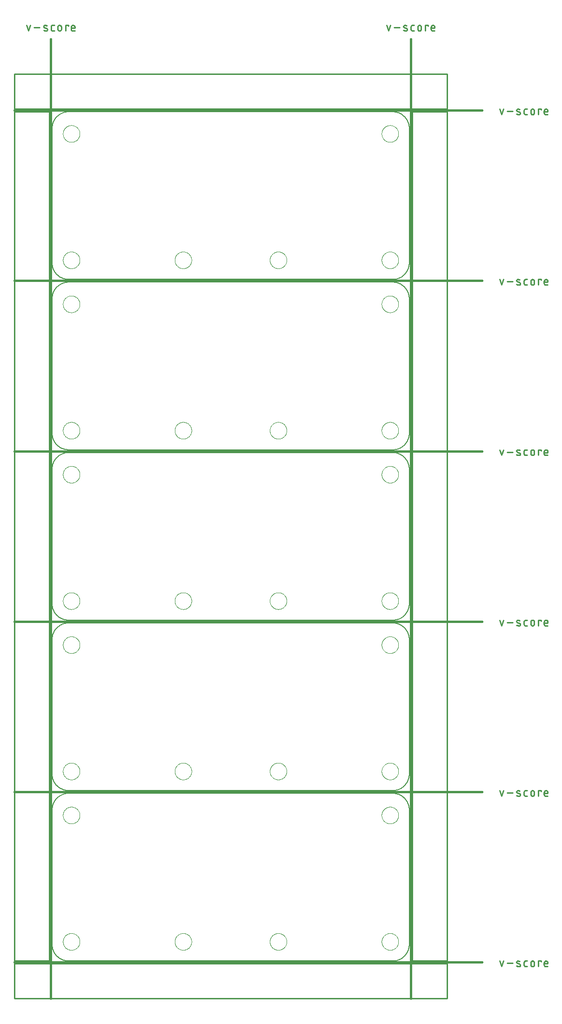
<source format=gko>
G75*
%MOIN*%
%OFA0B0*%
%FSLAX25Y25*%
%IPPOS*%
%LPD*%
%AMOC8*
5,1,8,0,0,1.08239X$1,22.5*
%
%ADD10C,0.00800*%
%ADD11C,0.01500*%
%ADD12C,0.01100*%
%ADD13C,0.01000*%
%ADD14C,0.00000*%
D10*
X0089333Y0077811D02*
X0089333Y0174268D01*
X0089336Y0174553D01*
X0089347Y0174839D01*
X0089364Y0175124D01*
X0089388Y0175408D01*
X0089419Y0175692D01*
X0089457Y0175975D01*
X0089502Y0176256D01*
X0089553Y0176537D01*
X0089611Y0176817D01*
X0089676Y0177095D01*
X0089748Y0177371D01*
X0089826Y0177645D01*
X0089911Y0177918D01*
X0090003Y0178188D01*
X0090101Y0178456D01*
X0090205Y0178722D01*
X0090316Y0178985D01*
X0090433Y0179245D01*
X0090556Y0179503D01*
X0090686Y0179757D01*
X0090822Y0180008D01*
X0090963Y0180256D01*
X0091111Y0180500D01*
X0091264Y0180741D01*
X0091424Y0180977D01*
X0091589Y0181210D01*
X0091759Y0181439D01*
X0091935Y0181664D01*
X0092117Y0181884D01*
X0092303Y0182100D01*
X0092495Y0182311D01*
X0092692Y0182518D01*
X0092894Y0182720D01*
X0093101Y0182917D01*
X0093312Y0183109D01*
X0093528Y0183295D01*
X0093748Y0183477D01*
X0093973Y0183653D01*
X0094202Y0183823D01*
X0094435Y0183988D01*
X0094671Y0184148D01*
X0094912Y0184301D01*
X0095156Y0184449D01*
X0095404Y0184590D01*
X0095655Y0184726D01*
X0095909Y0184856D01*
X0096167Y0184979D01*
X0096427Y0185096D01*
X0096690Y0185207D01*
X0096956Y0185311D01*
X0097224Y0185409D01*
X0097494Y0185501D01*
X0097767Y0185586D01*
X0098041Y0185664D01*
X0098317Y0185736D01*
X0098595Y0185801D01*
X0098875Y0185859D01*
X0099156Y0185910D01*
X0099437Y0185955D01*
X0099720Y0185993D01*
X0100004Y0186024D01*
X0100288Y0186048D01*
X0100573Y0186065D01*
X0100859Y0186076D01*
X0101144Y0186079D01*
X0333428Y0186079D01*
X0333428Y0188079D02*
X0101144Y0188079D01*
X0100859Y0188082D01*
X0100573Y0188093D01*
X0100288Y0188110D01*
X0100004Y0188134D01*
X0099720Y0188165D01*
X0099437Y0188203D01*
X0099156Y0188248D01*
X0098875Y0188299D01*
X0098595Y0188357D01*
X0098317Y0188422D01*
X0098041Y0188494D01*
X0097767Y0188572D01*
X0097494Y0188657D01*
X0097224Y0188749D01*
X0096956Y0188847D01*
X0096690Y0188951D01*
X0096427Y0189062D01*
X0096167Y0189179D01*
X0095909Y0189302D01*
X0095655Y0189432D01*
X0095404Y0189568D01*
X0095156Y0189709D01*
X0094912Y0189857D01*
X0094671Y0190010D01*
X0094435Y0190170D01*
X0094202Y0190335D01*
X0093973Y0190505D01*
X0093748Y0190681D01*
X0093528Y0190863D01*
X0093312Y0191049D01*
X0093101Y0191241D01*
X0092894Y0191438D01*
X0092692Y0191640D01*
X0092495Y0191847D01*
X0092303Y0192058D01*
X0092117Y0192274D01*
X0091935Y0192494D01*
X0091759Y0192719D01*
X0091589Y0192948D01*
X0091424Y0193181D01*
X0091264Y0193417D01*
X0091111Y0193658D01*
X0090963Y0193902D01*
X0090822Y0194150D01*
X0090686Y0194401D01*
X0090556Y0194655D01*
X0090433Y0194913D01*
X0090316Y0195173D01*
X0090205Y0195436D01*
X0090101Y0195702D01*
X0090003Y0195970D01*
X0089911Y0196240D01*
X0089826Y0196513D01*
X0089748Y0196787D01*
X0089676Y0197063D01*
X0089611Y0197341D01*
X0089553Y0197621D01*
X0089502Y0197902D01*
X0089457Y0198183D01*
X0089419Y0198466D01*
X0089388Y0198750D01*
X0089364Y0199034D01*
X0089347Y0199319D01*
X0089336Y0199605D01*
X0089333Y0199890D01*
X0089333Y0296346D01*
X0089336Y0296631D01*
X0089347Y0296917D01*
X0089364Y0297202D01*
X0089388Y0297486D01*
X0089419Y0297770D01*
X0089457Y0298053D01*
X0089502Y0298334D01*
X0089553Y0298615D01*
X0089611Y0298895D01*
X0089676Y0299173D01*
X0089748Y0299449D01*
X0089826Y0299723D01*
X0089911Y0299996D01*
X0090003Y0300266D01*
X0090101Y0300534D01*
X0090205Y0300800D01*
X0090316Y0301063D01*
X0090433Y0301323D01*
X0090556Y0301581D01*
X0090686Y0301835D01*
X0090822Y0302086D01*
X0090963Y0302334D01*
X0091111Y0302578D01*
X0091264Y0302819D01*
X0091424Y0303055D01*
X0091589Y0303288D01*
X0091759Y0303517D01*
X0091935Y0303742D01*
X0092117Y0303962D01*
X0092303Y0304178D01*
X0092495Y0304389D01*
X0092692Y0304596D01*
X0092894Y0304798D01*
X0093101Y0304995D01*
X0093312Y0305187D01*
X0093528Y0305373D01*
X0093748Y0305555D01*
X0093973Y0305731D01*
X0094202Y0305901D01*
X0094435Y0306066D01*
X0094671Y0306226D01*
X0094912Y0306379D01*
X0095156Y0306527D01*
X0095404Y0306668D01*
X0095655Y0306804D01*
X0095909Y0306934D01*
X0096167Y0307057D01*
X0096427Y0307174D01*
X0096690Y0307285D01*
X0096956Y0307389D01*
X0097224Y0307487D01*
X0097494Y0307579D01*
X0097767Y0307664D01*
X0098041Y0307742D01*
X0098317Y0307814D01*
X0098595Y0307879D01*
X0098875Y0307937D01*
X0099156Y0307988D01*
X0099437Y0308033D01*
X0099720Y0308071D01*
X0100004Y0308102D01*
X0100288Y0308126D01*
X0100573Y0308143D01*
X0100859Y0308154D01*
X0101144Y0308157D01*
X0333428Y0308157D01*
X0333428Y0310158D02*
X0101144Y0310158D01*
X0100859Y0310161D01*
X0100573Y0310172D01*
X0100288Y0310189D01*
X0100004Y0310213D01*
X0099720Y0310244D01*
X0099437Y0310282D01*
X0099156Y0310327D01*
X0098875Y0310378D01*
X0098595Y0310436D01*
X0098317Y0310501D01*
X0098041Y0310573D01*
X0097767Y0310651D01*
X0097494Y0310736D01*
X0097224Y0310828D01*
X0096956Y0310926D01*
X0096690Y0311030D01*
X0096427Y0311141D01*
X0096167Y0311258D01*
X0095909Y0311381D01*
X0095655Y0311511D01*
X0095404Y0311647D01*
X0095156Y0311788D01*
X0094912Y0311936D01*
X0094671Y0312089D01*
X0094435Y0312249D01*
X0094202Y0312414D01*
X0093973Y0312584D01*
X0093748Y0312760D01*
X0093528Y0312942D01*
X0093312Y0313128D01*
X0093101Y0313320D01*
X0092894Y0313517D01*
X0092692Y0313719D01*
X0092495Y0313926D01*
X0092303Y0314137D01*
X0092117Y0314353D01*
X0091935Y0314573D01*
X0091759Y0314798D01*
X0091589Y0315027D01*
X0091424Y0315260D01*
X0091264Y0315496D01*
X0091111Y0315737D01*
X0090963Y0315981D01*
X0090822Y0316229D01*
X0090686Y0316480D01*
X0090556Y0316734D01*
X0090433Y0316992D01*
X0090316Y0317252D01*
X0090205Y0317515D01*
X0090101Y0317781D01*
X0090003Y0318049D01*
X0089911Y0318319D01*
X0089826Y0318592D01*
X0089748Y0318866D01*
X0089676Y0319142D01*
X0089611Y0319420D01*
X0089553Y0319700D01*
X0089502Y0319981D01*
X0089457Y0320262D01*
X0089419Y0320545D01*
X0089388Y0320829D01*
X0089364Y0321113D01*
X0089347Y0321398D01*
X0089336Y0321684D01*
X0089333Y0321969D01*
X0089333Y0418425D01*
X0089336Y0418710D01*
X0089347Y0418996D01*
X0089364Y0419281D01*
X0089388Y0419565D01*
X0089419Y0419849D01*
X0089457Y0420132D01*
X0089502Y0420413D01*
X0089553Y0420694D01*
X0089611Y0420974D01*
X0089676Y0421252D01*
X0089748Y0421528D01*
X0089826Y0421802D01*
X0089911Y0422075D01*
X0090003Y0422345D01*
X0090101Y0422613D01*
X0090205Y0422879D01*
X0090316Y0423142D01*
X0090433Y0423402D01*
X0090556Y0423660D01*
X0090686Y0423914D01*
X0090822Y0424165D01*
X0090963Y0424413D01*
X0091111Y0424657D01*
X0091264Y0424898D01*
X0091424Y0425134D01*
X0091589Y0425367D01*
X0091759Y0425596D01*
X0091935Y0425821D01*
X0092117Y0426041D01*
X0092303Y0426257D01*
X0092495Y0426468D01*
X0092692Y0426675D01*
X0092894Y0426877D01*
X0093101Y0427074D01*
X0093312Y0427266D01*
X0093528Y0427452D01*
X0093748Y0427634D01*
X0093973Y0427810D01*
X0094202Y0427980D01*
X0094435Y0428145D01*
X0094671Y0428305D01*
X0094912Y0428458D01*
X0095156Y0428606D01*
X0095404Y0428747D01*
X0095655Y0428883D01*
X0095909Y0429013D01*
X0096167Y0429136D01*
X0096427Y0429253D01*
X0096690Y0429364D01*
X0096956Y0429468D01*
X0097224Y0429566D01*
X0097494Y0429658D01*
X0097767Y0429743D01*
X0098041Y0429821D01*
X0098317Y0429893D01*
X0098595Y0429958D01*
X0098875Y0430016D01*
X0099156Y0430067D01*
X0099437Y0430112D01*
X0099720Y0430150D01*
X0100004Y0430181D01*
X0100288Y0430205D01*
X0100573Y0430222D01*
X0100859Y0430233D01*
X0101144Y0430236D01*
X0333428Y0430236D01*
X0333428Y0432236D02*
X0101144Y0432236D01*
X0100859Y0432239D01*
X0100573Y0432250D01*
X0100288Y0432267D01*
X0100004Y0432291D01*
X0099720Y0432322D01*
X0099437Y0432360D01*
X0099156Y0432405D01*
X0098875Y0432456D01*
X0098595Y0432514D01*
X0098317Y0432579D01*
X0098041Y0432651D01*
X0097767Y0432729D01*
X0097494Y0432814D01*
X0097224Y0432906D01*
X0096956Y0433004D01*
X0096690Y0433108D01*
X0096427Y0433219D01*
X0096167Y0433336D01*
X0095909Y0433459D01*
X0095655Y0433589D01*
X0095404Y0433725D01*
X0095156Y0433866D01*
X0094912Y0434014D01*
X0094671Y0434167D01*
X0094435Y0434327D01*
X0094202Y0434492D01*
X0093973Y0434662D01*
X0093748Y0434838D01*
X0093528Y0435020D01*
X0093312Y0435206D01*
X0093101Y0435398D01*
X0092894Y0435595D01*
X0092692Y0435797D01*
X0092495Y0436004D01*
X0092303Y0436215D01*
X0092117Y0436431D01*
X0091935Y0436651D01*
X0091759Y0436876D01*
X0091589Y0437105D01*
X0091424Y0437338D01*
X0091264Y0437574D01*
X0091111Y0437815D01*
X0090963Y0438059D01*
X0090822Y0438307D01*
X0090686Y0438558D01*
X0090556Y0438812D01*
X0090433Y0439070D01*
X0090316Y0439330D01*
X0090205Y0439593D01*
X0090101Y0439859D01*
X0090003Y0440127D01*
X0089911Y0440397D01*
X0089826Y0440670D01*
X0089748Y0440944D01*
X0089676Y0441220D01*
X0089611Y0441498D01*
X0089553Y0441778D01*
X0089502Y0442059D01*
X0089457Y0442340D01*
X0089419Y0442623D01*
X0089388Y0442907D01*
X0089364Y0443191D01*
X0089347Y0443476D01*
X0089336Y0443762D01*
X0089333Y0444047D01*
X0089333Y0540504D01*
X0089336Y0540789D01*
X0089347Y0541075D01*
X0089364Y0541360D01*
X0089388Y0541644D01*
X0089419Y0541928D01*
X0089457Y0542211D01*
X0089502Y0542492D01*
X0089553Y0542773D01*
X0089611Y0543053D01*
X0089676Y0543331D01*
X0089748Y0543607D01*
X0089826Y0543881D01*
X0089911Y0544154D01*
X0090003Y0544424D01*
X0090101Y0544692D01*
X0090205Y0544958D01*
X0090316Y0545221D01*
X0090433Y0545481D01*
X0090556Y0545739D01*
X0090686Y0545993D01*
X0090822Y0546244D01*
X0090963Y0546492D01*
X0091111Y0546736D01*
X0091264Y0546977D01*
X0091424Y0547213D01*
X0091589Y0547446D01*
X0091759Y0547675D01*
X0091935Y0547900D01*
X0092117Y0548120D01*
X0092303Y0548336D01*
X0092495Y0548547D01*
X0092692Y0548754D01*
X0092894Y0548956D01*
X0093101Y0549153D01*
X0093312Y0549345D01*
X0093528Y0549531D01*
X0093748Y0549713D01*
X0093973Y0549889D01*
X0094202Y0550059D01*
X0094435Y0550224D01*
X0094671Y0550384D01*
X0094912Y0550537D01*
X0095156Y0550685D01*
X0095404Y0550826D01*
X0095655Y0550962D01*
X0095909Y0551092D01*
X0096167Y0551215D01*
X0096427Y0551332D01*
X0096690Y0551443D01*
X0096956Y0551547D01*
X0097224Y0551645D01*
X0097494Y0551737D01*
X0097767Y0551822D01*
X0098041Y0551900D01*
X0098317Y0551972D01*
X0098595Y0552037D01*
X0098875Y0552095D01*
X0099156Y0552146D01*
X0099437Y0552191D01*
X0099720Y0552229D01*
X0100004Y0552260D01*
X0100288Y0552284D01*
X0100573Y0552301D01*
X0100859Y0552312D01*
X0101144Y0552315D01*
X0333428Y0552315D01*
X0333428Y0554315D02*
X0101144Y0554315D01*
X0100859Y0554318D01*
X0100573Y0554329D01*
X0100288Y0554346D01*
X0100004Y0554370D01*
X0099720Y0554401D01*
X0099437Y0554439D01*
X0099156Y0554484D01*
X0098875Y0554535D01*
X0098595Y0554593D01*
X0098317Y0554658D01*
X0098041Y0554730D01*
X0097767Y0554808D01*
X0097494Y0554893D01*
X0097224Y0554985D01*
X0096956Y0555083D01*
X0096690Y0555187D01*
X0096427Y0555298D01*
X0096167Y0555415D01*
X0095909Y0555538D01*
X0095655Y0555668D01*
X0095404Y0555804D01*
X0095156Y0555945D01*
X0094912Y0556093D01*
X0094671Y0556246D01*
X0094435Y0556406D01*
X0094202Y0556571D01*
X0093973Y0556741D01*
X0093748Y0556917D01*
X0093528Y0557099D01*
X0093312Y0557285D01*
X0093101Y0557477D01*
X0092894Y0557674D01*
X0092692Y0557876D01*
X0092495Y0558083D01*
X0092303Y0558294D01*
X0092117Y0558510D01*
X0091935Y0558730D01*
X0091759Y0558955D01*
X0091589Y0559184D01*
X0091424Y0559417D01*
X0091264Y0559653D01*
X0091111Y0559894D01*
X0090963Y0560138D01*
X0090822Y0560386D01*
X0090686Y0560637D01*
X0090556Y0560891D01*
X0090433Y0561149D01*
X0090316Y0561409D01*
X0090205Y0561672D01*
X0090101Y0561938D01*
X0090003Y0562206D01*
X0089911Y0562476D01*
X0089826Y0562749D01*
X0089748Y0563023D01*
X0089676Y0563299D01*
X0089611Y0563577D01*
X0089553Y0563857D01*
X0089502Y0564138D01*
X0089457Y0564419D01*
X0089419Y0564702D01*
X0089388Y0564986D01*
X0089364Y0565270D01*
X0089347Y0565555D01*
X0089336Y0565841D01*
X0089333Y0566126D01*
X0089333Y0662583D01*
X0089336Y0662868D01*
X0089347Y0663154D01*
X0089364Y0663439D01*
X0089388Y0663723D01*
X0089419Y0664007D01*
X0089457Y0664290D01*
X0089502Y0664571D01*
X0089553Y0664852D01*
X0089611Y0665132D01*
X0089676Y0665410D01*
X0089748Y0665686D01*
X0089826Y0665960D01*
X0089911Y0666233D01*
X0090003Y0666503D01*
X0090101Y0666771D01*
X0090205Y0667037D01*
X0090316Y0667300D01*
X0090433Y0667560D01*
X0090556Y0667818D01*
X0090686Y0668072D01*
X0090822Y0668323D01*
X0090963Y0668571D01*
X0091111Y0668815D01*
X0091264Y0669056D01*
X0091424Y0669292D01*
X0091589Y0669525D01*
X0091759Y0669754D01*
X0091935Y0669979D01*
X0092117Y0670199D01*
X0092303Y0670415D01*
X0092495Y0670626D01*
X0092692Y0670833D01*
X0092894Y0671035D01*
X0093101Y0671232D01*
X0093312Y0671424D01*
X0093528Y0671610D01*
X0093748Y0671792D01*
X0093973Y0671968D01*
X0094202Y0672138D01*
X0094435Y0672303D01*
X0094671Y0672463D01*
X0094912Y0672616D01*
X0095156Y0672764D01*
X0095404Y0672905D01*
X0095655Y0673041D01*
X0095909Y0673171D01*
X0096167Y0673294D01*
X0096427Y0673411D01*
X0096690Y0673522D01*
X0096956Y0673626D01*
X0097224Y0673724D01*
X0097494Y0673816D01*
X0097767Y0673901D01*
X0098041Y0673979D01*
X0098317Y0674051D01*
X0098595Y0674116D01*
X0098875Y0674174D01*
X0099156Y0674225D01*
X0099437Y0674270D01*
X0099720Y0674308D01*
X0100004Y0674339D01*
X0100288Y0674363D01*
X0100573Y0674380D01*
X0100859Y0674391D01*
X0101144Y0674394D01*
X0333428Y0674394D01*
X0333713Y0674391D01*
X0333999Y0674380D01*
X0334284Y0674363D01*
X0334568Y0674339D01*
X0334852Y0674308D01*
X0335135Y0674270D01*
X0335416Y0674225D01*
X0335697Y0674174D01*
X0335977Y0674116D01*
X0336255Y0674051D01*
X0336531Y0673979D01*
X0336805Y0673901D01*
X0337078Y0673816D01*
X0337348Y0673724D01*
X0337616Y0673626D01*
X0337882Y0673522D01*
X0338145Y0673411D01*
X0338405Y0673294D01*
X0338663Y0673171D01*
X0338917Y0673041D01*
X0339168Y0672905D01*
X0339416Y0672764D01*
X0339660Y0672616D01*
X0339901Y0672463D01*
X0340137Y0672303D01*
X0340370Y0672138D01*
X0340599Y0671968D01*
X0340824Y0671792D01*
X0341044Y0671610D01*
X0341260Y0671424D01*
X0341471Y0671232D01*
X0341678Y0671035D01*
X0341880Y0670833D01*
X0342077Y0670626D01*
X0342269Y0670415D01*
X0342455Y0670199D01*
X0342637Y0669979D01*
X0342813Y0669754D01*
X0342983Y0669525D01*
X0343148Y0669292D01*
X0343308Y0669056D01*
X0343461Y0668815D01*
X0343609Y0668571D01*
X0343750Y0668323D01*
X0343886Y0668072D01*
X0344016Y0667818D01*
X0344139Y0667560D01*
X0344256Y0667300D01*
X0344367Y0667037D01*
X0344471Y0666771D01*
X0344569Y0666503D01*
X0344661Y0666233D01*
X0344746Y0665960D01*
X0344824Y0665686D01*
X0344896Y0665410D01*
X0344961Y0665132D01*
X0345019Y0664852D01*
X0345070Y0664571D01*
X0345115Y0664290D01*
X0345153Y0664007D01*
X0345184Y0663723D01*
X0345208Y0663439D01*
X0345225Y0663154D01*
X0345236Y0662868D01*
X0345239Y0662583D01*
X0345239Y0566126D01*
X0345236Y0565841D01*
X0345225Y0565555D01*
X0345208Y0565270D01*
X0345184Y0564986D01*
X0345153Y0564702D01*
X0345115Y0564419D01*
X0345070Y0564138D01*
X0345019Y0563857D01*
X0344961Y0563577D01*
X0344896Y0563299D01*
X0344824Y0563023D01*
X0344746Y0562749D01*
X0344661Y0562476D01*
X0344569Y0562206D01*
X0344471Y0561938D01*
X0344367Y0561672D01*
X0344256Y0561409D01*
X0344139Y0561149D01*
X0344016Y0560891D01*
X0343886Y0560637D01*
X0343750Y0560386D01*
X0343609Y0560138D01*
X0343461Y0559894D01*
X0343308Y0559653D01*
X0343148Y0559417D01*
X0342983Y0559184D01*
X0342813Y0558955D01*
X0342637Y0558730D01*
X0342455Y0558510D01*
X0342269Y0558294D01*
X0342077Y0558083D01*
X0341880Y0557876D01*
X0341678Y0557674D01*
X0341471Y0557477D01*
X0341260Y0557285D01*
X0341044Y0557099D01*
X0340824Y0556917D01*
X0340599Y0556741D01*
X0340370Y0556571D01*
X0340137Y0556406D01*
X0339901Y0556246D01*
X0339660Y0556093D01*
X0339416Y0555945D01*
X0339168Y0555804D01*
X0338917Y0555668D01*
X0338663Y0555538D01*
X0338405Y0555415D01*
X0338145Y0555298D01*
X0337882Y0555187D01*
X0337616Y0555083D01*
X0337348Y0554985D01*
X0337078Y0554893D01*
X0336805Y0554808D01*
X0336531Y0554730D01*
X0336255Y0554658D01*
X0335977Y0554593D01*
X0335697Y0554535D01*
X0335416Y0554484D01*
X0335135Y0554439D01*
X0334852Y0554401D01*
X0334568Y0554370D01*
X0334284Y0554346D01*
X0333999Y0554329D01*
X0333713Y0554318D01*
X0333428Y0554315D01*
X0333428Y0552315D02*
X0333713Y0552312D01*
X0333999Y0552301D01*
X0334284Y0552284D01*
X0334568Y0552260D01*
X0334852Y0552229D01*
X0335135Y0552191D01*
X0335416Y0552146D01*
X0335697Y0552095D01*
X0335977Y0552037D01*
X0336255Y0551972D01*
X0336531Y0551900D01*
X0336805Y0551822D01*
X0337078Y0551737D01*
X0337348Y0551645D01*
X0337616Y0551547D01*
X0337882Y0551443D01*
X0338145Y0551332D01*
X0338405Y0551215D01*
X0338663Y0551092D01*
X0338917Y0550962D01*
X0339168Y0550826D01*
X0339416Y0550685D01*
X0339660Y0550537D01*
X0339901Y0550384D01*
X0340137Y0550224D01*
X0340370Y0550059D01*
X0340599Y0549889D01*
X0340824Y0549713D01*
X0341044Y0549531D01*
X0341260Y0549345D01*
X0341471Y0549153D01*
X0341678Y0548956D01*
X0341880Y0548754D01*
X0342077Y0548547D01*
X0342269Y0548336D01*
X0342455Y0548120D01*
X0342637Y0547900D01*
X0342813Y0547675D01*
X0342983Y0547446D01*
X0343148Y0547213D01*
X0343308Y0546977D01*
X0343461Y0546736D01*
X0343609Y0546492D01*
X0343750Y0546244D01*
X0343886Y0545993D01*
X0344016Y0545739D01*
X0344139Y0545481D01*
X0344256Y0545221D01*
X0344367Y0544958D01*
X0344471Y0544692D01*
X0344569Y0544424D01*
X0344661Y0544154D01*
X0344746Y0543881D01*
X0344824Y0543607D01*
X0344896Y0543331D01*
X0344961Y0543053D01*
X0345019Y0542773D01*
X0345070Y0542492D01*
X0345115Y0542211D01*
X0345153Y0541928D01*
X0345184Y0541644D01*
X0345208Y0541360D01*
X0345225Y0541075D01*
X0345236Y0540789D01*
X0345239Y0540504D01*
X0345239Y0444047D01*
X0345236Y0443762D01*
X0345225Y0443476D01*
X0345208Y0443191D01*
X0345184Y0442907D01*
X0345153Y0442623D01*
X0345115Y0442340D01*
X0345070Y0442059D01*
X0345019Y0441778D01*
X0344961Y0441498D01*
X0344896Y0441220D01*
X0344824Y0440944D01*
X0344746Y0440670D01*
X0344661Y0440397D01*
X0344569Y0440127D01*
X0344471Y0439859D01*
X0344367Y0439593D01*
X0344256Y0439330D01*
X0344139Y0439070D01*
X0344016Y0438812D01*
X0343886Y0438558D01*
X0343750Y0438307D01*
X0343609Y0438059D01*
X0343461Y0437815D01*
X0343308Y0437574D01*
X0343148Y0437338D01*
X0342983Y0437105D01*
X0342813Y0436876D01*
X0342637Y0436651D01*
X0342455Y0436431D01*
X0342269Y0436215D01*
X0342077Y0436004D01*
X0341880Y0435797D01*
X0341678Y0435595D01*
X0341471Y0435398D01*
X0341260Y0435206D01*
X0341044Y0435020D01*
X0340824Y0434838D01*
X0340599Y0434662D01*
X0340370Y0434492D01*
X0340137Y0434327D01*
X0339901Y0434167D01*
X0339660Y0434014D01*
X0339416Y0433866D01*
X0339168Y0433725D01*
X0338917Y0433589D01*
X0338663Y0433459D01*
X0338405Y0433336D01*
X0338145Y0433219D01*
X0337882Y0433108D01*
X0337616Y0433004D01*
X0337348Y0432906D01*
X0337078Y0432814D01*
X0336805Y0432729D01*
X0336531Y0432651D01*
X0336255Y0432579D01*
X0335977Y0432514D01*
X0335697Y0432456D01*
X0335416Y0432405D01*
X0335135Y0432360D01*
X0334852Y0432322D01*
X0334568Y0432291D01*
X0334284Y0432267D01*
X0333999Y0432250D01*
X0333713Y0432239D01*
X0333428Y0432236D01*
X0333428Y0430236D02*
X0333713Y0430233D01*
X0333999Y0430222D01*
X0334284Y0430205D01*
X0334568Y0430181D01*
X0334852Y0430150D01*
X0335135Y0430112D01*
X0335416Y0430067D01*
X0335697Y0430016D01*
X0335977Y0429958D01*
X0336255Y0429893D01*
X0336531Y0429821D01*
X0336805Y0429743D01*
X0337078Y0429658D01*
X0337348Y0429566D01*
X0337616Y0429468D01*
X0337882Y0429364D01*
X0338145Y0429253D01*
X0338405Y0429136D01*
X0338663Y0429013D01*
X0338917Y0428883D01*
X0339168Y0428747D01*
X0339416Y0428606D01*
X0339660Y0428458D01*
X0339901Y0428305D01*
X0340137Y0428145D01*
X0340370Y0427980D01*
X0340599Y0427810D01*
X0340824Y0427634D01*
X0341044Y0427452D01*
X0341260Y0427266D01*
X0341471Y0427074D01*
X0341678Y0426877D01*
X0341880Y0426675D01*
X0342077Y0426468D01*
X0342269Y0426257D01*
X0342455Y0426041D01*
X0342637Y0425821D01*
X0342813Y0425596D01*
X0342983Y0425367D01*
X0343148Y0425134D01*
X0343308Y0424898D01*
X0343461Y0424657D01*
X0343609Y0424413D01*
X0343750Y0424165D01*
X0343886Y0423914D01*
X0344016Y0423660D01*
X0344139Y0423402D01*
X0344256Y0423142D01*
X0344367Y0422879D01*
X0344471Y0422613D01*
X0344569Y0422345D01*
X0344661Y0422075D01*
X0344746Y0421802D01*
X0344824Y0421528D01*
X0344896Y0421252D01*
X0344961Y0420974D01*
X0345019Y0420694D01*
X0345070Y0420413D01*
X0345115Y0420132D01*
X0345153Y0419849D01*
X0345184Y0419565D01*
X0345208Y0419281D01*
X0345225Y0418996D01*
X0345236Y0418710D01*
X0345239Y0418425D01*
X0345239Y0321969D01*
X0345236Y0321684D01*
X0345225Y0321398D01*
X0345208Y0321113D01*
X0345184Y0320829D01*
X0345153Y0320545D01*
X0345115Y0320262D01*
X0345070Y0319981D01*
X0345019Y0319700D01*
X0344961Y0319420D01*
X0344896Y0319142D01*
X0344824Y0318866D01*
X0344746Y0318592D01*
X0344661Y0318319D01*
X0344569Y0318049D01*
X0344471Y0317781D01*
X0344367Y0317515D01*
X0344256Y0317252D01*
X0344139Y0316992D01*
X0344016Y0316734D01*
X0343886Y0316480D01*
X0343750Y0316229D01*
X0343609Y0315981D01*
X0343461Y0315737D01*
X0343308Y0315496D01*
X0343148Y0315260D01*
X0342983Y0315027D01*
X0342813Y0314798D01*
X0342637Y0314573D01*
X0342455Y0314353D01*
X0342269Y0314137D01*
X0342077Y0313926D01*
X0341880Y0313719D01*
X0341678Y0313517D01*
X0341471Y0313320D01*
X0341260Y0313128D01*
X0341044Y0312942D01*
X0340824Y0312760D01*
X0340599Y0312584D01*
X0340370Y0312414D01*
X0340137Y0312249D01*
X0339901Y0312089D01*
X0339660Y0311936D01*
X0339416Y0311788D01*
X0339168Y0311647D01*
X0338917Y0311511D01*
X0338663Y0311381D01*
X0338405Y0311258D01*
X0338145Y0311141D01*
X0337882Y0311030D01*
X0337616Y0310926D01*
X0337348Y0310828D01*
X0337078Y0310736D01*
X0336805Y0310651D01*
X0336531Y0310573D01*
X0336255Y0310501D01*
X0335977Y0310436D01*
X0335697Y0310378D01*
X0335416Y0310327D01*
X0335135Y0310282D01*
X0334852Y0310244D01*
X0334568Y0310213D01*
X0334284Y0310189D01*
X0333999Y0310172D01*
X0333713Y0310161D01*
X0333428Y0310158D01*
X0333428Y0308157D02*
X0333713Y0308154D01*
X0333999Y0308143D01*
X0334284Y0308126D01*
X0334568Y0308102D01*
X0334852Y0308071D01*
X0335135Y0308033D01*
X0335416Y0307988D01*
X0335697Y0307937D01*
X0335977Y0307879D01*
X0336255Y0307814D01*
X0336531Y0307742D01*
X0336805Y0307664D01*
X0337078Y0307579D01*
X0337348Y0307487D01*
X0337616Y0307389D01*
X0337882Y0307285D01*
X0338145Y0307174D01*
X0338405Y0307057D01*
X0338663Y0306934D01*
X0338917Y0306804D01*
X0339168Y0306668D01*
X0339416Y0306527D01*
X0339660Y0306379D01*
X0339901Y0306226D01*
X0340137Y0306066D01*
X0340370Y0305901D01*
X0340599Y0305731D01*
X0340824Y0305555D01*
X0341044Y0305373D01*
X0341260Y0305187D01*
X0341471Y0304995D01*
X0341678Y0304798D01*
X0341880Y0304596D01*
X0342077Y0304389D01*
X0342269Y0304178D01*
X0342455Y0303962D01*
X0342637Y0303742D01*
X0342813Y0303517D01*
X0342983Y0303288D01*
X0343148Y0303055D01*
X0343308Y0302819D01*
X0343461Y0302578D01*
X0343609Y0302334D01*
X0343750Y0302086D01*
X0343886Y0301835D01*
X0344016Y0301581D01*
X0344139Y0301323D01*
X0344256Y0301063D01*
X0344367Y0300800D01*
X0344471Y0300534D01*
X0344569Y0300266D01*
X0344661Y0299996D01*
X0344746Y0299723D01*
X0344824Y0299449D01*
X0344896Y0299173D01*
X0344961Y0298895D01*
X0345019Y0298615D01*
X0345070Y0298334D01*
X0345115Y0298053D01*
X0345153Y0297770D01*
X0345184Y0297486D01*
X0345208Y0297202D01*
X0345225Y0296917D01*
X0345236Y0296631D01*
X0345239Y0296346D01*
X0345239Y0199890D01*
X0345236Y0199605D01*
X0345225Y0199319D01*
X0345208Y0199034D01*
X0345184Y0198750D01*
X0345153Y0198466D01*
X0345115Y0198183D01*
X0345070Y0197902D01*
X0345019Y0197621D01*
X0344961Y0197341D01*
X0344896Y0197063D01*
X0344824Y0196787D01*
X0344746Y0196513D01*
X0344661Y0196240D01*
X0344569Y0195970D01*
X0344471Y0195702D01*
X0344367Y0195436D01*
X0344256Y0195173D01*
X0344139Y0194913D01*
X0344016Y0194655D01*
X0343886Y0194401D01*
X0343750Y0194150D01*
X0343609Y0193902D01*
X0343461Y0193658D01*
X0343308Y0193417D01*
X0343148Y0193181D01*
X0342983Y0192948D01*
X0342813Y0192719D01*
X0342637Y0192494D01*
X0342455Y0192274D01*
X0342269Y0192058D01*
X0342077Y0191847D01*
X0341880Y0191640D01*
X0341678Y0191438D01*
X0341471Y0191241D01*
X0341260Y0191049D01*
X0341044Y0190863D01*
X0340824Y0190681D01*
X0340599Y0190505D01*
X0340370Y0190335D01*
X0340137Y0190170D01*
X0339901Y0190010D01*
X0339660Y0189857D01*
X0339416Y0189709D01*
X0339168Y0189568D01*
X0338917Y0189432D01*
X0338663Y0189302D01*
X0338405Y0189179D01*
X0338145Y0189062D01*
X0337882Y0188951D01*
X0337616Y0188847D01*
X0337348Y0188749D01*
X0337078Y0188657D01*
X0336805Y0188572D01*
X0336531Y0188494D01*
X0336255Y0188422D01*
X0335977Y0188357D01*
X0335697Y0188299D01*
X0335416Y0188248D01*
X0335135Y0188203D01*
X0334852Y0188165D01*
X0334568Y0188134D01*
X0334284Y0188110D01*
X0333999Y0188093D01*
X0333713Y0188082D01*
X0333428Y0188079D01*
X0333428Y0186079D02*
X0333713Y0186076D01*
X0333999Y0186065D01*
X0334284Y0186048D01*
X0334568Y0186024D01*
X0334852Y0185993D01*
X0335135Y0185955D01*
X0335416Y0185910D01*
X0335697Y0185859D01*
X0335977Y0185801D01*
X0336255Y0185736D01*
X0336531Y0185664D01*
X0336805Y0185586D01*
X0337078Y0185501D01*
X0337348Y0185409D01*
X0337616Y0185311D01*
X0337882Y0185207D01*
X0338145Y0185096D01*
X0338405Y0184979D01*
X0338663Y0184856D01*
X0338917Y0184726D01*
X0339168Y0184590D01*
X0339416Y0184449D01*
X0339660Y0184301D01*
X0339901Y0184148D01*
X0340137Y0183988D01*
X0340370Y0183823D01*
X0340599Y0183653D01*
X0340824Y0183477D01*
X0341044Y0183295D01*
X0341260Y0183109D01*
X0341471Y0182917D01*
X0341678Y0182720D01*
X0341880Y0182518D01*
X0342077Y0182311D01*
X0342269Y0182100D01*
X0342455Y0181884D01*
X0342637Y0181664D01*
X0342813Y0181439D01*
X0342983Y0181210D01*
X0343148Y0180977D01*
X0343308Y0180741D01*
X0343461Y0180500D01*
X0343609Y0180256D01*
X0343750Y0180008D01*
X0343886Y0179757D01*
X0344016Y0179503D01*
X0344139Y0179245D01*
X0344256Y0178985D01*
X0344367Y0178722D01*
X0344471Y0178456D01*
X0344569Y0178188D01*
X0344661Y0177918D01*
X0344746Y0177645D01*
X0344824Y0177371D01*
X0344896Y0177095D01*
X0344961Y0176817D01*
X0345019Y0176537D01*
X0345070Y0176256D01*
X0345115Y0175975D01*
X0345153Y0175692D01*
X0345184Y0175408D01*
X0345208Y0175124D01*
X0345225Y0174839D01*
X0345236Y0174553D01*
X0345239Y0174268D01*
X0345239Y0077811D01*
X0345236Y0077526D01*
X0345225Y0077240D01*
X0345208Y0076955D01*
X0345184Y0076671D01*
X0345153Y0076387D01*
X0345115Y0076104D01*
X0345070Y0075823D01*
X0345019Y0075542D01*
X0344961Y0075262D01*
X0344896Y0074984D01*
X0344824Y0074708D01*
X0344746Y0074434D01*
X0344661Y0074161D01*
X0344569Y0073891D01*
X0344471Y0073623D01*
X0344367Y0073357D01*
X0344256Y0073094D01*
X0344139Y0072834D01*
X0344016Y0072576D01*
X0343886Y0072322D01*
X0343750Y0072071D01*
X0343609Y0071823D01*
X0343461Y0071579D01*
X0343308Y0071338D01*
X0343148Y0071102D01*
X0342983Y0070869D01*
X0342813Y0070640D01*
X0342637Y0070415D01*
X0342455Y0070195D01*
X0342269Y0069979D01*
X0342077Y0069768D01*
X0341880Y0069561D01*
X0341678Y0069359D01*
X0341471Y0069162D01*
X0341260Y0068970D01*
X0341044Y0068784D01*
X0340824Y0068602D01*
X0340599Y0068426D01*
X0340370Y0068256D01*
X0340137Y0068091D01*
X0339901Y0067931D01*
X0339660Y0067778D01*
X0339416Y0067630D01*
X0339168Y0067489D01*
X0338917Y0067353D01*
X0338663Y0067223D01*
X0338405Y0067100D01*
X0338145Y0066983D01*
X0337882Y0066872D01*
X0337616Y0066768D01*
X0337348Y0066670D01*
X0337078Y0066578D01*
X0336805Y0066493D01*
X0336531Y0066415D01*
X0336255Y0066343D01*
X0335977Y0066278D01*
X0335697Y0066220D01*
X0335416Y0066169D01*
X0335135Y0066124D01*
X0334852Y0066086D01*
X0334568Y0066055D01*
X0334284Y0066031D01*
X0333999Y0066014D01*
X0333713Y0066003D01*
X0333428Y0066000D01*
X0101144Y0066000D01*
X0100859Y0066003D01*
X0100573Y0066014D01*
X0100288Y0066031D01*
X0100004Y0066055D01*
X0099720Y0066086D01*
X0099437Y0066124D01*
X0099156Y0066169D01*
X0098875Y0066220D01*
X0098595Y0066278D01*
X0098317Y0066343D01*
X0098041Y0066415D01*
X0097767Y0066493D01*
X0097494Y0066578D01*
X0097224Y0066670D01*
X0096956Y0066768D01*
X0096690Y0066872D01*
X0096427Y0066983D01*
X0096167Y0067100D01*
X0095909Y0067223D01*
X0095655Y0067353D01*
X0095404Y0067489D01*
X0095156Y0067630D01*
X0094912Y0067778D01*
X0094671Y0067931D01*
X0094435Y0068091D01*
X0094202Y0068256D01*
X0093973Y0068426D01*
X0093748Y0068602D01*
X0093528Y0068784D01*
X0093312Y0068970D01*
X0093101Y0069162D01*
X0092894Y0069359D01*
X0092692Y0069561D01*
X0092495Y0069768D01*
X0092303Y0069979D01*
X0092117Y0070195D01*
X0091935Y0070415D01*
X0091759Y0070640D01*
X0091589Y0070869D01*
X0091424Y0071102D01*
X0091264Y0071338D01*
X0091111Y0071579D01*
X0090963Y0071823D01*
X0090822Y0072071D01*
X0090686Y0072322D01*
X0090556Y0072576D01*
X0090433Y0072834D01*
X0090316Y0073094D01*
X0090205Y0073357D01*
X0090101Y0073623D01*
X0090003Y0073891D01*
X0089911Y0074161D01*
X0089826Y0074434D01*
X0089748Y0074708D01*
X0089676Y0074984D01*
X0089611Y0075262D01*
X0089553Y0075542D01*
X0089502Y0075823D01*
X0089457Y0076104D01*
X0089419Y0076387D01*
X0089388Y0076671D01*
X0089364Y0076955D01*
X0089347Y0077240D01*
X0089336Y0077526D01*
X0089333Y0077811D01*
D11*
X0088333Y0039000D02*
X0088333Y0726394D01*
X0062333Y0675394D02*
X0397239Y0675394D01*
X0346239Y0726394D02*
X0346239Y0039000D01*
X0397239Y0065000D02*
X0062333Y0065000D01*
X0062333Y0187079D02*
X0397239Y0187079D01*
X0397239Y0309158D02*
X0062333Y0309158D01*
X0062333Y0431236D02*
X0397239Y0431236D01*
X0397239Y0553315D02*
X0062333Y0553315D01*
D12*
X0072435Y0732444D02*
X0073747Y0736377D01*
X0071124Y0736377D02*
X0072435Y0732444D01*
X0076418Y0734738D02*
X0080351Y0734738D01*
X0083719Y0734738D02*
X0085358Y0734083D01*
X0085358Y0734082D02*
X0085410Y0734059D01*
X0085461Y0734032D01*
X0085510Y0734002D01*
X0085557Y0733969D01*
X0085602Y0733933D01*
X0085644Y0733893D01*
X0085683Y0733851D01*
X0085719Y0733807D01*
X0085752Y0733760D01*
X0085782Y0733710D01*
X0085809Y0733659D01*
X0085832Y0733607D01*
X0085851Y0733553D01*
X0085867Y0733497D01*
X0085879Y0733441D01*
X0085887Y0733384D01*
X0085891Y0733327D01*
X0085892Y0733269D01*
X0085888Y0733212D01*
X0085881Y0733155D01*
X0085869Y0733098D01*
X0085854Y0733043D01*
X0085836Y0732988D01*
X0085813Y0732935D01*
X0085787Y0732884D01*
X0085758Y0732835D01*
X0085725Y0732787D01*
X0085689Y0732742D01*
X0085651Y0732700D01*
X0085609Y0732660D01*
X0085565Y0732623D01*
X0085518Y0732589D01*
X0085470Y0732558D01*
X0085419Y0732531D01*
X0085367Y0732507D01*
X0085313Y0732487D01*
X0085258Y0732471D01*
X0085202Y0732458D01*
X0085145Y0732449D01*
X0085087Y0732444D01*
X0085030Y0732443D01*
X0085521Y0736049D02*
X0085414Y0736095D01*
X0085305Y0736138D01*
X0085195Y0736178D01*
X0085083Y0736214D01*
X0084971Y0736246D01*
X0084857Y0736275D01*
X0084743Y0736301D01*
X0084628Y0736322D01*
X0084513Y0736341D01*
X0084396Y0736355D01*
X0084280Y0736366D01*
X0084163Y0736373D01*
X0084046Y0736377D01*
X0084047Y0736377D02*
X0083990Y0736376D01*
X0083932Y0736371D01*
X0083875Y0736362D01*
X0083819Y0736349D01*
X0083764Y0736333D01*
X0083710Y0736313D01*
X0083658Y0736289D01*
X0083607Y0736262D01*
X0083559Y0736231D01*
X0083512Y0736197D01*
X0083468Y0736160D01*
X0083426Y0736120D01*
X0083388Y0736078D01*
X0083352Y0736033D01*
X0083319Y0735985D01*
X0083290Y0735936D01*
X0083264Y0735885D01*
X0083241Y0735832D01*
X0083223Y0735777D01*
X0083208Y0735722D01*
X0083196Y0735665D01*
X0083189Y0735608D01*
X0083185Y0735551D01*
X0083186Y0735493D01*
X0083190Y0735436D01*
X0083198Y0735379D01*
X0083210Y0735323D01*
X0083226Y0735267D01*
X0083245Y0735213D01*
X0083268Y0735161D01*
X0083295Y0735110D01*
X0083325Y0735060D01*
X0083358Y0735013D01*
X0083394Y0734969D01*
X0083433Y0734927D01*
X0083475Y0734887D01*
X0083520Y0734851D01*
X0083567Y0734818D01*
X0083616Y0734788D01*
X0083667Y0734761D01*
X0083719Y0734738D01*
X0083227Y0732771D02*
X0083361Y0732725D01*
X0083496Y0732682D01*
X0083632Y0732643D01*
X0083769Y0732607D01*
X0083906Y0732575D01*
X0084045Y0732546D01*
X0084184Y0732520D01*
X0084324Y0732499D01*
X0084465Y0732480D01*
X0084605Y0732466D01*
X0084747Y0732455D01*
X0084888Y0732447D01*
X0085030Y0732444D01*
X0088571Y0733427D02*
X0088571Y0735394D01*
X0088573Y0735456D01*
X0088579Y0735517D01*
X0088588Y0735578D01*
X0088602Y0735638D01*
X0088619Y0735698D01*
X0088640Y0735756D01*
X0088665Y0735813D01*
X0088693Y0735868D01*
X0088724Y0735921D01*
X0088759Y0735972D01*
X0088797Y0736021D01*
X0088837Y0736067D01*
X0088881Y0736111D01*
X0088927Y0736151D01*
X0088976Y0736189D01*
X0089027Y0736224D01*
X0089080Y0736255D01*
X0089135Y0736283D01*
X0089192Y0736308D01*
X0089250Y0736329D01*
X0089310Y0736346D01*
X0089370Y0736360D01*
X0089431Y0736369D01*
X0089492Y0736375D01*
X0089554Y0736377D01*
X0090866Y0736377D01*
X0093279Y0735066D02*
X0093279Y0733755D01*
X0093281Y0733684D01*
X0093287Y0733613D01*
X0093296Y0733543D01*
X0093310Y0733473D01*
X0093327Y0733404D01*
X0093348Y0733336D01*
X0093372Y0733270D01*
X0093400Y0733205D01*
X0093432Y0733141D01*
X0093467Y0733079D01*
X0093505Y0733019D01*
X0093546Y0732962D01*
X0093591Y0732906D01*
X0093638Y0732853D01*
X0093688Y0732803D01*
X0093741Y0732756D01*
X0093797Y0732711D01*
X0093854Y0732670D01*
X0093914Y0732632D01*
X0093976Y0732597D01*
X0094040Y0732565D01*
X0094105Y0732537D01*
X0094171Y0732513D01*
X0094239Y0732492D01*
X0094308Y0732475D01*
X0094378Y0732461D01*
X0094448Y0732452D01*
X0094519Y0732446D01*
X0094590Y0732444D01*
X0094661Y0732446D01*
X0094732Y0732452D01*
X0094802Y0732461D01*
X0094872Y0732475D01*
X0094941Y0732492D01*
X0095009Y0732513D01*
X0095075Y0732537D01*
X0095140Y0732565D01*
X0095204Y0732597D01*
X0095266Y0732632D01*
X0095326Y0732670D01*
X0095383Y0732711D01*
X0095439Y0732756D01*
X0095492Y0732803D01*
X0095542Y0732853D01*
X0095589Y0732906D01*
X0095634Y0732962D01*
X0095675Y0733019D01*
X0095713Y0733079D01*
X0095748Y0733141D01*
X0095780Y0733205D01*
X0095808Y0733270D01*
X0095832Y0733336D01*
X0095853Y0733404D01*
X0095870Y0733473D01*
X0095884Y0733543D01*
X0095893Y0733613D01*
X0095899Y0733684D01*
X0095901Y0733755D01*
X0095901Y0735066D01*
X0095899Y0735137D01*
X0095893Y0735208D01*
X0095884Y0735278D01*
X0095870Y0735348D01*
X0095853Y0735417D01*
X0095832Y0735485D01*
X0095808Y0735551D01*
X0095780Y0735616D01*
X0095748Y0735680D01*
X0095713Y0735742D01*
X0095675Y0735802D01*
X0095634Y0735859D01*
X0095589Y0735915D01*
X0095542Y0735968D01*
X0095492Y0736018D01*
X0095439Y0736065D01*
X0095383Y0736110D01*
X0095326Y0736151D01*
X0095266Y0736189D01*
X0095204Y0736224D01*
X0095140Y0736256D01*
X0095075Y0736284D01*
X0095009Y0736308D01*
X0094941Y0736329D01*
X0094872Y0736346D01*
X0094802Y0736360D01*
X0094732Y0736369D01*
X0094661Y0736375D01*
X0094590Y0736377D01*
X0094519Y0736375D01*
X0094448Y0736369D01*
X0094378Y0736360D01*
X0094308Y0736346D01*
X0094239Y0736329D01*
X0094171Y0736308D01*
X0094105Y0736284D01*
X0094040Y0736256D01*
X0093976Y0736224D01*
X0093914Y0736189D01*
X0093854Y0736151D01*
X0093797Y0736110D01*
X0093741Y0736065D01*
X0093688Y0736018D01*
X0093638Y0735968D01*
X0093591Y0735915D01*
X0093546Y0735859D01*
X0093505Y0735802D01*
X0093467Y0735742D01*
X0093432Y0735680D01*
X0093400Y0735616D01*
X0093372Y0735551D01*
X0093348Y0735485D01*
X0093327Y0735417D01*
X0093310Y0735348D01*
X0093296Y0735278D01*
X0093287Y0735208D01*
X0093281Y0735137D01*
X0093279Y0735066D01*
X0090866Y0732444D02*
X0089554Y0732444D01*
X0089492Y0732446D01*
X0089431Y0732452D01*
X0089370Y0732461D01*
X0089310Y0732475D01*
X0089250Y0732492D01*
X0089192Y0732513D01*
X0089135Y0732538D01*
X0089080Y0732566D01*
X0089027Y0732597D01*
X0088976Y0732632D01*
X0088927Y0732670D01*
X0088881Y0732710D01*
X0088837Y0732754D01*
X0088797Y0732800D01*
X0088759Y0732849D01*
X0088724Y0732900D01*
X0088693Y0732953D01*
X0088665Y0733008D01*
X0088640Y0733065D01*
X0088619Y0733123D01*
X0088602Y0733183D01*
X0088588Y0733243D01*
X0088579Y0733304D01*
X0088573Y0733365D01*
X0088571Y0733427D01*
X0098868Y0732444D02*
X0098868Y0736377D01*
X0100834Y0736377D01*
X0100834Y0735721D01*
X0102920Y0735066D02*
X0102920Y0733427D01*
X0102920Y0734410D02*
X0105542Y0734410D01*
X0105542Y0735066D01*
X0105540Y0735137D01*
X0105534Y0735208D01*
X0105525Y0735278D01*
X0105511Y0735348D01*
X0105494Y0735417D01*
X0105473Y0735485D01*
X0105449Y0735551D01*
X0105421Y0735616D01*
X0105389Y0735680D01*
X0105354Y0735742D01*
X0105316Y0735802D01*
X0105275Y0735859D01*
X0105230Y0735915D01*
X0105183Y0735968D01*
X0105133Y0736018D01*
X0105080Y0736065D01*
X0105024Y0736110D01*
X0104967Y0736151D01*
X0104907Y0736189D01*
X0104845Y0736224D01*
X0104781Y0736256D01*
X0104716Y0736284D01*
X0104650Y0736308D01*
X0104582Y0736329D01*
X0104513Y0736346D01*
X0104443Y0736360D01*
X0104373Y0736369D01*
X0104302Y0736375D01*
X0104231Y0736377D01*
X0104160Y0736375D01*
X0104089Y0736369D01*
X0104019Y0736360D01*
X0103949Y0736346D01*
X0103880Y0736329D01*
X0103812Y0736308D01*
X0103746Y0736284D01*
X0103681Y0736256D01*
X0103617Y0736224D01*
X0103555Y0736189D01*
X0103495Y0736151D01*
X0103438Y0736110D01*
X0103382Y0736065D01*
X0103329Y0736018D01*
X0103279Y0735968D01*
X0103232Y0735915D01*
X0103187Y0735859D01*
X0103146Y0735802D01*
X0103108Y0735742D01*
X0103073Y0735680D01*
X0103041Y0735616D01*
X0103013Y0735551D01*
X0102989Y0735485D01*
X0102968Y0735417D01*
X0102951Y0735348D01*
X0102937Y0735278D01*
X0102928Y0735208D01*
X0102922Y0735137D01*
X0102920Y0735066D01*
X0102920Y0733427D02*
X0102922Y0733365D01*
X0102928Y0733304D01*
X0102937Y0733243D01*
X0102951Y0733183D01*
X0102968Y0733123D01*
X0102989Y0733065D01*
X0103014Y0733008D01*
X0103042Y0732953D01*
X0103073Y0732900D01*
X0103108Y0732849D01*
X0103146Y0732800D01*
X0103186Y0732754D01*
X0103230Y0732710D01*
X0103276Y0732670D01*
X0103325Y0732632D01*
X0103376Y0732597D01*
X0103429Y0732566D01*
X0103484Y0732538D01*
X0103541Y0732513D01*
X0103599Y0732492D01*
X0103659Y0732475D01*
X0103719Y0732461D01*
X0103780Y0732452D01*
X0103841Y0732446D01*
X0103903Y0732444D01*
X0105542Y0732444D01*
X0329030Y0736377D02*
X0330341Y0732444D01*
X0331652Y0736377D01*
X0334323Y0734738D02*
X0338256Y0734738D01*
X0341624Y0734738D02*
X0343263Y0734083D01*
X0343264Y0734082D02*
X0343316Y0734059D01*
X0343367Y0734032D01*
X0343416Y0734002D01*
X0343463Y0733969D01*
X0343508Y0733933D01*
X0343550Y0733893D01*
X0343589Y0733851D01*
X0343625Y0733807D01*
X0343658Y0733760D01*
X0343688Y0733710D01*
X0343715Y0733659D01*
X0343738Y0733607D01*
X0343757Y0733553D01*
X0343773Y0733497D01*
X0343785Y0733441D01*
X0343793Y0733384D01*
X0343797Y0733327D01*
X0343798Y0733269D01*
X0343794Y0733212D01*
X0343787Y0733155D01*
X0343775Y0733098D01*
X0343760Y0733043D01*
X0343742Y0732988D01*
X0343719Y0732935D01*
X0343693Y0732884D01*
X0343664Y0732835D01*
X0343631Y0732787D01*
X0343595Y0732742D01*
X0343557Y0732700D01*
X0343515Y0732660D01*
X0343471Y0732623D01*
X0343424Y0732589D01*
X0343376Y0732558D01*
X0343325Y0732531D01*
X0343273Y0732507D01*
X0343219Y0732487D01*
X0343164Y0732471D01*
X0343108Y0732458D01*
X0343051Y0732449D01*
X0342993Y0732444D01*
X0342936Y0732443D01*
X0343427Y0736049D02*
X0343320Y0736095D01*
X0343211Y0736138D01*
X0343101Y0736178D01*
X0342989Y0736214D01*
X0342877Y0736246D01*
X0342763Y0736275D01*
X0342649Y0736301D01*
X0342534Y0736322D01*
X0342419Y0736341D01*
X0342302Y0736355D01*
X0342186Y0736366D01*
X0342069Y0736373D01*
X0341952Y0736377D01*
X0341895Y0736376D01*
X0341837Y0736371D01*
X0341780Y0736362D01*
X0341724Y0736349D01*
X0341669Y0736333D01*
X0341615Y0736313D01*
X0341563Y0736289D01*
X0341512Y0736262D01*
X0341464Y0736231D01*
X0341417Y0736197D01*
X0341373Y0736160D01*
X0341331Y0736120D01*
X0341293Y0736078D01*
X0341257Y0736033D01*
X0341224Y0735985D01*
X0341195Y0735936D01*
X0341169Y0735885D01*
X0341146Y0735832D01*
X0341128Y0735777D01*
X0341113Y0735722D01*
X0341101Y0735665D01*
X0341094Y0735608D01*
X0341090Y0735551D01*
X0341091Y0735493D01*
X0341095Y0735436D01*
X0341103Y0735379D01*
X0341115Y0735323D01*
X0341131Y0735267D01*
X0341150Y0735213D01*
X0341173Y0735161D01*
X0341200Y0735110D01*
X0341230Y0735060D01*
X0341263Y0735013D01*
X0341299Y0734969D01*
X0341338Y0734927D01*
X0341380Y0734887D01*
X0341425Y0734851D01*
X0341472Y0734818D01*
X0341521Y0734788D01*
X0341572Y0734761D01*
X0341624Y0734738D01*
X0341133Y0732771D02*
X0341267Y0732725D01*
X0341402Y0732682D01*
X0341538Y0732643D01*
X0341675Y0732607D01*
X0341812Y0732575D01*
X0341951Y0732546D01*
X0342090Y0732520D01*
X0342230Y0732499D01*
X0342371Y0732480D01*
X0342511Y0732466D01*
X0342653Y0732455D01*
X0342794Y0732447D01*
X0342936Y0732444D01*
X0346477Y0733427D02*
X0346477Y0735394D01*
X0346479Y0735456D01*
X0346485Y0735517D01*
X0346494Y0735578D01*
X0346508Y0735638D01*
X0346525Y0735698D01*
X0346546Y0735756D01*
X0346571Y0735813D01*
X0346599Y0735868D01*
X0346630Y0735921D01*
X0346665Y0735972D01*
X0346703Y0736021D01*
X0346743Y0736067D01*
X0346787Y0736111D01*
X0346833Y0736151D01*
X0346882Y0736189D01*
X0346933Y0736224D01*
X0346986Y0736255D01*
X0347041Y0736283D01*
X0347098Y0736308D01*
X0347156Y0736329D01*
X0347216Y0736346D01*
X0347276Y0736360D01*
X0347337Y0736369D01*
X0347398Y0736375D01*
X0347460Y0736377D01*
X0348771Y0736377D01*
X0351184Y0735066D02*
X0351184Y0733755D01*
X0351186Y0733684D01*
X0351192Y0733613D01*
X0351201Y0733543D01*
X0351215Y0733473D01*
X0351232Y0733404D01*
X0351253Y0733336D01*
X0351277Y0733270D01*
X0351305Y0733205D01*
X0351337Y0733141D01*
X0351372Y0733079D01*
X0351410Y0733019D01*
X0351451Y0732962D01*
X0351496Y0732906D01*
X0351543Y0732853D01*
X0351593Y0732803D01*
X0351646Y0732756D01*
X0351702Y0732711D01*
X0351759Y0732670D01*
X0351819Y0732632D01*
X0351881Y0732597D01*
X0351945Y0732565D01*
X0352010Y0732537D01*
X0352076Y0732513D01*
X0352144Y0732492D01*
X0352213Y0732475D01*
X0352283Y0732461D01*
X0352353Y0732452D01*
X0352424Y0732446D01*
X0352495Y0732444D01*
X0352566Y0732446D01*
X0352637Y0732452D01*
X0352707Y0732461D01*
X0352777Y0732475D01*
X0352846Y0732492D01*
X0352914Y0732513D01*
X0352980Y0732537D01*
X0353045Y0732565D01*
X0353109Y0732597D01*
X0353171Y0732632D01*
X0353231Y0732670D01*
X0353288Y0732711D01*
X0353344Y0732756D01*
X0353397Y0732803D01*
X0353447Y0732853D01*
X0353494Y0732906D01*
X0353539Y0732962D01*
X0353580Y0733019D01*
X0353618Y0733079D01*
X0353653Y0733141D01*
X0353685Y0733205D01*
X0353713Y0733270D01*
X0353737Y0733336D01*
X0353758Y0733404D01*
X0353775Y0733473D01*
X0353789Y0733543D01*
X0353798Y0733613D01*
X0353804Y0733684D01*
X0353806Y0733755D01*
X0353807Y0733755D02*
X0353807Y0735066D01*
X0353806Y0735066D02*
X0353804Y0735137D01*
X0353798Y0735208D01*
X0353789Y0735278D01*
X0353775Y0735348D01*
X0353758Y0735417D01*
X0353737Y0735485D01*
X0353713Y0735551D01*
X0353685Y0735616D01*
X0353653Y0735680D01*
X0353618Y0735742D01*
X0353580Y0735802D01*
X0353539Y0735859D01*
X0353494Y0735915D01*
X0353447Y0735968D01*
X0353397Y0736018D01*
X0353344Y0736065D01*
X0353288Y0736110D01*
X0353231Y0736151D01*
X0353171Y0736189D01*
X0353109Y0736224D01*
X0353045Y0736256D01*
X0352980Y0736284D01*
X0352914Y0736308D01*
X0352846Y0736329D01*
X0352777Y0736346D01*
X0352707Y0736360D01*
X0352637Y0736369D01*
X0352566Y0736375D01*
X0352495Y0736377D01*
X0352424Y0736375D01*
X0352353Y0736369D01*
X0352283Y0736360D01*
X0352213Y0736346D01*
X0352144Y0736329D01*
X0352076Y0736308D01*
X0352010Y0736284D01*
X0351945Y0736256D01*
X0351881Y0736224D01*
X0351819Y0736189D01*
X0351759Y0736151D01*
X0351702Y0736110D01*
X0351646Y0736065D01*
X0351593Y0736018D01*
X0351543Y0735968D01*
X0351496Y0735915D01*
X0351451Y0735859D01*
X0351410Y0735802D01*
X0351372Y0735742D01*
X0351337Y0735680D01*
X0351305Y0735616D01*
X0351277Y0735551D01*
X0351253Y0735485D01*
X0351232Y0735417D01*
X0351215Y0735348D01*
X0351201Y0735278D01*
X0351192Y0735208D01*
X0351186Y0735137D01*
X0351184Y0735066D01*
X0348771Y0732444D02*
X0347460Y0732444D01*
X0347398Y0732446D01*
X0347337Y0732452D01*
X0347276Y0732461D01*
X0347216Y0732475D01*
X0347156Y0732492D01*
X0347098Y0732513D01*
X0347041Y0732538D01*
X0346986Y0732566D01*
X0346933Y0732597D01*
X0346882Y0732632D01*
X0346833Y0732670D01*
X0346787Y0732710D01*
X0346743Y0732754D01*
X0346703Y0732800D01*
X0346665Y0732849D01*
X0346630Y0732900D01*
X0346599Y0732953D01*
X0346571Y0733008D01*
X0346546Y0733065D01*
X0346525Y0733123D01*
X0346508Y0733183D01*
X0346494Y0733243D01*
X0346485Y0733304D01*
X0346479Y0733365D01*
X0346477Y0733427D01*
X0356773Y0732444D02*
X0356773Y0736377D01*
X0358740Y0736377D01*
X0358740Y0735721D01*
X0360826Y0735066D02*
X0360826Y0733427D01*
X0360828Y0733365D01*
X0360834Y0733304D01*
X0360843Y0733243D01*
X0360857Y0733183D01*
X0360874Y0733123D01*
X0360895Y0733065D01*
X0360920Y0733008D01*
X0360948Y0732953D01*
X0360979Y0732900D01*
X0361014Y0732849D01*
X0361052Y0732800D01*
X0361092Y0732754D01*
X0361136Y0732710D01*
X0361182Y0732670D01*
X0361231Y0732632D01*
X0361282Y0732597D01*
X0361335Y0732566D01*
X0361390Y0732538D01*
X0361447Y0732513D01*
X0361505Y0732492D01*
X0361565Y0732475D01*
X0361625Y0732461D01*
X0361686Y0732452D01*
X0361747Y0732446D01*
X0361809Y0732444D01*
X0363448Y0732444D01*
X0363448Y0734410D02*
X0360826Y0734410D01*
X0360826Y0735066D02*
X0360828Y0735137D01*
X0360834Y0735208D01*
X0360843Y0735278D01*
X0360857Y0735348D01*
X0360874Y0735417D01*
X0360895Y0735485D01*
X0360919Y0735551D01*
X0360947Y0735616D01*
X0360979Y0735680D01*
X0361014Y0735742D01*
X0361052Y0735802D01*
X0361093Y0735859D01*
X0361138Y0735915D01*
X0361185Y0735968D01*
X0361235Y0736018D01*
X0361288Y0736065D01*
X0361344Y0736110D01*
X0361401Y0736151D01*
X0361461Y0736189D01*
X0361523Y0736224D01*
X0361587Y0736256D01*
X0361652Y0736284D01*
X0361718Y0736308D01*
X0361786Y0736329D01*
X0361855Y0736346D01*
X0361925Y0736360D01*
X0361995Y0736369D01*
X0362066Y0736375D01*
X0362137Y0736377D01*
X0362208Y0736375D01*
X0362279Y0736369D01*
X0362349Y0736360D01*
X0362419Y0736346D01*
X0362488Y0736329D01*
X0362556Y0736308D01*
X0362622Y0736284D01*
X0362687Y0736256D01*
X0362751Y0736224D01*
X0362813Y0736189D01*
X0362873Y0736151D01*
X0362930Y0736110D01*
X0362986Y0736065D01*
X0363039Y0736018D01*
X0363089Y0735968D01*
X0363136Y0735915D01*
X0363181Y0735859D01*
X0363222Y0735802D01*
X0363260Y0735742D01*
X0363295Y0735680D01*
X0363327Y0735616D01*
X0363355Y0735551D01*
X0363379Y0735485D01*
X0363400Y0735417D01*
X0363417Y0735348D01*
X0363431Y0735278D01*
X0363440Y0735208D01*
X0363446Y0735137D01*
X0363448Y0735066D01*
X0363448Y0734410D01*
X0410030Y0676377D02*
X0411341Y0672444D01*
X0412652Y0676377D01*
X0415323Y0674738D02*
X0419256Y0674738D01*
X0422624Y0674738D02*
X0424263Y0674083D01*
X0424264Y0674082D02*
X0424316Y0674059D01*
X0424367Y0674032D01*
X0424416Y0674002D01*
X0424463Y0673969D01*
X0424508Y0673933D01*
X0424550Y0673893D01*
X0424589Y0673851D01*
X0424625Y0673807D01*
X0424658Y0673760D01*
X0424688Y0673710D01*
X0424715Y0673659D01*
X0424738Y0673607D01*
X0424757Y0673553D01*
X0424773Y0673497D01*
X0424785Y0673441D01*
X0424793Y0673384D01*
X0424797Y0673327D01*
X0424798Y0673269D01*
X0424794Y0673212D01*
X0424787Y0673155D01*
X0424775Y0673098D01*
X0424760Y0673043D01*
X0424742Y0672988D01*
X0424719Y0672935D01*
X0424693Y0672884D01*
X0424664Y0672835D01*
X0424631Y0672787D01*
X0424595Y0672742D01*
X0424557Y0672700D01*
X0424515Y0672660D01*
X0424471Y0672623D01*
X0424424Y0672589D01*
X0424376Y0672558D01*
X0424325Y0672531D01*
X0424273Y0672507D01*
X0424219Y0672487D01*
X0424164Y0672471D01*
X0424108Y0672458D01*
X0424051Y0672449D01*
X0423993Y0672444D01*
X0423936Y0672443D01*
X0424427Y0676049D02*
X0424320Y0676095D01*
X0424211Y0676138D01*
X0424101Y0676178D01*
X0423989Y0676214D01*
X0423877Y0676246D01*
X0423763Y0676275D01*
X0423649Y0676301D01*
X0423534Y0676322D01*
X0423419Y0676341D01*
X0423302Y0676355D01*
X0423186Y0676366D01*
X0423069Y0676373D01*
X0422952Y0676377D01*
X0422895Y0676376D01*
X0422837Y0676371D01*
X0422780Y0676362D01*
X0422724Y0676349D01*
X0422669Y0676333D01*
X0422615Y0676313D01*
X0422563Y0676289D01*
X0422512Y0676262D01*
X0422464Y0676231D01*
X0422417Y0676197D01*
X0422373Y0676160D01*
X0422331Y0676120D01*
X0422293Y0676078D01*
X0422257Y0676033D01*
X0422224Y0675985D01*
X0422195Y0675936D01*
X0422169Y0675885D01*
X0422146Y0675832D01*
X0422128Y0675777D01*
X0422113Y0675722D01*
X0422101Y0675665D01*
X0422094Y0675608D01*
X0422090Y0675551D01*
X0422091Y0675493D01*
X0422095Y0675436D01*
X0422103Y0675379D01*
X0422115Y0675323D01*
X0422131Y0675267D01*
X0422150Y0675213D01*
X0422173Y0675161D01*
X0422200Y0675110D01*
X0422230Y0675060D01*
X0422263Y0675013D01*
X0422299Y0674969D01*
X0422338Y0674927D01*
X0422380Y0674887D01*
X0422425Y0674851D01*
X0422472Y0674818D01*
X0422521Y0674788D01*
X0422572Y0674761D01*
X0422624Y0674738D01*
X0422133Y0672771D02*
X0422267Y0672725D01*
X0422402Y0672682D01*
X0422538Y0672643D01*
X0422675Y0672607D01*
X0422812Y0672575D01*
X0422951Y0672546D01*
X0423090Y0672520D01*
X0423230Y0672499D01*
X0423371Y0672480D01*
X0423511Y0672466D01*
X0423653Y0672455D01*
X0423794Y0672447D01*
X0423936Y0672444D01*
X0427477Y0673427D02*
X0427477Y0675394D01*
X0427479Y0675456D01*
X0427485Y0675517D01*
X0427494Y0675578D01*
X0427508Y0675638D01*
X0427525Y0675698D01*
X0427546Y0675756D01*
X0427571Y0675813D01*
X0427599Y0675868D01*
X0427630Y0675921D01*
X0427665Y0675972D01*
X0427703Y0676021D01*
X0427743Y0676067D01*
X0427787Y0676111D01*
X0427833Y0676151D01*
X0427882Y0676189D01*
X0427933Y0676224D01*
X0427986Y0676255D01*
X0428041Y0676283D01*
X0428098Y0676308D01*
X0428156Y0676329D01*
X0428216Y0676346D01*
X0428276Y0676360D01*
X0428337Y0676369D01*
X0428398Y0676375D01*
X0428460Y0676377D01*
X0429771Y0676377D01*
X0432184Y0675066D02*
X0432184Y0673755D01*
X0432186Y0673684D01*
X0432192Y0673613D01*
X0432201Y0673543D01*
X0432215Y0673473D01*
X0432232Y0673404D01*
X0432253Y0673336D01*
X0432277Y0673270D01*
X0432305Y0673205D01*
X0432337Y0673141D01*
X0432372Y0673079D01*
X0432410Y0673019D01*
X0432451Y0672962D01*
X0432496Y0672906D01*
X0432543Y0672853D01*
X0432593Y0672803D01*
X0432646Y0672756D01*
X0432702Y0672711D01*
X0432759Y0672670D01*
X0432819Y0672632D01*
X0432881Y0672597D01*
X0432945Y0672565D01*
X0433010Y0672537D01*
X0433076Y0672513D01*
X0433144Y0672492D01*
X0433213Y0672475D01*
X0433283Y0672461D01*
X0433353Y0672452D01*
X0433424Y0672446D01*
X0433495Y0672444D01*
X0433566Y0672446D01*
X0433637Y0672452D01*
X0433707Y0672461D01*
X0433777Y0672475D01*
X0433846Y0672492D01*
X0433914Y0672513D01*
X0433980Y0672537D01*
X0434045Y0672565D01*
X0434109Y0672597D01*
X0434171Y0672632D01*
X0434231Y0672670D01*
X0434288Y0672711D01*
X0434344Y0672756D01*
X0434397Y0672803D01*
X0434447Y0672853D01*
X0434494Y0672906D01*
X0434539Y0672962D01*
X0434580Y0673019D01*
X0434618Y0673079D01*
X0434653Y0673141D01*
X0434685Y0673205D01*
X0434713Y0673270D01*
X0434737Y0673336D01*
X0434758Y0673404D01*
X0434775Y0673473D01*
X0434789Y0673543D01*
X0434798Y0673613D01*
X0434804Y0673684D01*
X0434806Y0673755D01*
X0434807Y0673755D02*
X0434807Y0675066D01*
X0434806Y0675066D02*
X0434804Y0675137D01*
X0434798Y0675208D01*
X0434789Y0675278D01*
X0434775Y0675348D01*
X0434758Y0675417D01*
X0434737Y0675485D01*
X0434713Y0675551D01*
X0434685Y0675616D01*
X0434653Y0675680D01*
X0434618Y0675742D01*
X0434580Y0675802D01*
X0434539Y0675859D01*
X0434494Y0675915D01*
X0434447Y0675968D01*
X0434397Y0676018D01*
X0434344Y0676065D01*
X0434288Y0676110D01*
X0434231Y0676151D01*
X0434171Y0676189D01*
X0434109Y0676224D01*
X0434045Y0676256D01*
X0433980Y0676284D01*
X0433914Y0676308D01*
X0433846Y0676329D01*
X0433777Y0676346D01*
X0433707Y0676360D01*
X0433637Y0676369D01*
X0433566Y0676375D01*
X0433495Y0676377D01*
X0433424Y0676375D01*
X0433353Y0676369D01*
X0433283Y0676360D01*
X0433213Y0676346D01*
X0433144Y0676329D01*
X0433076Y0676308D01*
X0433010Y0676284D01*
X0432945Y0676256D01*
X0432881Y0676224D01*
X0432819Y0676189D01*
X0432759Y0676151D01*
X0432702Y0676110D01*
X0432646Y0676065D01*
X0432593Y0676018D01*
X0432543Y0675968D01*
X0432496Y0675915D01*
X0432451Y0675859D01*
X0432410Y0675802D01*
X0432372Y0675742D01*
X0432337Y0675680D01*
X0432305Y0675616D01*
X0432277Y0675551D01*
X0432253Y0675485D01*
X0432232Y0675417D01*
X0432215Y0675348D01*
X0432201Y0675278D01*
X0432192Y0675208D01*
X0432186Y0675137D01*
X0432184Y0675066D01*
X0429771Y0672444D02*
X0428460Y0672444D01*
X0428398Y0672446D01*
X0428337Y0672452D01*
X0428276Y0672461D01*
X0428216Y0672475D01*
X0428156Y0672492D01*
X0428098Y0672513D01*
X0428041Y0672538D01*
X0427986Y0672566D01*
X0427933Y0672597D01*
X0427882Y0672632D01*
X0427833Y0672670D01*
X0427787Y0672710D01*
X0427743Y0672754D01*
X0427703Y0672800D01*
X0427665Y0672849D01*
X0427630Y0672900D01*
X0427599Y0672953D01*
X0427571Y0673008D01*
X0427546Y0673065D01*
X0427525Y0673123D01*
X0427508Y0673183D01*
X0427494Y0673243D01*
X0427485Y0673304D01*
X0427479Y0673365D01*
X0427477Y0673427D01*
X0437773Y0672444D02*
X0437773Y0676377D01*
X0439740Y0676377D01*
X0439740Y0675721D01*
X0441826Y0675066D02*
X0441826Y0673427D01*
X0441828Y0673365D01*
X0441834Y0673304D01*
X0441843Y0673243D01*
X0441857Y0673183D01*
X0441874Y0673123D01*
X0441895Y0673065D01*
X0441920Y0673008D01*
X0441948Y0672953D01*
X0441979Y0672900D01*
X0442014Y0672849D01*
X0442052Y0672800D01*
X0442092Y0672754D01*
X0442136Y0672710D01*
X0442182Y0672670D01*
X0442231Y0672632D01*
X0442282Y0672597D01*
X0442335Y0672566D01*
X0442390Y0672538D01*
X0442447Y0672513D01*
X0442505Y0672492D01*
X0442565Y0672475D01*
X0442625Y0672461D01*
X0442686Y0672452D01*
X0442747Y0672446D01*
X0442809Y0672444D01*
X0444448Y0672444D01*
X0444448Y0674410D02*
X0441826Y0674410D01*
X0441826Y0675066D02*
X0441828Y0675137D01*
X0441834Y0675208D01*
X0441843Y0675278D01*
X0441857Y0675348D01*
X0441874Y0675417D01*
X0441895Y0675485D01*
X0441919Y0675551D01*
X0441947Y0675616D01*
X0441979Y0675680D01*
X0442014Y0675742D01*
X0442052Y0675802D01*
X0442093Y0675859D01*
X0442138Y0675915D01*
X0442185Y0675968D01*
X0442235Y0676018D01*
X0442288Y0676065D01*
X0442344Y0676110D01*
X0442401Y0676151D01*
X0442461Y0676189D01*
X0442523Y0676224D01*
X0442587Y0676256D01*
X0442652Y0676284D01*
X0442718Y0676308D01*
X0442786Y0676329D01*
X0442855Y0676346D01*
X0442925Y0676360D01*
X0442995Y0676369D01*
X0443066Y0676375D01*
X0443137Y0676377D01*
X0443208Y0676375D01*
X0443279Y0676369D01*
X0443349Y0676360D01*
X0443419Y0676346D01*
X0443488Y0676329D01*
X0443556Y0676308D01*
X0443622Y0676284D01*
X0443687Y0676256D01*
X0443751Y0676224D01*
X0443813Y0676189D01*
X0443873Y0676151D01*
X0443930Y0676110D01*
X0443986Y0676065D01*
X0444039Y0676018D01*
X0444089Y0675968D01*
X0444136Y0675915D01*
X0444181Y0675859D01*
X0444222Y0675802D01*
X0444260Y0675742D01*
X0444295Y0675680D01*
X0444327Y0675616D01*
X0444355Y0675551D01*
X0444379Y0675485D01*
X0444400Y0675417D01*
X0444417Y0675348D01*
X0444431Y0675278D01*
X0444440Y0675208D01*
X0444446Y0675137D01*
X0444448Y0675066D01*
X0444448Y0674410D01*
X0439740Y0554298D02*
X0437773Y0554298D01*
X0437773Y0550365D01*
X0434807Y0551676D02*
X0434807Y0552987D01*
X0434806Y0552987D02*
X0434804Y0553058D01*
X0434798Y0553129D01*
X0434789Y0553199D01*
X0434775Y0553269D01*
X0434758Y0553338D01*
X0434737Y0553406D01*
X0434713Y0553472D01*
X0434685Y0553537D01*
X0434653Y0553601D01*
X0434618Y0553663D01*
X0434580Y0553723D01*
X0434539Y0553780D01*
X0434494Y0553836D01*
X0434447Y0553889D01*
X0434397Y0553939D01*
X0434344Y0553986D01*
X0434288Y0554031D01*
X0434231Y0554072D01*
X0434171Y0554110D01*
X0434109Y0554145D01*
X0434045Y0554177D01*
X0433980Y0554205D01*
X0433914Y0554229D01*
X0433846Y0554250D01*
X0433777Y0554267D01*
X0433707Y0554281D01*
X0433637Y0554290D01*
X0433566Y0554296D01*
X0433495Y0554298D01*
X0433424Y0554296D01*
X0433353Y0554290D01*
X0433283Y0554281D01*
X0433213Y0554267D01*
X0433144Y0554250D01*
X0433076Y0554229D01*
X0433010Y0554205D01*
X0432945Y0554177D01*
X0432881Y0554145D01*
X0432819Y0554110D01*
X0432759Y0554072D01*
X0432702Y0554031D01*
X0432646Y0553986D01*
X0432593Y0553939D01*
X0432543Y0553889D01*
X0432496Y0553836D01*
X0432451Y0553780D01*
X0432410Y0553723D01*
X0432372Y0553663D01*
X0432337Y0553601D01*
X0432305Y0553537D01*
X0432277Y0553472D01*
X0432253Y0553406D01*
X0432232Y0553338D01*
X0432215Y0553269D01*
X0432201Y0553199D01*
X0432192Y0553129D01*
X0432186Y0553058D01*
X0432184Y0552987D01*
X0432184Y0551676D01*
X0432186Y0551605D01*
X0432192Y0551534D01*
X0432201Y0551464D01*
X0432215Y0551394D01*
X0432232Y0551325D01*
X0432253Y0551257D01*
X0432277Y0551191D01*
X0432305Y0551126D01*
X0432337Y0551062D01*
X0432372Y0551000D01*
X0432410Y0550940D01*
X0432451Y0550883D01*
X0432496Y0550827D01*
X0432543Y0550774D01*
X0432593Y0550724D01*
X0432646Y0550677D01*
X0432702Y0550632D01*
X0432759Y0550591D01*
X0432819Y0550553D01*
X0432881Y0550518D01*
X0432945Y0550486D01*
X0433010Y0550458D01*
X0433076Y0550434D01*
X0433144Y0550413D01*
X0433213Y0550396D01*
X0433283Y0550382D01*
X0433353Y0550373D01*
X0433424Y0550367D01*
X0433495Y0550365D01*
X0433566Y0550367D01*
X0433637Y0550373D01*
X0433707Y0550382D01*
X0433777Y0550396D01*
X0433846Y0550413D01*
X0433914Y0550434D01*
X0433980Y0550458D01*
X0434045Y0550486D01*
X0434109Y0550518D01*
X0434171Y0550553D01*
X0434231Y0550591D01*
X0434288Y0550632D01*
X0434344Y0550677D01*
X0434397Y0550724D01*
X0434447Y0550774D01*
X0434494Y0550827D01*
X0434539Y0550883D01*
X0434580Y0550940D01*
X0434618Y0551000D01*
X0434653Y0551062D01*
X0434685Y0551126D01*
X0434713Y0551191D01*
X0434737Y0551257D01*
X0434758Y0551325D01*
X0434775Y0551394D01*
X0434789Y0551464D01*
X0434798Y0551534D01*
X0434804Y0551605D01*
X0434806Y0551676D01*
X0429771Y0550365D02*
X0428460Y0550365D01*
X0428398Y0550367D01*
X0428337Y0550373D01*
X0428276Y0550382D01*
X0428216Y0550396D01*
X0428156Y0550413D01*
X0428098Y0550434D01*
X0428041Y0550459D01*
X0427986Y0550487D01*
X0427933Y0550518D01*
X0427882Y0550553D01*
X0427833Y0550591D01*
X0427787Y0550631D01*
X0427743Y0550675D01*
X0427703Y0550721D01*
X0427665Y0550770D01*
X0427630Y0550821D01*
X0427599Y0550874D01*
X0427571Y0550929D01*
X0427546Y0550986D01*
X0427525Y0551044D01*
X0427508Y0551104D01*
X0427494Y0551164D01*
X0427485Y0551225D01*
X0427479Y0551286D01*
X0427477Y0551348D01*
X0427477Y0553315D01*
X0427479Y0553377D01*
X0427485Y0553438D01*
X0427494Y0553499D01*
X0427508Y0553559D01*
X0427525Y0553619D01*
X0427546Y0553677D01*
X0427571Y0553734D01*
X0427599Y0553789D01*
X0427630Y0553842D01*
X0427665Y0553893D01*
X0427703Y0553942D01*
X0427743Y0553988D01*
X0427787Y0554032D01*
X0427833Y0554072D01*
X0427882Y0554110D01*
X0427933Y0554145D01*
X0427986Y0554176D01*
X0428041Y0554204D01*
X0428098Y0554229D01*
X0428156Y0554250D01*
X0428216Y0554267D01*
X0428276Y0554281D01*
X0428337Y0554290D01*
X0428398Y0554296D01*
X0428460Y0554298D01*
X0429771Y0554298D01*
X0424263Y0552004D02*
X0422624Y0552659D01*
X0422624Y0552660D02*
X0422572Y0552683D01*
X0422521Y0552710D01*
X0422472Y0552740D01*
X0422425Y0552773D01*
X0422380Y0552809D01*
X0422338Y0552849D01*
X0422299Y0552891D01*
X0422263Y0552935D01*
X0422230Y0552982D01*
X0422200Y0553032D01*
X0422173Y0553083D01*
X0422150Y0553135D01*
X0422131Y0553189D01*
X0422115Y0553245D01*
X0422103Y0553301D01*
X0422095Y0553358D01*
X0422091Y0553415D01*
X0422090Y0553473D01*
X0422094Y0553530D01*
X0422101Y0553587D01*
X0422113Y0553644D01*
X0422128Y0553699D01*
X0422146Y0553754D01*
X0422169Y0553807D01*
X0422195Y0553858D01*
X0422224Y0553907D01*
X0422257Y0553955D01*
X0422293Y0554000D01*
X0422331Y0554042D01*
X0422373Y0554082D01*
X0422417Y0554119D01*
X0422464Y0554153D01*
X0422512Y0554184D01*
X0422563Y0554211D01*
X0422615Y0554235D01*
X0422669Y0554255D01*
X0422724Y0554271D01*
X0422780Y0554284D01*
X0422837Y0554293D01*
X0422895Y0554298D01*
X0422952Y0554299D01*
X0422133Y0550693D02*
X0422267Y0550647D01*
X0422402Y0550604D01*
X0422538Y0550565D01*
X0422675Y0550529D01*
X0422812Y0550497D01*
X0422951Y0550468D01*
X0423090Y0550442D01*
X0423230Y0550421D01*
X0423371Y0550402D01*
X0423511Y0550388D01*
X0423653Y0550377D01*
X0423794Y0550369D01*
X0423936Y0550366D01*
X0423936Y0550365D02*
X0423993Y0550366D01*
X0424051Y0550371D01*
X0424108Y0550380D01*
X0424164Y0550393D01*
X0424219Y0550409D01*
X0424273Y0550429D01*
X0424325Y0550453D01*
X0424376Y0550480D01*
X0424424Y0550511D01*
X0424471Y0550545D01*
X0424515Y0550582D01*
X0424557Y0550622D01*
X0424595Y0550664D01*
X0424631Y0550709D01*
X0424664Y0550757D01*
X0424693Y0550806D01*
X0424719Y0550857D01*
X0424742Y0550910D01*
X0424760Y0550965D01*
X0424775Y0551020D01*
X0424787Y0551077D01*
X0424794Y0551134D01*
X0424798Y0551191D01*
X0424797Y0551249D01*
X0424793Y0551306D01*
X0424785Y0551363D01*
X0424773Y0551419D01*
X0424757Y0551475D01*
X0424738Y0551529D01*
X0424715Y0551581D01*
X0424688Y0551632D01*
X0424658Y0551682D01*
X0424625Y0551729D01*
X0424589Y0551773D01*
X0424550Y0551815D01*
X0424508Y0551855D01*
X0424463Y0551891D01*
X0424416Y0551924D01*
X0424367Y0551954D01*
X0424316Y0551981D01*
X0424264Y0552004D01*
X0424427Y0553970D02*
X0424320Y0554016D01*
X0424211Y0554059D01*
X0424101Y0554099D01*
X0423989Y0554135D01*
X0423877Y0554167D01*
X0423763Y0554196D01*
X0423649Y0554222D01*
X0423534Y0554243D01*
X0423419Y0554262D01*
X0423302Y0554276D01*
X0423186Y0554287D01*
X0423069Y0554294D01*
X0422952Y0554298D01*
X0419256Y0552659D02*
X0415323Y0552659D01*
X0412652Y0554298D02*
X0411341Y0550365D01*
X0410030Y0554298D01*
X0439740Y0554298D02*
X0439740Y0553643D01*
X0441826Y0552987D02*
X0441826Y0551348D01*
X0441828Y0551286D01*
X0441834Y0551225D01*
X0441843Y0551164D01*
X0441857Y0551104D01*
X0441874Y0551044D01*
X0441895Y0550986D01*
X0441920Y0550929D01*
X0441948Y0550874D01*
X0441979Y0550821D01*
X0442014Y0550770D01*
X0442052Y0550721D01*
X0442092Y0550675D01*
X0442136Y0550631D01*
X0442182Y0550591D01*
X0442231Y0550553D01*
X0442282Y0550518D01*
X0442335Y0550487D01*
X0442390Y0550459D01*
X0442447Y0550434D01*
X0442505Y0550413D01*
X0442565Y0550396D01*
X0442625Y0550382D01*
X0442686Y0550373D01*
X0442747Y0550367D01*
X0442809Y0550365D01*
X0444448Y0550365D01*
X0444448Y0552332D02*
X0441826Y0552332D01*
X0441826Y0552987D02*
X0441828Y0553058D01*
X0441834Y0553129D01*
X0441843Y0553199D01*
X0441857Y0553269D01*
X0441874Y0553338D01*
X0441895Y0553406D01*
X0441919Y0553472D01*
X0441947Y0553537D01*
X0441979Y0553601D01*
X0442014Y0553663D01*
X0442052Y0553723D01*
X0442093Y0553780D01*
X0442138Y0553836D01*
X0442185Y0553889D01*
X0442235Y0553939D01*
X0442288Y0553986D01*
X0442344Y0554031D01*
X0442401Y0554072D01*
X0442461Y0554110D01*
X0442523Y0554145D01*
X0442587Y0554177D01*
X0442652Y0554205D01*
X0442718Y0554229D01*
X0442786Y0554250D01*
X0442855Y0554267D01*
X0442925Y0554281D01*
X0442995Y0554290D01*
X0443066Y0554296D01*
X0443137Y0554298D01*
X0443208Y0554296D01*
X0443279Y0554290D01*
X0443349Y0554281D01*
X0443419Y0554267D01*
X0443488Y0554250D01*
X0443556Y0554229D01*
X0443622Y0554205D01*
X0443687Y0554177D01*
X0443751Y0554145D01*
X0443813Y0554110D01*
X0443873Y0554072D01*
X0443930Y0554031D01*
X0443986Y0553986D01*
X0444039Y0553939D01*
X0444089Y0553889D01*
X0444136Y0553836D01*
X0444181Y0553780D01*
X0444222Y0553723D01*
X0444260Y0553663D01*
X0444295Y0553601D01*
X0444327Y0553537D01*
X0444355Y0553472D01*
X0444379Y0553406D01*
X0444400Y0553338D01*
X0444417Y0553269D01*
X0444431Y0553199D01*
X0444440Y0553129D01*
X0444446Y0553058D01*
X0444448Y0552987D01*
X0444448Y0552332D01*
X0439740Y0432220D02*
X0437773Y0432220D01*
X0437773Y0428286D01*
X0434807Y0429597D02*
X0434807Y0430908D01*
X0434806Y0430908D02*
X0434804Y0430979D01*
X0434798Y0431050D01*
X0434789Y0431120D01*
X0434775Y0431190D01*
X0434758Y0431259D01*
X0434737Y0431327D01*
X0434713Y0431393D01*
X0434685Y0431458D01*
X0434653Y0431522D01*
X0434618Y0431584D01*
X0434580Y0431644D01*
X0434539Y0431701D01*
X0434494Y0431757D01*
X0434447Y0431810D01*
X0434397Y0431860D01*
X0434344Y0431907D01*
X0434288Y0431952D01*
X0434231Y0431993D01*
X0434171Y0432031D01*
X0434109Y0432066D01*
X0434045Y0432098D01*
X0433980Y0432126D01*
X0433914Y0432150D01*
X0433846Y0432171D01*
X0433777Y0432188D01*
X0433707Y0432202D01*
X0433637Y0432211D01*
X0433566Y0432217D01*
X0433495Y0432219D01*
X0433424Y0432217D01*
X0433353Y0432211D01*
X0433283Y0432202D01*
X0433213Y0432188D01*
X0433144Y0432171D01*
X0433076Y0432150D01*
X0433010Y0432126D01*
X0432945Y0432098D01*
X0432881Y0432066D01*
X0432819Y0432031D01*
X0432759Y0431993D01*
X0432702Y0431952D01*
X0432646Y0431907D01*
X0432593Y0431860D01*
X0432543Y0431810D01*
X0432496Y0431757D01*
X0432451Y0431701D01*
X0432410Y0431644D01*
X0432372Y0431584D01*
X0432337Y0431522D01*
X0432305Y0431458D01*
X0432277Y0431393D01*
X0432253Y0431327D01*
X0432232Y0431259D01*
X0432215Y0431190D01*
X0432201Y0431120D01*
X0432192Y0431050D01*
X0432186Y0430979D01*
X0432184Y0430908D01*
X0432184Y0429597D01*
X0432186Y0429526D01*
X0432192Y0429455D01*
X0432201Y0429385D01*
X0432215Y0429315D01*
X0432232Y0429246D01*
X0432253Y0429178D01*
X0432277Y0429112D01*
X0432305Y0429047D01*
X0432337Y0428983D01*
X0432372Y0428921D01*
X0432410Y0428861D01*
X0432451Y0428804D01*
X0432496Y0428748D01*
X0432543Y0428695D01*
X0432593Y0428645D01*
X0432646Y0428598D01*
X0432702Y0428553D01*
X0432759Y0428512D01*
X0432819Y0428474D01*
X0432881Y0428439D01*
X0432945Y0428407D01*
X0433010Y0428379D01*
X0433076Y0428355D01*
X0433144Y0428334D01*
X0433213Y0428317D01*
X0433283Y0428303D01*
X0433353Y0428294D01*
X0433424Y0428288D01*
X0433495Y0428286D01*
X0433566Y0428288D01*
X0433637Y0428294D01*
X0433707Y0428303D01*
X0433777Y0428317D01*
X0433846Y0428334D01*
X0433914Y0428355D01*
X0433980Y0428379D01*
X0434045Y0428407D01*
X0434109Y0428439D01*
X0434171Y0428474D01*
X0434231Y0428512D01*
X0434288Y0428553D01*
X0434344Y0428598D01*
X0434397Y0428645D01*
X0434447Y0428695D01*
X0434494Y0428748D01*
X0434539Y0428804D01*
X0434580Y0428861D01*
X0434618Y0428921D01*
X0434653Y0428983D01*
X0434685Y0429047D01*
X0434713Y0429112D01*
X0434737Y0429178D01*
X0434758Y0429246D01*
X0434775Y0429315D01*
X0434789Y0429385D01*
X0434798Y0429455D01*
X0434804Y0429526D01*
X0434806Y0429597D01*
X0429771Y0428286D02*
X0428460Y0428286D01*
X0428460Y0428287D02*
X0428398Y0428289D01*
X0428337Y0428295D01*
X0428276Y0428304D01*
X0428216Y0428318D01*
X0428156Y0428335D01*
X0428098Y0428356D01*
X0428041Y0428381D01*
X0427986Y0428409D01*
X0427933Y0428440D01*
X0427882Y0428475D01*
X0427833Y0428513D01*
X0427787Y0428553D01*
X0427743Y0428597D01*
X0427703Y0428643D01*
X0427665Y0428692D01*
X0427630Y0428743D01*
X0427599Y0428796D01*
X0427571Y0428851D01*
X0427546Y0428908D01*
X0427525Y0428966D01*
X0427508Y0429026D01*
X0427494Y0429086D01*
X0427485Y0429147D01*
X0427479Y0429208D01*
X0427477Y0429270D01*
X0427477Y0431236D01*
X0427479Y0431298D01*
X0427485Y0431359D01*
X0427494Y0431420D01*
X0427508Y0431480D01*
X0427525Y0431540D01*
X0427546Y0431598D01*
X0427571Y0431655D01*
X0427599Y0431710D01*
X0427630Y0431763D01*
X0427665Y0431814D01*
X0427703Y0431863D01*
X0427743Y0431909D01*
X0427787Y0431953D01*
X0427833Y0431993D01*
X0427882Y0432031D01*
X0427933Y0432066D01*
X0427986Y0432097D01*
X0428041Y0432125D01*
X0428098Y0432150D01*
X0428156Y0432171D01*
X0428216Y0432188D01*
X0428276Y0432202D01*
X0428337Y0432211D01*
X0428398Y0432217D01*
X0428460Y0432219D01*
X0428460Y0432220D02*
X0429771Y0432220D01*
X0424263Y0429925D02*
X0422624Y0430581D01*
X0422572Y0430604D01*
X0422521Y0430631D01*
X0422472Y0430661D01*
X0422425Y0430694D01*
X0422380Y0430730D01*
X0422338Y0430770D01*
X0422299Y0430812D01*
X0422263Y0430856D01*
X0422230Y0430903D01*
X0422200Y0430953D01*
X0422173Y0431004D01*
X0422150Y0431056D01*
X0422131Y0431110D01*
X0422115Y0431166D01*
X0422103Y0431222D01*
X0422095Y0431279D01*
X0422091Y0431336D01*
X0422090Y0431394D01*
X0422094Y0431451D01*
X0422101Y0431508D01*
X0422113Y0431565D01*
X0422128Y0431620D01*
X0422146Y0431675D01*
X0422169Y0431728D01*
X0422195Y0431779D01*
X0422224Y0431828D01*
X0422257Y0431876D01*
X0422293Y0431921D01*
X0422331Y0431963D01*
X0422373Y0432003D01*
X0422417Y0432040D01*
X0422464Y0432074D01*
X0422512Y0432105D01*
X0422563Y0432132D01*
X0422615Y0432156D01*
X0422669Y0432176D01*
X0422724Y0432192D01*
X0422780Y0432205D01*
X0422837Y0432214D01*
X0422895Y0432219D01*
X0422952Y0432220D01*
X0422133Y0428614D02*
X0422267Y0428568D01*
X0422402Y0428525D01*
X0422538Y0428486D01*
X0422675Y0428450D01*
X0422812Y0428418D01*
X0422951Y0428389D01*
X0423090Y0428363D01*
X0423230Y0428342D01*
X0423371Y0428323D01*
X0423511Y0428309D01*
X0423653Y0428298D01*
X0423794Y0428290D01*
X0423936Y0428287D01*
X0423936Y0428286D02*
X0423993Y0428287D01*
X0424051Y0428292D01*
X0424108Y0428301D01*
X0424164Y0428314D01*
X0424219Y0428330D01*
X0424273Y0428350D01*
X0424325Y0428374D01*
X0424376Y0428401D01*
X0424424Y0428432D01*
X0424471Y0428466D01*
X0424515Y0428503D01*
X0424557Y0428543D01*
X0424595Y0428585D01*
X0424631Y0428630D01*
X0424664Y0428678D01*
X0424693Y0428727D01*
X0424719Y0428778D01*
X0424742Y0428831D01*
X0424760Y0428886D01*
X0424775Y0428941D01*
X0424787Y0428998D01*
X0424794Y0429055D01*
X0424798Y0429112D01*
X0424797Y0429170D01*
X0424793Y0429227D01*
X0424785Y0429284D01*
X0424773Y0429340D01*
X0424757Y0429396D01*
X0424738Y0429450D01*
X0424715Y0429502D01*
X0424688Y0429553D01*
X0424658Y0429603D01*
X0424625Y0429650D01*
X0424589Y0429694D01*
X0424550Y0429736D01*
X0424508Y0429776D01*
X0424463Y0429812D01*
X0424416Y0429845D01*
X0424367Y0429875D01*
X0424316Y0429902D01*
X0424264Y0429925D01*
X0424427Y0431892D02*
X0424320Y0431938D01*
X0424211Y0431981D01*
X0424101Y0432021D01*
X0423989Y0432057D01*
X0423877Y0432089D01*
X0423763Y0432118D01*
X0423649Y0432144D01*
X0423534Y0432165D01*
X0423419Y0432184D01*
X0423302Y0432198D01*
X0423186Y0432209D01*
X0423069Y0432216D01*
X0422952Y0432220D01*
X0419256Y0430581D02*
X0415323Y0430581D01*
X0412652Y0432220D02*
X0411341Y0428286D01*
X0410030Y0432220D01*
X0439740Y0432220D02*
X0439740Y0431564D01*
X0441826Y0430908D02*
X0441826Y0429270D01*
X0441826Y0430253D02*
X0444448Y0430253D01*
X0444448Y0430908D01*
X0444446Y0430979D01*
X0444440Y0431050D01*
X0444431Y0431120D01*
X0444417Y0431190D01*
X0444400Y0431259D01*
X0444379Y0431327D01*
X0444355Y0431393D01*
X0444327Y0431458D01*
X0444295Y0431522D01*
X0444260Y0431584D01*
X0444222Y0431644D01*
X0444181Y0431701D01*
X0444136Y0431757D01*
X0444089Y0431810D01*
X0444039Y0431860D01*
X0443986Y0431907D01*
X0443930Y0431952D01*
X0443873Y0431993D01*
X0443813Y0432031D01*
X0443751Y0432066D01*
X0443687Y0432098D01*
X0443622Y0432126D01*
X0443556Y0432150D01*
X0443488Y0432171D01*
X0443419Y0432188D01*
X0443349Y0432202D01*
X0443279Y0432211D01*
X0443208Y0432217D01*
X0443137Y0432219D01*
X0443066Y0432217D01*
X0442995Y0432211D01*
X0442925Y0432202D01*
X0442855Y0432188D01*
X0442786Y0432171D01*
X0442718Y0432150D01*
X0442652Y0432126D01*
X0442587Y0432098D01*
X0442523Y0432066D01*
X0442461Y0432031D01*
X0442401Y0431993D01*
X0442344Y0431952D01*
X0442288Y0431907D01*
X0442235Y0431860D01*
X0442185Y0431810D01*
X0442138Y0431757D01*
X0442093Y0431701D01*
X0442052Y0431644D01*
X0442014Y0431584D01*
X0441979Y0431522D01*
X0441947Y0431458D01*
X0441919Y0431393D01*
X0441895Y0431327D01*
X0441874Y0431259D01*
X0441857Y0431190D01*
X0441843Y0431120D01*
X0441834Y0431050D01*
X0441828Y0430979D01*
X0441826Y0430908D01*
X0441826Y0429270D02*
X0441828Y0429208D01*
X0441834Y0429147D01*
X0441843Y0429086D01*
X0441857Y0429026D01*
X0441874Y0428966D01*
X0441895Y0428908D01*
X0441920Y0428851D01*
X0441948Y0428796D01*
X0441979Y0428743D01*
X0442014Y0428692D01*
X0442052Y0428643D01*
X0442092Y0428597D01*
X0442136Y0428553D01*
X0442182Y0428513D01*
X0442231Y0428475D01*
X0442282Y0428440D01*
X0442335Y0428409D01*
X0442390Y0428381D01*
X0442447Y0428356D01*
X0442505Y0428335D01*
X0442565Y0428318D01*
X0442625Y0428304D01*
X0442686Y0428295D01*
X0442747Y0428289D01*
X0442809Y0428287D01*
X0442809Y0428286D02*
X0444448Y0428286D01*
X0439740Y0310141D02*
X0437773Y0310141D01*
X0437773Y0306208D01*
X0434807Y0307519D02*
X0434807Y0308830D01*
X0434806Y0308830D02*
X0434804Y0308901D01*
X0434798Y0308972D01*
X0434789Y0309042D01*
X0434775Y0309112D01*
X0434758Y0309181D01*
X0434737Y0309249D01*
X0434713Y0309315D01*
X0434685Y0309380D01*
X0434653Y0309444D01*
X0434618Y0309506D01*
X0434580Y0309566D01*
X0434539Y0309623D01*
X0434494Y0309679D01*
X0434447Y0309732D01*
X0434397Y0309782D01*
X0434344Y0309829D01*
X0434288Y0309874D01*
X0434231Y0309915D01*
X0434171Y0309953D01*
X0434109Y0309988D01*
X0434045Y0310020D01*
X0433980Y0310048D01*
X0433914Y0310072D01*
X0433846Y0310093D01*
X0433777Y0310110D01*
X0433707Y0310124D01*
X0433637Y0310133D01*
X0433566Y0310139D01*
X0433495Y0310141D01*
X0433424Y0310139D01*
X0433353Y0310133D01*
X0433283Y0310124D01*
X0433213Y0310110D01*
X0433144Y0310093D01*
X0433076Y0310072D01*
X0433010Y0310048D01*
X0432945Y0310020D01*
X0432881Y0309988D01*
X0432819Y0309953D01*
X0432759Y0309915D01*
X0432702Y0309874D01*
X0432646Y0309829D01*
X0432593Y0309782D01*
X0432543Y0309732D01*
X0432496Y0309679D01*
X0432451Y0309623D01*
X0432410Y0309566D01*
X0432372Y0309506D01*
X0432337Y0309444D01*
X0432305Y0309380D01*
X0432277Y0309315D01*
X0432253Y0309249D01*
X0432232Y0309181D01*
X0432215Y0309112D01*
X0432201Y0309042D01*
X0432192Y0308972D01*
X0432186Y0308901D01*
X0432184Y0308830D01*
X0432184Y0307519D01*
X0432186Y0307448D01*
X0432192Y0307377D01*
X0432201Y0307307D01*
X0432215Y0307237D01*
X0432232Y0307168D01*
X0432253Y0307100D01*
X0432277Y0307034D01*
X0432305Y0306969D01*
X0432337Y0306905D01*
X0432372Y0306843D01*
X0432410Y0306783D01*
X0432451Y0306726D01*
X0432496Y0306670D01*
X0432543Y0306617D01*
X0432593Y0306567D01*
X0432646Y0306520D01*
X0432702Y0306475D01*
X0432759Y0306434D01*
X0432819Y0306396D01*
X0432881Y0306361D01*
X0432945Y0306329D01*
X0433010Y0306301D01*
X0433076Y0306277D01*
X0433144Y0306256D01*
X0433213Y0306239D01*
X0433283Y0306225D01*
X0433353Y0306216D01*
X0433424Y0306210D01*
X0433495Y0306208D01*
X0433566Y0306210D01*
X0433637Y0306216D01*
X0433707Y0306225D01*
X0433777Y0306239D01*
X0433846Y0306256D01*
X0433914Y0306277D01*
X0433980Y0306301D01*
X0434045Y0306329D01*
X0434109Y0306361D01*
X0434171Y0306396D01*
X0434231Y0306434D01*
X0434288Y0306475D01*
X0434344Y0306520D01*
X0434397Y0306567D01*
X0434447Y0306617D01*
X0434494Y0306670D01*
X0434539Y0306726D01*
X0434580Y0306783D01*
X0434618Y0306843D01*
X0434653Y0306905D01*
X0434685Y0306969D01*
X0434713Y0307034D01*
X0434737Y0307100D01*
X0434758Y0307168D01*
X0434775Y0307237D01*
X0434789Y0307307D01*
X0434798Y0307377D01*
X0434804Y0307448D01*
X0434806Y0307519D01*
X0429771Y0306208D02*
X0428460Y0306208D01*
X0428398Y0306210D01*
X0428337Y0306216D01*
X0428276Y0306225D01*
X0428216Y0306239D01*
X0428156Y0306256D01*
X0428098Y0306277D01*
X0428041Y0306302D01*
X0427986Y0306330D01*
X0427933Y0306361D01*
X0427882Y0306396D01*
X0427833Y0306434D01*
X0427787Y0306474D01*
X0427743Y0306518D01*
X0427703Y0306564D01*
X0427665Y0306613D01*
X0427630Y0306664D01*
X0427599Y0306717D01*
X0427571Y0306772D01*
X0427546Y0306829D01*
X0427525Y0306887D01*
X0427508Y0306947D01*
X0427494Y0307007D01*
X0427485Y0307068D01*
X0427479Y0307129D01*
X0427477Y0307191D01*
X0427477Y0309158D01*
X0427479Y0309220D01*
X0427485Y0309281D01*
X0427494Y0309342D01*
X0427508Y0309402D01*
X0427525Y0309462D01*
X0427546Y0309520D01*
X0427571Y0309577D01*
X0427599Y0309632D01*
X0427630Y0309685D01*
X0427665Y0309736D01*
X0427703Y0309785D01*
X0427743Y0309831D01*
X0427787Y0309875D01*
X0427833Y0309915D01*
X0427882Y0309953D01*
X0427933Y0309988D01*
X0427986Y0310019D01*
X0428041Y0310047D01*
X0428098Y0310072D01*
X0428156Y0310093D01*
X0428216Y0310110D01*
X0428276Y0310124D01*
X0428337Y0310133D01*
X0428398Y0310139D01*
X0428460Y0310141D01*
X0429771Y0310141D01*
X0424263Y0307846D02*
X0422624Y0308502D01*
X0422572Y0308525D01*
X0422521Y0308552D01*
X0422472Y0308582D01*
X0422425Y0308615D01*
X0422380Y0308651D01*
X0422338Y0308691D01*
X0422299Y0308733D01*
X0422263Y0308777D01*
X0422230Y0308824D01*
X0422200Y0308874D01*
X0422173Y0308925D01*
X0422150Y0308977D01*
X0422131Y0309031D01*
X0422115Y0309087D01*
X0422103Y0309143D01*
X0422095Y0309200D01*
X0422091Y0309257D01*
X0422090Y0309315D01*
X0422094Y0309372D01*
X0422101Y0309429D01*
X0422113Y0309486D01*
X0422128Y0309541D01*
X0422146Y0309596D01*
X0422169Y0309649D01*
X0422195Y0309700D01*
X0422224Y0309749D01*
X0422257Y0309797D01*
X0422293Y0309842D01*
X0422331Y0309884D01*
X0422373Y0309924D01*
X0422417Y0309961D01*
X0422464Y0309995D01*
X0422512Y0310026D01*
X0422563Y0310053D01*
X0422615Y0310077D01*
X0422669Y0310097D01*
X0422724Y0310113D01*
X0422780Y0310126D01*
X0422837Y0310135D01*
X0422895Y0310140D01*
X0422952Y0310141D01*
X0422133Y0306535D02*
X0422267Y0306489D01*
X0422402Y0306446D01*
X0422538Y0306407D01*
X0422675Y0306371D01*
X0422812Y0306339D01*
X0422951Y0306310D01*
X0423090Y0306284D01*
X0423230Y0306263D01*
X0423371Y0306244D01*
X0423511Y0306230D01*
X0423653Y0306219D01*
X0423794Y0306211D01*
X0423936Y0306208D01*
X0423936Y0306207D02*
X0423993Y0306208D01*
X0424051Y0306213D01*
X0424108Y0306222D01*
X0424164Y0306235D01*
X0424219Y0306251D01*
X0424273Y0306271D01*
X0424325Y0306295D01*
X0424376Y0306322D01*
X0424424Y0306353D01*
X0424471Y0306387D01*
X0424515Y0306424D01*
X0424557Y0306464D01*
X0424595Y0306506D01*
X0424631Y0306551D01*
X0424664Y0306599D01*
X0424693Y0306648D01*
X0424719Y0306699D01*
X0424742Y0306752D01*
X0424760Y0306807D01*
X0424775Y0306862D01*
X0424787Y0306919D01*
X0424794Y0306976D01*
X0424798Y0307033D01*
X0424797Y0307091D01*
X0424793Y0307148D01*
X0424785Y0307205D01*
X0424773Y0307261D01*
X0424757Y0307317D01*
X0424738Y0307371D01*
X0424715Y0307423D01*
X0424688Y0307474D01*
X0424658Y0307524D01*
X0424625Y0307571D01*
X0424589Y0307615D01*
X0424550Y0307657D01*
X0424508Y0307697D01*
X0424463Y0307733D01*
X0424416Y0307766D01*
X0424367Y0307796D01*
X0424316Y0307823D01*
X0424264Y0307846D01*
X0424427Y0309813D02*
X0424320Y0309859D01*
X0424211Y0309902D01*
X0424101Y0309942D01*
X0423989Y0309978D01*
X0423877Y0310010D01*
X0423763Y0310039D01*
X0423649Y0310065D01*
X0423534Y0310086D01*
X0423419Y0310105D01*
X0423302Y0310119D01*
X0423186Y0310130D01*
X0423069Y0310137D01*
X0422952Y0310141D01*
X0419256Y0308502D02*
X0415323Y0308502D01*
X0412652Y0310141D02*
X0411341Y0306208D01*
X0410030Y0310141D01*
X0439740Y0310141D02*
X0439740Y0309485D01*
X0441826Y0308830D02*
X0441826Y0307191D01*
X0441828Y0307129D01*
X0441834Y0307068D01*
X0441843Y0307007D01*
X0441857Y0306947D01*
X0441874Y0306887D01*
X0441895Y0306829D01*
X0441920Y0306772D01*
X0441948Y0306717D01*
X0441979Y0306664D01*
X0442014Y0306613D01*
X0442052Y0306564D01*
X0442092Y0306518D01*
X0442136Y0306474D01*
X0442182Y0306434D01*
X0442231Y0306396D01*
X0442282Y0306361D01*
X0442335Y0306330D01*
X0442390Y0306302D01*
X0442447Y0306277D01*
X0442505Y0306256D01*
X0442565Y0306239D01*
X0442625Y0306225D01*
X0442686Y0306216D01*
X0442747Y0306210D01*
X0442809Y0306208D01*
X0444448Y0306208D01*
X0444448Y0308174D02*
X0441826Y0308174D01*
X0441826Y0308830D02*
X0441828Y0308901D01*
X0441834Y0308972D01*
X0441843Y0309042D01*
X0441857Y0309112D01*
X0441874Y0309181D01*
X0441895Y0309249D01*
X0441919Y0309315D01*
X0441947Y0309380D01*
X0441979Y0309444D01*
X0442014Y0309506D01*
X0442052Y0309566D01*
X0442093Y0309623D01*
X0442138Y0309679D01*
X0442185Y0309732D01*
X0442235Y0309782D01*
X0442288Y0309829D01*
X0442344Y0309874D01*
X0442401Y0309915D01*
X0442461Y0309953D01*
X0442523Y0309988D01*
X0442587Y0310020D01*
X0442652Y0310048D01*
X0442718Y0310072D01*
X0442786Y0310093D01*
X0442855Y0310110D01*
X0442925Y0310124D01*
X0442995Y0310133D01*
X0443066Y0310139D01*
X0443137Y0310141D01*
X0443208Y0310139D01*
X0443279Y0310133D01*
X0443349Y0310124D01*
X0443419Y0310110D01*
X0443488Y0310093D01*
X0443556Y0310072D01*
X0443622Y0310048D01*
X0443687Y0310020D01*
X0443751Y0309988D01*
X0443813Y0309953D01*
X0443873Y0309915D01*
X0443930Y0309874D01*
X0443986Y0309829D01*
X0444039Y0309782D01*
X0444089Y0309732D01*
X0444136Y0309679D01*
X0444181Y0309623D01*
X0444222Y0309566D01*
X0444260Y0309506D01*
X0444295Y0309444D01*
X0444327Y0309380D01*
X0444355Y0309315D01*
X0444379Y0309249D01*
X0444400Y0309181D01*
X0444417Y0309112D01*
X0444431Y0309042D01*
X0444440Y0308972D01*
X0444446Y0308901D01*
X0444448Y0308830D01*
X0444448Y0308174D01*
X0439740Y0188062D02*
X0437773Y0188062D01*
X0437773Y0184129D01*
X0434807Y0185440D02*
X0434807Y0186751D01*
X0434806Y0186751D02*
X0434804Y0186822D01*
X0434798Y0186893D01*
X0434789Y0186963D01*
X0434775Y0187033D01*
X0434758Y0187102D01*
X0434737Y0187170D01*
X0434713Y0187236D01*
X0434685Y0187301D01*
X0434653Y0187365D01*
X0434618Y0187427D01*
X0434580Y0187487D01*
X0434539Y0187544D01*
X0434494Y0187600D01*
X0434447Y0187653D01*
X0434397Y0187703D01*
X0434344Y0187750D01*
X0434288Y0187795D01*
X0434231Y0187836D01*
X0434171Y0187874D01*
X0434109Y0187909D01*
X0434045Y0187941D01*
X0433980Y0187969D01*
X0433914Y0187993D01*
X0433846Y0188014D01*
X0433777Y0188031D01*
X0433707Y0188045D01*
X0433637Y0188054D01*
X0433566Y0188060D01*
X0433495Y0188062D01*
X0433424Y0188060D01*
X0433353Y0188054D01*
X0433283Y0188045D01*
X0433213Y0188031D01*
X0433144Y0188014D01*
X0433076Y0187993D01*
X0433010Y0187969D01*
X0432945Y0187941D01*
X0432881Y0187909D01*
X0432819Y0187874D01*
X0432759Y0187836D01*
X0432702Y0187795D01*
X0432646Y0187750D01*
X0432593Y0187703D01*
X0432543Y0187653D01*
X0432496Y0187600D01*
X0432451Y0187544D01*
X0432410Y0187487D01*
X0432372Y0187427D01*
X0432337Y0187365D01*
X0432305Y0187301D01*
X0432277Y0187236D01*
X0432253Y0187170D01*
X0432232Y0187102D01*
X0432215Y0187033D01*
X0432201Y0186963D01*
X0432192Y0186893D01*
X0432186Y0186822D01*
X0432184Y0186751D01*
X0432184Y0185440D01*
X0432186Y0185369D01*
X0432192Y0185298D01*
X0432201Y0185228D01*
X0432215Y0185158D01*
X0432232Y0185089D01*
X0432253Y0185021D01*
X0432277Y0184955D01*
X0432305Y0184890D01*
X0432337Y0184826D01*
X0432372Y0184764D01*
X0432410Y0184704D01*
X0432451Y0184647D01*
X0432496Y0184591D01*
X0432543Y0184538D01*
X0432593Y0184488D01*
X0432646Y0184441D01*
X0432702Y0184396D01*
X0432759Y0184355D01*
X0432819Y0184317D01*
X0432881Y0184282D01*
X0432945Y0184250D01*
X0433010Y0184222D01*
X0433076Y0184198D01*
X0433144Y0184177D01*
X0433213Y0184160D01*
X0433283Y0184146D01*
X0433353Y0184137D01*
X0433424Y0184131D01*
X0433495Y0184129D01*
X0433566Y0184131D01*
X0433637Y0184137D01*
X0433707Y0184146D01*
X0433777Y0184160D01*
X0433846Y0184177D01*
X0433914Y0184198D01*
X0433980Y0184222D01*
X0434045Y0184250D01*
X0434109Y0184282D01*
X0434171Y0184317D01*
X0434231Y0184355D01*
X0434288Y0184396D01*
X0434344Y0184441D01*
X0434397Y0184488D01*
X0434447Y0184538D01*
X0434494Y0184591D01*
X0434539Y0184647D01*
X0434580Y0184704D01*
X0434618Y0184764D01*
X0434653Y0184826D01*
X0434685Y0184890D01*
X0434713Y0184955D01*
X0434737Y0185021D01*
X0434758Y0185089D01*
X0434775Y0185158D01*
X0434789Y0185228D01*
X0434798Y0185298D01*
X0434804Y0185369D01*
X0434806Y0185440D01*
X0429771Y0184129D02*
X0428460Y0184129D01*
X0428398Y0184131D01*
X0428337Y0184137D01*
X0428276Y0184146D01*
X0428216Y0184160D01*
X0428156Y0184177D01*
X0428098Y0184198D01*
X0428041Y0184223D01*
X0427986Y0184251D01*
X0427933Y0184282D01*
X0427882Y0184317D01*
X0427833Y0184355D01*
X0427787Y0184395D01*
X0427743Y0184439D01*
X0427703Y0184485D01*
X0427665Y0184534D01*
X0427630Y0184585D01*
X0427599Y0184638D01*
X0427571Y0184693D01*
X0427546Y0184750D01*
X0427525Y0184808D01*
X0427508Y0184868D01*
X0427494Y0184928D01*
X0427485Y0184989D01*
X0427479Y0185050D01*
X0427477Y0185112D01*
X0427477Y0187079D01*
X0427479Y0187141D01*
X0427485Y0187202D01*
X0427494Y0187263D01*
X0427508Y0187323D01*
X0427525Y0187383D01*
X0427546Y0187441D01*
X0427571Y0187498D01*
X0427599Y0187553D01*
X0427630Y0187606D01*
X0427665Y0187657D01*
X0427703Y0187706D01*
X0427743Y0187752D01*
X0427787Y0187796D01*
X0427833Y0187836D01*
X0427882Y0187874D01*
X0427933Y0187909D01*
X0427986Y0187940D01*
X0428041Y0187968D01*
X0428098Y0187993D01*
X0428156Y0188014D01*
X0428216Y0188031D01*
X0428276Y0188045D01*
X0428337Y0188054D01*
X0428398Y0188060D01*
X0428460Y0188062D01*
X0429771Y0188062D01*
X0424263Y0185768D02*
X0422624Y0186423D01*
X0422572Y0186446D01*
X0422521Y0186473D01*
X0422472Y0186503D01*
X0422425Y0186536D01*
X0422380Y0186572D01*
X0422338Y0186612D01*
X0422299Y0186654D01*
X0422263Y0186698D01*
X0422230Y0186745D01*
X0422200Y0186795D01*
X0422173Y0186846D01*
X0422150Y0186898D01*
X0422131Y0186952D01*
X0422115Y0187008D01*
X0422103Y0187064D01*
X0422095Y0187121D01*
X0422091Y0187178D01*
X0422090Y0187236D01*
X0422094Y0187293D01*
X0422101Y0187350D01*
X0422113Y0187407D01*
X0422128Y0187462D01*
X0422146Y0187517D01*
X0422169Y0187570D01*
X0422195Y0187621D01*
X0422224Y0187670D01*
X0422257Y0187718D01*
X0422293Y0187763D01*
X0422331Y0187805D01*
X0422373Y0187845D01*
X0422417Y0187882D01*
X0422464Y0187916D01*
X0422512Y0187947D01*
X0422563Y0187974D01*
X0422615Y0187998D01*
X0422669Y0188018D01*
X0422724Y0188034D01*
X0422780Y0188047D01*
X0422837Y0188056D01*
X0422895Y0188061D01*
X0422952Y0188062D01*
X0422133Y0184456D02*
X0422267Y0184410D01*
X0422402Y0184367D01*
X0422538Y0184328D01*
X0422675Y0184292D01*
X0422812Y0184260D01*
X0422951Y0184231D01*
X0423090Y0184205D01*
X0423230Y0184184D01*
X0423371Y0184165D01*
X0423511Y0184151D01*
X0423653Y0184140D01*
X0423794Y0184132D01*
X0423936Y0184129D01*
X0423936Y0184128D02*
X0423993Y0184129D01*
X0424051Y0184134D01*
X0424108Y0184143D01*
X0424164Y0184156D01*
X0424219Y0184172D01*
X0424273Y0184192D01*
X0424325Y0184216D01*
X0424376Y0184243D01*
X0424424Y0184274D01*
X0424471Y0184308D01*
X0424515Y0184345D01*
X0424557Y0184385D01*
X0424595Y0184427D01*
X0424631Y0184472D01*
X0424664Y0184520D01*
X0424693Y0184569D01*
X0424719Y0184620D01*
X0424742Y0184673D01*
X0424760Y0184728D01*
X0424775Y0184783D01*
X0424787Y0184840D01*
X0424794Y0184897D01*
X0424798Y0184954D01*
X0424797Y0185012D01*
X0424793Y0185069D01*
X0424785Y0185126D01*
X0424773Y0185182D01*
X0424757Y0185238D01*
X0424738Y0185292D01*
X0424715Y0185344D01*
X0424688Y0185395D01*
X0424658Y0185445D01*
X0424625Y0185492D01*
X0424589Y0185536D01*
X0424550Y0185578D01*
X0424508Y0185618D01*
X0424463Y0185654D01*
X0424416Y0185687D01*
X0424367Y0185717D01*
X0424316Y0185744D01*
X0424264Y0185767D01*
X0424427Y0187734D02*
X0424320Y0187780D01*
X0424211Y0187823D01*
X0424101Y0187863D01*
X0423989Y0187899D01*
X0423877Y0187931D01*
X0423763Y0187960D01*
X0423649Y0187986D01*
X0423534Y0188007D01*
X0423419Y0188026D01*
X0423302Y0188040D01*
X0423186Y0188051D01*
X0423069Y0188058D01*
X0422952Y0188062D01*
X0419256Y0186423D02*
X0415323Y0186423D01*
X0412652Y0188062D02*
X0411341Y0184129D01*
X0410030Y0188062D01*
X0439740Y0188062D02*
X0439740Y0187406D01*
X0441826Y0186751D02*
X0441826Y0185112D01*
X0441828Y0185050D01*
X0441834Y0184989D01*
X0441843Y0184928D01*
X0441857Y0184868D01*
X0441874Y0184808D01*
X0441895Y0184750D01*
X0441920Y0184693D01*
X0441948Y0184638D01*
X0441979Y0184585D01*
X0442014Y0184534D01*
X0442052Y0184485D01*
X0442092Y0184439D01*
X0442136Y0184395D01*
X0442182Y0184355D01*
X0442231Y0184317D01*
X0442282Y0184282D01*
X0442335Y0184251D01*
X0442390Y0184223D01*
X0442447Y0184198D01*
X0442505Y0184177D01*
X0442565Y0184160D01*
X0442625Y0184146D01*
X0442686Y0184137D01*
X0442747Y0184131D01*
X0442809Y0184129D01*
X0444448Y0184129D01*
X0444448Y0186095D02*
X0441826Y0186095D01*
X0441826Y0186751D02*
X0441828Y0186822D01*
X0441834Y0186893D01*
X0441843Y0186963D01*
X0441857Y0187033D01*
X0441874Y0187102D01*
X0441895Y0187170D01*
X0441919Y0187236D01*
X0441947Y0187301D01*
X0441979Y0187365D01*
X0442014Y0187427D01*
X0442052Y0187487D01*
X0442093Y0187544D01*
X0442138Y0187600D01*
X0442185Y0187653D01*
X0442235Y0187703D01*
X0442288Y0187750D01*
X0442344Y0187795D01*
X0442401Y0187836D01*
X0442461Y0187874D01*
X0442523Y0187909D01*
X0442587Y0187941D01*
X0442652Y0187969D01*
X0442718Y0187993D01*
X0442786Y0188014D01*
X0442855Y0188031D01*
X0442925Y0188045D01*
X0442995Y0188054D01*
X0443066Y0188060D01*
X0443137Y0188062D01*
X0443208Y0188060D01*
X0443279Y0188054D01*
X0443349Y0188045D01*
X0443419Y0188031D01*
X0443488Y0188014D01*
X0443556Y0187993D01*
X0443622Y0187969D01*
X0443687Y0187941D01*
X0443751Y0187909D01*
X0443813Y0187874D01*
X0443873Y0187836D01*
X0443930Y0187795D01*
X0443986Y0187750D01*
X0444039Y0187703D01*
X0444089Y0187653D01*
X0444136Y0187600D01*
X0444181Y0187544D01*
X0444222Y0187487D01*
X0444260Y0187427D01*
X0444295Y0187365D01*
X0444327Y0187301D01*
X0444355Y0187236D01*
X0444379Y0187170D01*
X0444400Y0187102D01*
X0444417Y0187033D01*
X0444431Y0186963D01*
X0444440Y0186893D01*
X0444446Y0186822D01*
X0444448Y0186751D01*
X0444448Y0186095D01*
X0422133Y0062378D02*
X0422267Y0062332D01*
X0422402Y0062289D01*
X0422538Y0062250D01*
X0422675Y0062214D01*
X0422812Y0062182D01*
X0422951Y0062153D01*
X0423090Y0062127D01*
X0423230Y0062106D01*
X0423371Y0062087D01*
X0423511Y0062073D01*
X0423653Y0062062D01*
X0423794Y0062054D01*
X0423936Y0062051D01*
X0423936Y0062050D02*
X0423993Y0062051D01*
X0424051Y0062056D01*
X0424108Y0062065D01*
X0424164Y0062078D01*
X0424219Y0062094D01*
X0424273Y0062114D01*
X0424325Y0062138D01*
X0424376Y0062165D01*
X0424424Y0062196D01*
X0424471Y0062230D01*
X0424515Y0062267D01*
X0424557Y0062307D01*
X0424595Y0062349D01*
X0424631Y0062394D01*
X0424664Y0062442D01*
X0424693Y0062491D01*
X0424719Y0062542D01*
X0424742Y0062595D01*
X0424760Y0062650D01*
X0424775Y0062705D01*
X0424787Y0062762D01*
X0424794Y0062819D01*
X0424798Y0062876D01*
X0424797Y0062934D01*
X0424793Y0062991D01*
X0424785Y0063048D01*
X0424773Y0063104D01*
X0424757Y0063160D01*
X0424738Y0063214D01*
X0424715Y0063266D01*
X0424688Y0063317D01*
X0424658Y0063367D01*
X0424625Y0063414D01*
X0424589Y0063458D01*
X0424550Y0063500D01*
X0424508Y0063540D01*
X0424463Y0063576D01*
X0424416Y0063609D01*
X0424367Y0063639D01*
X0424316Y0063666D01*
X0424264Y0063689D01*
X0424263Y0063689D02*
X0422624Y0064344D01*
X0422624Y0064345D02*
X0422572Y0064368D01*
X0422521Y0064395D01*
X0422472Y0064425D01*
X0422425Y0064458D01*
X0422380Y0064494D01*
X0422338Y0064534D01*
X0422299Y0064576D01*
X0422263Y0064620D01*
X0422230Y0064667D01*
X0422200Y0064717D01*
X0422173Y0064768D01*
X0422150Y0064820D01*
X0422131Y0064874D01*
X0422115Y0064930D01*
X0422103Y0064986D01*
X0422095Y0065043D01*
X0422091Y0065100D01*
X0422090Y0065158D01*
X0422094Y0065215D01*
X0422101Y0065272D01*
X0422113Y0065329D01*
X0422128Y0065384D01*
X0422146Y0065439D01*
X0422169Y0065492D01*
X0422195Y0065543D01*
X0422224Y0065592D01*
X0422257Y0065640D01*
X0422293Y0065685D01*
X0422331Y0065727D01*
X0422373Y0065767D01*
X0422417Y0065804D01*
X0422464Y0065838D01*
X0422512Y0065869D01*
X0422563Y0065896D01*
X0422615Y0065920D01*
X0422669Y0065940D01*
X0422724Y0065956D01*
X0422780Y0065969D01*
X0422837Y0065978D01*
X0422895Y0065983D01*
X0422952Y0065984D01*
X0422952Y0065983D02*
X0423069Y0065979D01*
X0423186Y0065972D01*
X0423302Y0065961D01*
X0423419Y0065947D01*
X0423534Y0065928D01*
X0423649Y0065907D01*
X0423763Y0065881D01*
X0423877Y0065852D01*
X0423989Y0065820D01*
X0424101Y0065784D01*
X0424211Y0065744D01*
X0424320Y0065701D01*
X0424427Y0065655D01*
X0427477Y0065000D02*
X0427477Y0063033D01*
X0427479Y0062971D01*
X0427485Y0062910D01*
X0427494Y0062849D01*
X0427508Y0062789D01*
X0427525Y0062729D01*
X0427546Y0062671D01*
X0427571Y0062614D01*
X0427599Y0062559D01*
X0427630Y0062506D01*
X0427665Y0062455D01*
X0427703Y0062406D01*
X0427743Y0062360D01*
X0427787Y0062316D01*
X0427833Y0062276D01*
X0427882Y0062238D01*
X0427933Y0062203D01*
X0427986Y0062172D01*
X0428041Y0062144D01*
X0428098Y0062119D01*
X0428156Y0062098D01*
X0428216Y0062081D01*
X0428276Y0062067D01*
X0428337Y0062058D01*
X0428398Y0062052D01*
X0428460Y0062050D01*
X0429771Y0062050D01*
X0432184Y0063361D02*
X0432184Y0064672D01*
X0432186Y0064743D01*
X0432192Y0064814D01*
X0432201Y0064884D01*
X0432215Y0064954D01*
X0432232Y0065023D01*
X0432253Y0065091D01*
X0432277Y0065157D01*
X0432305Y0065222D01*
X0432337Y0065286D01*
X0432372Y0065348D01*
X0432410Y0065408D01*
X0432451Y0065465D01*
X0432496Y0065521D01*
X0432543Y0065574D01*
X0432593Y0065624D01*
X0432646Y0065671D01*
X0432702Y0065716D01*
X0432759Y0065757D01*
X0432819Y0065795D01*
X0432881Y0065830D01*
X0432945Y0065862D01*
X0433010Y0065890D01*
X0433076Y0065914D01*
X0433144Y0065935D01*
X0433213Y0065952D01*
X0433283Y0065966D01*
X0433353Y0065975D01*
X0433424Y0065981D01*
X0433495Y0065983D01*
X0433566Y0065981D01*
X0433637Y0065975D01*
X0433707Y0065966D01*
X0433777Y0065952D01*
X0433846Y0065935D01*
X0433914Y0065914D01*
X0433980Y0065890D01*
X0434045Y0065862D01*
X0434109Y0065830D01*
X0434171Y0065795D01*
X0434231Y0065757D01*
X0434288Y0065716D01*
X0434344Y0065671D01*
X0434397Y0065624D01*
X0434447Y0065574D01*
X0434494Y0065521D01*
X0434539Y0065465D01*
X0434580Y0065408D01*
X0434618Y0065348D01*
X0434653Y0065286D01*
X0434685Y0065222D01*
X0434713Y0065157D01*
X0434737Y0065091D01*
X0434758Y0065023D01*
X0434775Y0064954D01*
X0434789Y0064884D01*
X0434798Y0064814D01*
X0434804Y0064743D01*
X0434806Y0064672D01*
X0434807Y0064672D02*
X0434807Y0063361D01*
X0434806Y0063361D02*
X0434804Y0063290D01*
X0434798Y0063219D01*
X0434789Y0063149D01*
X0434775Y0063079D01*
X0434758Y0063010D01*
X0434737Y0062942D01*
X0434713Y0062876D01*
X0434685Y0062811D01*
X0434653Y0062747D01*
X0434618Y0062685D01*
X0434580Y0062625D01*
X0434539Y0062568D01*
X0434494Y0062512D01*
X0434447Y0062459D01*
X0434397Y0062409D01*
X0434344Y0062362D01*
X0434288Y0062317D01*
X0434231Y0062276D01*
X0434171Y0062238D01*
X0434109Y0062203D01*
X0434045Y0062171D01*
X0433980Y0062143D01*
X0433914Y0062119D01*
X0433846Y0062098D01*
X0433777Y0062081D01*
X0433707Y0062067D01*
X0433637Y0062058D01*
X0433566Y0062052D01*
X0433495Y0062050D01*
X0433424Y0062052D01*
X0433353Y0062058D01*
X0433283Y0062067D01*
X0433213Y0062081D01*
X0433144Y0062098D01*
X0433076Y0062119D01*
X0433010Y0062143D01*
X0432945Y0062171D01*
X0432881Y0062203D01*
X0432819Y0062238D01*
X0432759Y0062276D01*
X0432702Y0062317D01*
X0432646Y0062362D01*
X0432593Y0062409D01*
X0432543Y0062459D01*
X0432496Y0062512D01*
X0432451Y0062568D01*
X0432410Y0062625D01*
X0432372Y0062685D01*
X0432337Y0062747D01*
X0432305Y0062811D01*
X0432277Y0062876D01*
X0432253Y0062942D01*
X0432232Y0063010D01*
X0432215Y0063079D01*
X0432201Y0063149D01*
X0432192Y0063219D01*
X0432186Y0063290D01*
X0432184Y0063361D01*
X0429771Y0065983D02*
X0428460Y0065983D01*
X0428398Y0065981D01*
X0428337Y0065975D01*
X0428276Y0065966D01*
X0428216Y0065952D01*
X0428156Y0065935D01*
X0428098Y0065914D01*
X0428041Y0065889D01*
X0427986Y0065861D01*
X0427933Y0065830D01*
X0427882Y0065795D01*
X0427833Y0065757D01*
X0427787Y0065717D01*
X0427743Y0065673D01*
X0427703Y0065627D01*
X0427665Y0065578D01*
X0427630Y0065527D01*
X0427599Y0065474D01*
X0427571Y0065419D01*
X0427546Y0065362D01*
X0427525Y0065304D01*
X0427508Y0065244D01*
X0427494Y0065184D01*
X0427485Y0065123D01*
X0427479Y0065062D01*
X0427477Y0065000D01*
X0419256Y0064344D02*
X0415323Y0064344D01*
X0412652Y0065983D02*
X0411341Y0062050D01*
X0410030Y0065983D01*
X0437773Y0065983D02*
X0439740Y0065983D01*
X0439740Y0065328D01*
X0437773Y0065983D02*
X0437773Y0062050D01*
X0441826Y0063033D02*
X0441826Y0064672D01*
X0441826Y0064017D02*
X0444448Y0064017D01*
X0444448Y0064672D01*
X0444446Y0064743D01*
X0444440Y0064814D01*
X0444431Y0064884D01*
X0444417Y0064954D01*
X0444400Y0065023D01*
X0444379Y0065091D01*
X0444355Y0065157D01*
X0444327Y0065222D01*
X0444295Y0065286D01*
X0444260Y0065348D01*
X0444222Y0065408D01*
X0444181Y0065465D01*
X0444136Y0065521D01*
X0444089Y0065574D01*
X0444039Y0065624D01*
X0443986Y0065671D01*
X0443930Y0065716D01*
X0443873Y0065757D01*
X0443813Y0065795D01*
X0443751Y0065830D01*
X0443687Y0065862D01*
X0443622Y0065890D01*
X0443556Y0065914D01*
X0443488Y0065935D01*
X0443419Y0065952D01*
X0443349Y0065966D01*
X0443279Y0065975D01*
X0443208Y0065981D01*
X0443137Y0065983D01*
X0443066Y0065981D01*
X0442995Y0065975D01*
X0442925Y0065966D01*
X0442855Y0065952D01*
X0442786Y0065935D01*
X0442718Y0065914D01*
X0442652Y0065890D01*
X0442587Y0065862D01*
X0442523Y0065830D01*
X0442461Y0065795D01*
X0442401Y0065757D01*
X0442344Y0065716D01*
X0442288Y0065671D01*
X0442235Y0065624D01*
X0442185Y0065574D01*
X0442138Y0065521D01*
X0442093Y0065465D01*
X0442052Y0065408D01*
X0442014Y0065348D01*
X0441979Y0065286D01*
X0441947Y0065222D01*
X0441919Y0065157D01*
X0441895Y0065091D01*
X0441874Y0065023D01*
X0441857Y0064954D01*
X0441843Y0064884D01*
X0441834Y0064814D01*
X0441828Y0064743D01*
X0441826Y0064672D01*
X0441826Y0063033D02*
X0441828Y0062971D01*
X0441834Y0062910D01*
X0441843Y0062849D01*
X0441857Y0062789D01*
X0441874Y0062729D01*
X0441895Y0062671D01*
X0441920Y0062614D01*
X0441948Y0062559D01*
X0441979Y0062506D01*
X0442014Y0062455D01*
X0442052Y0062406D01*
X0442092Y0062360D01*
X0442136Y0062316D01*
X0442182Y0062276D01*
X0442231Y0062238D01*
X0442282Y0062203D01*
X0442335Y0062172D01*
X0442390Y0062144D01*
X0442447Y0062119D01*
X0442505Y0062098D01*
X0442565Y0062081D01*
X0442625Y0062067D01*
X0442686Y0062058D01*
X0442747Y0062052D01*
X0442809Y0062050D01*
X0444448Y0062050D01*
D13*
X0062333Y0064000D02*
X0062333Y0039000D01*
X0372239Y0039000D01*
X0372239Y0064000D01*
X0062333Y0064000D01*
X0062333Y0066000D02*
X0062333Y0674394D01*
X0087333Y0674394D01*
X0087333Y0066000D01*
X0062333Y0066000D01*
X0347239Y0066000D02*
X0347239Y0674394D01*
X0372239Y0674394D01*
X0372239Y0066000D01*
X0347239Y0066000D01*
X0372239Y0676394D02*
X0062333Y0676394D01*
X0062333Y0701394D01*
X0372239Y0701394D01*
X0372239Y0676394D01*
D14*
X0325459Y0658646D02*
X0325461Y0658800D01*
X0325467Y0658955D01*
X0325477Y0659109D01*
X0325491Y0659263D01*
X0325509Y0659416D01*
X0325530Y0659569D01*
X0325556Y0659722D01*
X0325586Y0659873D01*
X0325619Y0660024D01*
X0325657Y0660174D01*
X0325698Y0660323D01*
X0325743Y0660471D01*
X0325792Y0660617D01*
X0325845Y0660763D01*
X0325901Y0660906D01*
X0325961Y0661049D01*
X0326025Y0661189D01*
X0326092Y0661329D01*
X0326163Y0661466D01*
X0326237Y0661601D01*
X0326315Y0661735D01*
X0326396Y0661866D01*
X0326481Y0661995D01*
X0326569Y0662123D01*
X0326660Y0662247D01*
X0326754Y0662370D01*
X0326852Y0662490D01*
X0326952Y0662607D01*
X0327056Y0662722D01*
X0327162Y0662834D01*
X0327271Y0662943D01*
X0327383Y0663049D01*
X0327498Y0663153D01*
X0327615Y0663253D01*
X0327735Y0663351D01*
X0327858Y0663445D01*
X0327982Y0663536D01*
X0328110Y0663624D01*
X0328239Y0663709D01*
X0328370Y0663790D01*
X0328504Y0663868D01*
X0328639Y0663942D01*
X0328776Y0664013D01*
X0328916Y0664080D01*
X0329056Y0664144D01*
X0329199Y0664204D01*
X0329342Y0664260D01*
X0329488Y0664313D01*
X0329634Y0664362D01*
X0329782Y0664407D01*
X0329931Y0664448D01*
X0330081Y0664486D01*
X0330232Y0664519D01*
X0330383Y0664549D01*
X0330536Y0664575D01*
X0330689Y0664596D01*
X0330842Y0664614D01*
X0330996Y0664628D01*
X0331150Y0664638D01*
X0331305Y0664644D01*
X0331459Y0664646D01*
X0331613Y0664644D01*
X0331768Y0664638D01*
X0331922Y0664628D01*
X0332076Y0664614D01*
X0332229Y0664596D01*
X0332382Y0664575D01*
X0332535Y0664549D01*
X0332686Y0664519D01*
X0332837Y0664486D01*
X0332987Y0664448D01*
X0333136Y0664407D01*
X0333284Y0664362D01*
X0333430Y0664313D01*
X0333576Y0664260D01*
X0333719Y0664204D01*
X0333862Y0664144D01*
X0334002Y0664080D01*
X0334142Y0664013D01*
X0334279Y0663942D01*
X0334414Y0663868D01*
X0334548Y0663790D01*
X0334679Y0663709D01*
X0334808Y0663624D01*
X0334936Y0663536D01*
X0335060Y0663445D01*
X0335183Y0663351D01*
X0335303Y0663253D01*
X0335420Y0663153D01*
X0335535Y0663049D01*
X0335647Y0662943D01*
X0335756Y0662834D01*
X0335862Y0662722D01*
X0335966Y0662607D01*
X0336066Y0662490D01*
X0336164Y0662370D01*
X0336258Y0662247D01*
X0336349Y0662123D01*
X0336437Y0661995D01*
X0336522Y0661866D01*
X0336603Y0661735D01*
X0336681Y0661601D01*
X0336755Y0661466D01*
X0336826Y0661329D01*
X0336893Y0661189D01*
X0336957Y0661049D01*
X0337017Y0660906D01*
X0337073Y0660763D01*
X0337126Y0660617D01*
X0337175Y0660471D01*
X0337220Y0660323D01*
X0337261Y0660174D01*
X0337299Y0660024D01*
X0337332Y0659873D01*
X0337362Y0659722D01*
X0337388Y0659569D01*
X0337409Y0659416D01*
X0337427Y0659263D01*
X0337441Y0659109D01*
X0337451Y0658955D01*
X0337457Y0658800D01*
X0337459Y0658646D01*
X0337457Y0658492D01*
X0337451Y0658337D01*
X0337441Y0658183D01*
X0337427Y0658029D01*
X0337409Y0657876D01*
X0337388Y0657723D01*
X0337362Y0657570D01*
X0337332Y0657419D01*
X0337299Y0657268D01*
X0337261Y0657118D01*
X0337220Y0656969D01*
X0337175Y0656821D01*
X0337126Y0656675D01*
X0337073Y0656529D01*
X0337017Y0656386D01*
X0336957Y0656243D01*
X0336893Y0656103D01*
X0336826Y0655963D01*
X0336755Y0655826D01*
X0336681Y0655691D01*
X0336603Y0655557D01*
X0336522Y0655426D01*
X0336437Y0655297D01*
X0336349Y0655169D01*
X0336258Y0655045D01*
X0336164Y0654922D01*
X0336066Y0654802D01*
X0335966Y0654685D01*
X0335862Y0654570D01*
X0335756Y0654458D01*
X0335647Y0654349D01*
X0335535Y0654243D01*
X0335420Y0654139D01*
X0335303Y0654039D01*
X0335183Y0653941D01*
X0335060Y0653847D01*
X0334936Y0653756D01*
X0334808Y0653668D01*
X0334679Y0653583D01*
X0334548Y0653502D01*
X0334414Y0653424D01*
X0334279Y0653350D01*
X0334142Y0653279D01*
X0334002Y0653212D01*
X0333862Y0653148D01*
X0333719Y0653088D01*
X0333576Y0653032D01*
X0333430Y0652979D01*
X0333284Y0652930D01*
X0333136Y0652885D01*
X0332987Y0652844D01*
X0332837Y0652806D01*
X0332686Y0652773D01*
X0332535Y0652743D01*
X0332382Y0652717D01*
X0332229Y0652696D01*
X0332076Y0652678D01*
X0331922Y0652664D01*
X0331768Y0652654D01*
X0331613Y0652648D01*
X0331459Y0652646D01*
X0331305Y0652648D01*
X0331150Y0652654D01*
X0330996Y0652664D01*
X0330842Y0652678D01*
X0330689Y0652696D01*
X0330536Y0652717D01*
X0330383Y0652743D01*
X0330232Y0652773D01*
X0330081Y0652806D01*
X0329931Y0652844D01*
X0329782Y0652885D01*
X0329634Y0652930D01*
X0329488Y0652979D01*
X0329342Y0653032D01*
X0329199Y0653088D01*
X0329056Y0653148D01*
X0328916Y0653212D01*
X0328776Y0653279D01*
X0328639Y0653350D01*
X0328504Y0653424D01*
X0328370Y0653502D01*
X0328239Y0653583D01*
X0328110Y0653668D01*
X0327982Y0653756D01*
X0327858Y0653847D01*
X0327735Y0653941D01*
X0327615Y0654039D01*
X0327498Y0654139D01*
X0327383Y0654243D01*
X0327271Y0654349D01*
X0327162Y0654458D01*
X0327056Y0654570D01*
X0326952Y0654685D01*
X0326852Y0654802D01*
X0326754Y0654922D01*
X0326660Y0655045D01*
X0326569Y0655169D01*
X0326481Y0655297D01*
X0326396Y0655426D01*
X0326315Y0655557D01*
X0326237Y0655691D01*
X0326163Y0655826D01*
X0326092Y0655963D01*
X0326025Y0656103D01*
X0325961Y0656243D01*
X0325901Y0656386D01*
X0325845Y0656529D01*
X0325792Y0656675D01*
X0325743Y0656821D01*
X0325698Y0656969D01*
X0325657Y0657118D01*
X0325619Y0657268D01*
X0325586Y0657419D01*
X0325556Y0657570D01*
X0325530Y0657723D01*
X0325509Y0657876D01*
X0325491Y0658029D01*
X0325477Y0658183D01*
X0325467Y0658337D01*
X0325461Y0658492D01*
X0325459Y0658646D01*
X0325459Y0568095D02*
X0325461Y0568249D01*
X0325467Y0568404D01*
X0325477Y0568558D01*
X0325491Y0568712D01*
X0325509Y0568865D01*
X0325530Y0569018D01*
X0325556Y0569171D01*
X0325586Y0569322D01*
X0325619Y0569473D01*
X0325657Y0569623D01*
X0325698Y0569772D01*
X0325743Y0569920D01*
X0325792Y0570066D01*
X0325845Y0570212D01*
X0325901Y0570355D01*
X0325961Y0570498D01*
X0326025Y0570638D01*
X0326092Y0570778D01*
X0326163Y0570915D01*
X0326237Y0571050D01*
X0326315Y0571184D01*
X0326396Y0571315D01*
X0326481Y0571444D01*
X0326569Y0571572D01*
X0326660Y0571696D01*
X0326754Y0571819D01*
X0326852Y0571939D01*
X0326952Y0572056D01*
X0327056Y0572171D01*
X0327162Y0572283D01*
X0327271Y0572392D01*
X0327383Y0572498D01*
X0327498Y0572602D01*
X0327615Y0572702D01*
X0327735Y0572800D01*
X0327858Y0572894D01*
X0327982Y0572985D01*
X0328110Y0573073D01*
X0328239Y0573158D01*
X0328370Y0573239D01*
X0328504Y0573317D01*
X0328639Y0573391D01*
X0328776Y0573462D01*
X0328916Y0573529D01*
X0329056Y0573593D01*
X0329199Y0573653D01*
X0329342Y0573709D01*
X0329488Y0573762D01*
X0329634Y0573811D01*
X0329782Y0573856D01*
X0329931Y0573897D01*
X0330081Y0573935D01*
X0330232Y0573968D01*
X0330383Y0573998D01*
X0330536Y0574024D01*
X0330689Y0574045D01*
X0330842Y0574063D01*
X0330996Y0574077D01*
X0331150Y0574087D01*
X0331305Y0574093D01*
X0331459Y0574095D01*
X0331613Y0574093D01*
X0331768Y0574087D01*
X0331922Y0574077D01*
X0332076Y0574063D01*
X0332229Y0574045D01*
X0332382Y0574024D01*
X0332535Y0573998D01*
X0332686Y0573968D01*
X0332837Y0573935D01*
X0332987Y0573897D01*
X0333136Y0573856D01*
X0333284Y0573811D01*
X0333430Y0573762D01*
X0333576Y0573709D01*
X0333719Y0573653D01*
X0333862Y0573593D01*
X0334002Y0573529D01*
X0334142Y0573462D01*
X0334279Y0573391D01*
X0334414Y0573317D01*
X0334548Y0573239D01*
X0334679Y0573158D01*
X0334808Y0573073D01*
X0334936Y0572985D01*
X0335060Y0572894D01*
X0335183Y0572800D01*
X0335303Y0572702D01*
X0335420Y0572602D01*
X0335535Y0572498D01*
X0335647Y0572392D01*
X0335756Y0572283D01*
X0335862Y0572171D01*
X0335966Y0572056D01*
X0336066Y0571939D01*
X0336164Y0571819D01*
X0336258Y0571696D01*
X0336349Y0571572D01*
X0336437Y0571444D01*
X0336522Y0571315D01*
X0336603Y0571184D01*
X0336681Y0571050D01*
X0336755Y0570915D01*
X0336826Y0570778D01*
X0336893Y0570638D01*
X0336957Y0570498D01*
X0337017Y0570355D01*
X0337073Y0570212D01*
X0337126Y0570066D01*
X0337175Y0569920D01*
X0337220Y0569772D01*
X0337261Y0569623D01*
X0337299Y0569473D01*
X0337332Y0569322D01*
X0337362Y0569171D01*
X0337388Y0569018D01*
X0337409Y0568865D01*
X0337427Y0568712D01*
X0337441Y0568558D01*
X0337451Y0568404D01*
X0337457Y0568249D01*
X0337459Y0568095D01*
X0337457Y0567941D01*
X0337451Y0567786D01*
X0337441Y0567632D01*
X0337427Y0567478D01*
X0337409Y0567325D01*
X0337388Y0567172D01*
X0337362Y0567019D01*
X0337332Y0566868D01*
X0337299Y0566717D01*
X0337261Y0566567D01*
X0337220Y0566418D01*
X0337175Y0566270D01*
X0337126Y0566124D01*
X0337073Y0565978D01*
X0337017Y0565835D01*
X0336957Y0565692D01*
X0336893Y0565552D01*
X0336826Y0565412D01*
X0336755Y0565275D01*
X0336681Y0565140D01*
X0336603Y0565006D01*
X0336522Y0564875D01*
X0336437Y0564746D01*
X0336349Y0564618D01*
X0336258Y0564494D01*
X0336164Y0564371D01*
X0336066Y0564251D01*
X0335966Y0564134D01*
X0335862Y0564019D01*
X0335756Y0563907D01*
X0335647Y0563798D01*
X0335535Y0563692D01*
X0335420Y0563588D01*
X0335303Y0563488D01*
X0335183Y0563390D01*
X0335060Y0563296D01*
X0334936Y0563205D01*
X0334808Y0563117D01*
X0334679Y0563032D01*
X0334548Y0562951D01*
X0334414Y0562873D01*
X0334279Y0562799D01*
X0334142Y0562728D01*
X0334002Y0562661D01*
X0333862Y0562597D01*
X0333719Y0562537D01*
X0333576Y0562481D01*
X0333430Y0562428D01*
X0333284Y0562379D01*
X0333136Y0562334D01*
X0332987Y0562293D01*
X0332837Y0562255D01*
X0332686Y0562222D01*
X0332535Y0562192D01*
X0332382Y0562166D01*
X0332229Y0562145D01*
X0332076Y0562127D01*
X0331922Y0562113D01*
X0331768Y0562103D01*
X0331613Y0562097D01*
X0331459Y0562095D01*
X0331305Y0562097D01*
X0331150Y0562103D01*
X0330996Y0562113D01*
X0330842Y0562127D01*
X0330689Y0562145D01*
X0330536Y0562166D01*
X0330383Y0562192D01*
X0330232Y0562222D01*
X0330081Y0562255D01*
X0329931Y0562293D01*
X0329782Y0562334D01*
X0329634Y0562379D01*
X0329488Y0562428D01*
X0329342Y0562481D01*
X0329199Y0562537D01*
X0329056Y0562597D01*
X0328916Y0562661D01*
X0328776Y0562728D01*
X0328639Y0562799D01*
X0328504Y0562873D01*
X0328370Y0562951D01*
X0328239Y0563032D01*
X0328110Y0563117D01*
X0327982Y0563205D01*
X0327858Y0563296D01*
X0327735Y0563390D01*
X0327615Y0563488D01*
X0327498Y0563588D01*
X0327383Y0563692D01*
X0327271Y0563798D01*
X0327162Y0563907D01*
X0327056Y0564019D01*
X0326952Y0564134D01*
X0326852Y0564251D01*
X0326754Y0564371D01*
X0326660Y0564494D01*
X0326569Y0564618D01*
X0326481Y0564746D01*
X0326396Y0564875D01*
X0326315Y0565006D01*
X0326237Y0565140D01*
X0326163Y0565275D01*
X0326092Y0565412D01*
X0326025Y0565552D01*
X0325961Y0565692D01*
X0325901Y0565835D01*
X0325845Y0565978D01*
X0325792Y0566124D01*
X0325743Y0566270D01*
X0325698Y0566418D01*
X0325657Y0566567D01*
X0325619Y0566717D01*
X0325586Y0566868D01*
X0325556Y0567019D01*
X0325530Y0567172D01*
X0325509Y0567325D01*
X0325491Y0567478D01*
X0325477Y0567632D01*
X0325467Y0567786D01*
X0325461Y0567941D01*
X0325459Y0568095D01*
X0325459Y0536567D02*
X0325461Y0536721D01*
X0325467Y0536876D01*
X0325477Y0537030D01*
X0325491Y0537184D01*
X0325509Y0537337D01*
X0325530Y0537490D01*
X0325556Y0537643D01*
X0325586Y0537794D01*
X0325619Y0537945D01*
X0325657Y0538095D01*
X0325698Y0538244D01*
X0325743Y0538392D01*
X0325792Y0538538D01*
X0325845Y0538684D01*
X0325901Y0538827D01*
X0325961Y0538970D01*
X0326025Y0539110D01*
X0326092Y0539250D01*
X0326163Y0539387D01*
X0326237Y0539522D01*
X0326315Y0539656D01*
X0326396Y0539787D01*
X0326481Y0539916D01*
X0326569Y0540044D01*
X0326660Y0540168D01*
X0326754Y0540291D01*
X0326852Y0540411D01*
X0326952Y0540528D01*
X0327056Y0540643D01*
X0327162Y0540755D01*
X0327271Y0540864D01*
X0327383Y0540970D01*
X0327498Y0541074D01*
X0327615Y0541174D01*
X0327735Y0541272D01*
X0327858Y0541366D01*
X0327982Y0541457D01*
X0328110Y0541545D01*
X0328239Y0541630D01*
X0328370Y0541711D01*
X0328504Y0541789D01*
X0328639Y0541863D01*
X0328776Y0541934D01*
X0328916Y0542001D01*
X0329056Y0542065D01*
X0329199Y0542125D01*
X0329342Y0542181D01*
X0329488Y0542234D01*
X0329634Y0542283D01*
X0329782Y0542328D01*
X0329931Y0542369D01*
X0330081Y0542407D01*
X0330232Y0542440D01*
X0330383Y0542470D01*
X0330536Y0542496D01*
X0330689Y0542517D01*
X0330842Y0542535D01*
X0330996Y0542549D01*
X0331150Y0542559D01*
X0331305Y0542565D01*
X0331459Y0542567D01*
X0331613Y0542565D01*
X0331768Y0542559D01*
X0331922Y0542549D01*
X0332076Y0542535D01*
X0332229Y0542517D01*
X0332382Y0542496D01*
X0332535Y0542470D01*
X0332686Y0542440D01*
X0332837Y0542407D01*
X0332987Y0542369D01*
X0333136Y0542328D01*
X0333284Y0542283D01*
X0333430Y0542234D01*
X0333576Y0542181D01*
X0333719Y0542125D01*
X0333862Y0542065D01*
X0334002Y0542001D01*
X0334142Y0541934D01*
X0334279Y0541863D01*
X0334414Y0541789D01*
X0334548Y0541711D01*
X0334679Y0541630D01*
X0334808Y0541545D01*
X0334936Y0541457D01*
X0335060Y0541366D01*
X0335183Y0541272D01*
X0335303Y0541174D01*
X0335420Y0541074D01*
X0335535Y0540970D01*
X0335647Y0540864D01*
X0335756Y0540755D01*
X0335862Y0540643D01*
X0335966Y0540528D01*
X0336066Y0540411D01*
X0336164Y0540291D01*
X0336258Y0540168D01*
X0336349Y0540044D01*
X0336437Y0539916D01*
X0336522Y0539787D01*
X0336603Y0539656D01*
X0336681Y0539522D01*
X0336755Y0539387D01*
X0336826Y0539250D01*
X0336893Y0539110D01*
X0336957Y0538970D01*
X0337017Y0538827D01*
X0337073Y0538684D01*
X0337126Y0538538D01*
X0337175Y0538392D01*
X0337220Y0538244D01*
X0337261Y0538095D01*
X0337299Y0537945D01*
X0337332Y0537794D01*
X0337362Y0537643D01*
X0337388Y0537490D01*
X0337409Y0537337D01*
X0337427Y0537184D01*
X0337441Y0537030D01*
X0337451Y0536876D01*
X0337457Y0536721D01*
X0337459Y0536567D01*
X0337457Y0536413D01*
X0337451Y0536258D01*
X0337441Y0536104D01*
X0337427Y0535950D01*
X0337409Y0535797D01*
X0337388Y0535644D01*
X0337362Y0535491D01*
X0337332Y0535340D01*
X0337299Y0535189D01*
X0337261Y0535039D01*
X0337220Y0534890D01*
X0337175Y0534742D01*
X0337126Y0534596D01*
X0337073Y0534450D01*
X0337017Y0534307D01*
X0336957Y0534164D01*
X0336893Y0534024D01*
X0336826Y0533884D01*
X0336755Y0533747D01*
X0336681Y0533612D01*
X0336603Y0533478D01*
X0336522Y0533347D01*
X0336437Y0533218D01*
X0336349Y0533090D01*
X0336258Y0532966D01*
X0336164Y0532843D01*
X0336066Y0532723D01*
X0335966Y0532606D01*
X0335862Y0532491D01*
X0335756Y0532379D01*
X0335647Y0532270D01*
X0335535Y0532164D01*
X0335420Y0532060D01*
X0335303Y0531960D01*
X0335183Y0531862D01*
X0335060Y0531768D01*
X0334936Y0531677D01*
X0334808Y0531589D01*
X0334679Y0531504D01*
X0334548Y0531423D01*
X0334414Y0531345D01*
X0334279Y0531271D01*
X0334142Y0531200D01*
X0334002Y0531133D01*
X0333862Y0531069D01*
X0333719Y0531009D01*
X0333576Y0530953D01*
X0333430Y0530900D01*
X0333284Y0530851D01*
X0333136Y0530806D01*
X0332987Y0530765D01*
X0332837Y0530727D01*
X0332686Y0530694D01*
X0332535Y0530664D01*
X0332382Y0530638D01*
X0332229Y0530617D01*
X0332076Y0530599D01*
X0331922Y0530585D01*
X0331768Y0530575D01*
X0331613Y0530569D01*
X0331459Y0530567D01*
X0331305Y0530569D01*
X0331150Y0530575D01*
X0330996Y0530585D01*
X0330842Y0530599D01*
X0330689Y0530617D01*
X0330536Y0530638D01*
X0330383Y0530664D01*
X0330232Y0530694D01*
X0330081Y0530727D01*
X0329931Y0530765D01*
X0329782Y0530806D01*
X0329634Y0530851D01*
X0329488Y0530900D01*
X0329342Y0530953D01*
X0329199Y0531009D01*
X0329056Y0531069D01*
X0328916Y0531133D01*
X0328776Y0531200D01*
X0328639Y0531271D01*
X0328504Y0531345D01*
X0328370Y0531423D01*
X0328239Y0531504D01*
X0328110Y0531589D01*
X0327982Y0531677D01*
X0327858Y0531768D01*
X0327735Y0531862D01*
X0327615Y0531960D01*
X0327498Y0532060D01*
X0327383Y0532164D01*
X0327271Y0532270D01*
X0327162Y0532379D01*
X0327056Y0532491D01*
X0326952Y0532606D01*
X0326852Y0532723D01*
X0326754Y0532843D01*
X0326660Y0532966D01*
X0326569Y0533090D01*
X0326481Y0533218D01*
X0326396Y0533347D01*
X0326315Y0533478D01*
X0326237Y0533612D01*
X0326163Y0533747D01*
X0326092Y0533884D01*
X0326025Y0534024D01*
X0325961Y0534164D01*
X0325901Y0534307D01*
X0325845Y0534450D01*
X0325792Y0534596D01*
X0325743Y0534742D01*
X0325698Y0534890D01*
X0325657Y0535039D01*
X0325619Y0535189D01*
X0325586Y0535340D01*
X0325556Y0535491D01*
X0325530Y0535644D01*
X0325509Y0535797D01*
X0325491Y0535950D01*
X0325477Y0536104D01*
X0325467Y0536258D01*
X0325461Y0536413D01*
X0325459Y0536567D01*
X0325459Y0446016D02*
X0325461Y0446170D01*
X0325467Y0446325D01*
X0325477Y0446479D01*
X0325491Y0446633D01*
X0325509Y0446786D01*
X0325530Y0446939D01*
X0325556Y0447092D01*
X0325586Y0447243D01*
X0325619Y0447394D01*
X0325657Y0447544D01*
X0325698Y0447693D01*
X0325743Y0447841D01*
X0325792Y0447987D01*
X0325845Y0448133D01*
X0325901Y0448276D01*
X0325961Y0448419D01*
X0326025Y0448559D01*
X0326092Y0448699D01*
X0326163Y0448836D01*
X0326237Y0448971D01*
X0326315Y0449105D01*
X0326396Y0449236D01*
X0326481Y0449365D01*
X0326569Y0449493D01*
X0326660Y0449617D01*
X0326754Y0449740D01*
X0326852Y0449860D01*
X0326952Y0449977D01*
X0327056Y0450092D01*
X0327162Y0450204D01*
X0327271Y0450313D01*
X0327383Y0450419D01*
X0327498Y0450523D01*
X0327615Y0450623D01*
X0327735Y0450721D01*
X0327858Y0450815D01*
X0327982Y0450906D01*
X0328110Y0450994D01*
X0328239Y0451079D01*
X0328370Y0451160D01*
X0328504Y0451238D01*
X0328639Y0451312D01*
X0328776Y0451383D01*
X0328916Y0451450D01*
X0329056Y0451514D01*
X0329199Y0451574D01*
X0329342Y0451630D01*
X0329488Y0451683D01*
X0329634Y0451732D01*
X0329782Y0451777D01*
X0329931Y0451818D01*
X0330081Y0451856D01*
X0330232Y0451889D01*
X0330383Y0451919D01*
X0330536Y0451945D01*
X0330689Y0451966D01*
X0330842Y0451984D01*
X0330996Y0451998D01*
X0331150Y0452008D01*
X0331305Y0452014D01*
X0331459Y0452016D01*
X0331613Y0452014D01*
X0331768Y0452008D01*
X0331922Y0451998D01*
X0332076Y0451984D01*
X0332229Y0451966D01*
X0332382Y0451945D01*
X0332535Y0451919D01*
X0332686Y0451889D01*
X0332837Y0451856D01*
X0332987Y0451818D01*
X0333136Y0451777D01*
X0333284Y0451732D01*
X0333430Y0451683D01*
X0333576Y0451630D01*
X0333719Y0451574D01*
X0333862Y0451514D01*
X0334002Y0451450D01*
X0334142Y0451383D01*
X0334279Y0451312D01*
X0334414Y0451238D01*
X0334548Y0451160D01*
X0334679Y0451079D01*
X0334808Y0450994D01*
X0334936Y0450906D01*
X0335060Y0450815D01*
X0335183Y0450721D01*
X0335303Y0450623D01*
X0335420Y0450523D01*
X0335535Y0450419D01*
X0335647Y0450313D01*
X0335756Y0450204D01*
X0335862Y0450092D01*
X0335966Y0449977D01*
X0336066Y0449860D01*
X0336164Y0449740D01*
X0336258Y0449617D01*
X0336349Y0449493D01*
X0336437Y0449365D01*
X0336522Y0449236D01*
X0336603Y0449105D01*
X0336681Y0448971D01*
X0336755Y0448836D01*
X0336826Y0448699D01*
X0336893Y0448559D01*
X0336957Y0448419D01*
X0337017Y0448276D01*
X0337073Y0448133D01*
X0337126Y0447987D01*
X0337175Y0447841D01*
X0337220Y0447693D01*
X0337261Y0447544D01*
X0337299Y0447394D01*
X0337332Y0447243D01*
X0337362Y0447092D01*
X0337388Y0446939D01*
X0337409Y0446786D01*
X0337427Y0446633D01*
X0337441Y0446479D01*
X0337451Y0446325D01*
X0337457Y0446170D01*
X0337459Y0446016D01*
X0337457Y0445862D01*
X0337451Y0445707D01*
X0337441Y0445553D01*
X0337427Y0445399D01*
X0337409Y0445246D01*
X0337388Y0445093D01*
X0337362Y0444940D01*
X0337332Y0444789D01*
X0337299Y0444638D01*
X0337261Y0444488D01*
X0337220Y0444339D01*
X0337175Y0444191D01*
X0337126Y0444045D01*
X0337073Y0443899D01*
X0337017Y0443756D01*
X0336957Y0443613D01*
X0336893Y0443473D01*
X0336826Y0443333D01*
X0336755Y0443196D01*
X0336681Y0443061D01*
X0336603Y0442927D01*
X0336522Y0442796D01*
X0336437Y0442667D01*
X0336349Y0442539D01*
X0336258Y0442415D01*
X0336164Y0442292D01*
X0336066Y0442172D01*
X0335966Y0442055D01*
X0335862Y0441940D01*
X0335756Y0441828D01*
X0335647Y0441719D01*
X0335535Y0441613D01*
X0335420Y0441509D01*
X0335303Y0441409D01*
X0335183Y0441311D01*
X0335060Y0441217D01*
X0334936Y0441126D01*
X0334808Y0441038D01*
X0334679Y0440953D01*
X0334548Y0440872D01*
X0334414Y0440794D01*
X0334279Y0440720D01*
X0334142Y0440649D01*
X0334002Y0440582D01*
X0333862Y0440518D01*
X0333719Y0440458D01*
X0333576Y0440402D01*
X0333430Y0440349D01*
X0333284Y0440300D01*
X0333136Y0440255D01*
X0332987Y0440214D01*
X0332837Y0440176D01*
X0332686Y0440143D01*
X0332535Y0440113D01*
X0332382Y0440087D01*
X0332229Y0440066D01*
X0332076Y0440048D01*
X0331922Y0440034D01*
X0331768Y0440024D01*
X0331613Y0440018D01*
X0331459Y0440016D01*
X0331305Y0440018D01*
X0331150Y0440024D01*
X0330996Y0440034D01*
X0330842Y0440048D01*
X0330689Y0440066D01*
X0330536Y0440087D01*
X0330383Y0440113D01*
X0330232Y0440143D01*
X0330081Y0440176D01*
X0329931Y0440214D01*
X0329782Y0440255D01*
X0329634Y0440300D01*
X0329488Y0440349D01*
X0329342Y0440402D01*
X0329199Y0440458D01*
X0329056Y0440518D01*
X0328916Y0440582D01*
X0328776Y0440649D01*
X0328639Y0440720D01*
X0328504Y0440794D01*
X0328370Y0440872D01*
X0328239Y0440953D01*
X0328110Y0441038D01*
X0327982Y0441126D01*
X0327858Y0441217D01*
X0327735Y0441311D01*
X0327615Y0441409D01*
X0327498Y0441509D01*
X0327383Y0441613D01*
X0327271Y0441719D01*
X0327162Y0441828D01*
X0327056Y0441940D01*
X0326952Y0442055D01*
X0326852Y0442172D01*
X0326754Y0442292D01*
X0326660Y0442415D01*
X0326569Y0442539D01*
X0326481Y0442667D01*
X0326396Y0442796D01*
X0326315Y0442927D01*
X0326237Y0443061D01*
X0326163Y0443196D01*
X0326092Y0443333D01*
X0326025Y0443473D01*
X0325961Y0443613D01*
X0325901Y0443756D01*
X0325845Y0443899D01*
X0325792Y0444045D01*
X0325743Y0444191D01*
X0325698Y0444339D01*
X0325657Y0444488D01*
X0325619Y0444638D01*
X0325586Y0444789D01*
X0325556Y0444940D01*
X0325530Y0445093D01*
X0325509Y0445246D01*
X0325491Y0445399D01*
X0325477Y0445553D01*
X0325467Y0445707D01*
X0325461Y0445862D01*
X0325459Y0446016D01*
X0325459Y0414488D02*
X0325461Y0414642D01*
X0325467Y0414797D01*
X0325477Y0414951D01*
X0325491Y0415105D01*
X0325509Y0415258D01*
X0325530Y0415411D01*
X0325556Y0415564D01*
X0325586Y0415715D01*
X0325619Y0415866D01*
X0325657Y0416016D01*
X0325698Y0416165D01*
X0325743Y0416313D01*
X0325792Y0416459D01*
X0325845Y0416605D01*
X0325901Y0416748D01*
X0325961Y0416891D01*
X0326025Y0417031D01*
X0326092Y0417171D01*
X0326163Y0417308D01*
X0326237Y0417443D01*
X0326315Y0417577D01*
X0326396Y0417708D01*
X0326481Y0417837D01*
X0326569Y0417965D01*
X0326660Y0418089D01*
X0326754Y0418212D01*
X0326852Y0418332D01*
X0326952Y0418449D01*
X0327056Y0418564D01*
X0327162Y0418676D01*
X0327271Y0418785D01*
X0327383Y0418891D01*
X0327498Y0418995D01*
X0327615Y0419095D01*
X0327735Y0419193D01*
X0327858Y0419287D01*
X0327982Y0419378D01*
X0328110Y0419466D01*
X0328239Y0419551D01*
X0328370Y0419632D01*
X0328504Y0419710D01*
X0328639Y0419784D01*
X0328776Y0419855D01*
X0328916Y0419922D01*
X0329056Y0419986D01*
X0329199Y0420046D01*
X0329342Y0420102D01*
X0329488Y0420155D01*
X0329634Y0420204D01*
X0329782Y0420249D01*
X0329931Y0420290D01*
X0330081Y0420328D01*
X0330232Y0420361D01*
X0330383Y0420391D01*
X0330536Y0420417D01*
X0330689Y0420438D01*
X0330842Y0420456D01*
X0330996Y0420470D01*
X0331150Y0420480D01*
X0331305Y0420486D01*
X0331459Y0420488D01*
X0331613Y0420486D01*
X0331768Y0420480D01*
X0331922Y0420470D01*
X0332076Y0420456D01*
X0332229Y0420438D01*
X0332382Y0420417D01*
X0332535Y0420391D01*
X0332686Y0420361D01*
X0332837Y0420328D01*
X0332987Y0420290D01*
X0333136Y0420249D01*
X0333284Y0420204D01*
X0333430Y0420155D01*
X0333576Y0420102D01*
X0333719Y0420046D01*
X0333862Y0419986D01*
X0334002Y0419922D01*
X0334142Y0419855D01*
X0334279Y0419784D01*
X0334414Y0419710D01*
X0334548Y0419632D01*
X0334679Y0419551D01*
X0334808Y0419466D01*
X0334936Y0419378D01*
X0335060Y0419287D01*
X0335183Y0419193D01*
X0335303Y0419095D01*
X0335420Y0418995D01*
X0335535Y0418891D01*
X0335647Y0418785D01*
X0335756Y0418676D01*
X0335862Y0418564D01*
X0335966Y0418449D01*
X0336066Y0418332D01*
X0336164Y0418212D01*
X0336258Y0418089D01*
X0336349Y0417965D01*
X0336437Y0417837D01*
X0336522Y0417708D01*
X0336603Y0417577D01*
X0336681Y0417443D01*
X0336755Y0417308D01*
X0336826Y0417171D01*
X0336893Y0417031D01*
X0336957Y0416891D01*
X0337017Y0416748D01*
X0337073Y0416605D01*
X0337126Y0416459D01*
X0337175Y0416313D01*
X0337220Y0416165D01*
X0337261Y0416016D01*
X0337299Y0415866D01*
X0337332Y0415715D01*
X0337362Y0415564D01*
X0337388Y0415411D01*
X0337409Y0415258D01*
X0337427Y0415105D01*
X0337441Y0414951D01*
X0337451Y0414797D01*
X0337457Y0414642D01*
X0337459Y0414488D01*
X0337457Y0414334D01*
X0337451Y0414179D01*
X0337441Y0414025D01*
X0337427Y0413871D01*
X0337409Y0413718D01*
X0337388Y0413565D01*
X0337362Y0413412D01*
X0337332Y0413261D01*
X0337299Y0413110D01*
X0337261Y0412960D01*
X0337220Y0412811D01*
X0337175Y0412663D01*
X0337126Y0412517D01*
X0337073Y0412371D01*
X0337017Y0412228D01*
X0336957Y0412085D01*
X0336893Y0411945D01*
X0336826Y0411805D01*
X0336755Y0411668D01*
X0336681Y0411533D01*
X0336603Y0411399D01*
X0336522Y0411268D01*
X0336437Y0411139D01*
X0336349Y0411011D01*
X0336258Y0410887D01*
X0336164Y0410764D01*
X0336066Y0410644D01*
X0335966Y0410527D01*
X0335862Y0410412D01*
X0335756Y0410300D01*
X0335647Y0410191D01*
X0335535Y0410085D01*
X0335420Y0409981D01*
X0335303Y0409881D01*
X0335183Y0409783D01*
X0335060Y0409689D01*
X0334936Y0409598D01*
X0334808Y0409510D01*
X0334679Y0409425D01*
X0334548Y0409344D01*
X0334414Y0409266D01*
X0334279Y0409192D01*
X0334142Y0409121D01*
X0334002Y0409054D01*
X0333862Y0408990D01*
X0333719Y0408930D01*
X0333576Y0408874D01*
X0333430Y0408821D01*
X0333284Y0408772D01*
X0333136Y0408727D01*
X0332987Y0408686D01*
X0332837Y0408648D01*
X0332686Y0408615D01*
X0332535Y0408585D01*
X0332382Y0408559D01*
X0332229Y0408538D01*
X0332076Y0408520D01*
X0331922Y0408506D01*
X0331768Y0408496D01*
X0331613Y0408490D01*
X0331459Y0408488D01*
X0331305Y0408490D01*
X0331150Y0408496D01*
X0330996Y0408506D01*
X0330842Y0408520D01*
X0330689Y0408538D01*
X0330536Y0408559D01*
X0330383Y0408585D01*
X0330232Y0408615D01*
X0330081Y0408648D01*
X0329931Y0408686D01*
X0329782Y0408727D01*
X0329634Y0408772D01*
X0329488Y0408821D01*
X0329342Y0408874D01*
X0329199Y0408930D01*
X0329056Y0408990D01*
X0328916Y0409054D01*
X0328776Y0409121D01*
X0328639Y0409192D01*
X0328504Y0409266D01*
X0328370Y0409344D01*
X0328239Y0409425D01*
X0328110Y0409510D01*
X0327982Y0409598D01*
X0327858Y0409689D01*
X0327735Y0409783D01*
X0327615Y0409881D01*
X0327498Y0409981D01*
X0327383Y0410085D01*
X0327271Y0410191D01*
X0327162Y0410300D01*
X0327056Y0410412D01*
X0326952Y0410527D01*
X0326852Y0410644D01*
X0326754Y0410764D01*
X0326660Y0410887D01*
X0326569Y0411011D01*
X0326481Y0411139D01*
X0326396Y0411268D01*
X0326315Y0411399D01*
X0326237Y0411533D01*
X0326163Y0411668D01*
X0326092Y0411805D01*
X0326025Y0411945D01*
X0325961Y0412085D01*
X0325901Y0412228D01*
X0325845Y0412371D01*
X0325792Y0412517D01*
X0325743Y0412663D01*
X0325698Y0412811D01*
X0325657Y0412960D01*
X0325619Y0413110D01*
X0325586Y0413261D01*
X0325556Y0413412D01*
X0325530Y0413565D01*
X0325509Y0413718D01*
X0325491Y0413871D01*
X0325477Y0414025D01*
X0325467Y0414179D01*
X0325461Y0414334D01*
X0325459Y0414488D01*
X0325459Y0323937D02*
X0325461Y0324091D01*
X0325467Y0324246D01*
X0325477Y0324400D01*
X0325491Y0324554D01*
X0325509Y0324707D01*
X0325530Y0324860D01*
X0325556Y0325013D01*
X0325586Y0325164D01*
X0325619Y0325315D01*
X0325657Y0325465D01*
X0325698Y0325614D01*
X0325743Y0325762D01*
X0325792Y0325908D01*
X0325845Y0326054D01*
X0325901Y0326197D01*
X0325961Y0326340D01*
X0326025Y0326480D01*
X0326092Y0326620D01*
X0326163Y0326757D01*
X0326237Y0326892D01*
X0326315Y0327026D01*
X0326396Y0327157D01*
X0326481Y0327286D01*
X0326569Y0327414D01*
X0326660Y0327538D01*
X0326754Y0327661D01*
X0326852Y0327781D01*
X0326952Y0327898D01*
X0327056Y0328013D01*
X0327162Y0328125D01*
X0327271Y0328234D01*
X0327383Y0328340D01*
X0327498Y0328444D01*
X0327615Y0328544D01*
X0327735Y0328642D01*
X0327858Y0328736D01*
X0327982Y0328827D01*
X0328110Y0328915D01*
X0328239Y0329000D01*
X0328370Y0329081D01*
X0328504Y0329159D01*
X0328639Y0329233D01*
X0328776Y0329304D01*
X0328916Y0329371D01*
X0329056Y0329435D01*
X0329199Y0329495D01*
X0329342Y0329551D01*
X0329488Y0329604D01*
X0329634Y0329653D01*
X0329782Y0329698D01*
X0329931Y0329739D01*
X0330081Y0329777D01*
X0330232Y0329810D01*
X0330383Y0329840D01*
X0330536Y0329866D01*
X0330689Y0329887D01*
X0330842Y0329905D01*
X0330996Y0329919D01*
X0331150Y0329929D01*
X0331305Y0329935D01*
X0331459Y0329937D01*
X0331613Y0329935D01*
X0331768Y0329929D01*
X0331922Y0329919D01*
X0332076Y0329905D01*
X0332229Y0329887D01*
X0332382Y0329866D01*
X0332535Y0329840D01*
X0332686Y0329810D01*
X0332837Y0329777D01*
X0332987Y0329739D01*
X0333136Y0329698D01*
X0333284Y0329653D01*
X0333430Y0329604D01*
X0333576Y0329551D01*
X0333719Y0329495D01*
X0333862Y0329435D01*
X0334002Y0329371D01*
X0334142Y0329304D01*
X0334279Y0329233D01*
X0334414Y0329159D01*
X0334548Y0329081D01*
X0334679Y0329000D01*
X0334808Y0328915D01*
X0334936Y0328827D01*
X0335060Y0328736D01*
X0335183Y0328642D01*
X0335303Y0328544D01*
X0335420Y0328444D01*
X0335535Y0328340D01*
X0335647Y0328234D01*
X0335756Y0328125D01*
X0335862Y0328013D01*
X0335966Y0327898D01*
X0336066Y0327781D01*
X0336164Y0327661D01*
X0336258Y0327538D01*
X0336349Y0327414D01*
X0336437Y0327286D01*
X0336522Y0327157D01*
X0336603Y0327026D01*
X0336681Y0326892D01*
X0336755Y0326757D01*
X0336826Y0326620D01*
X0336893Y0326480D01*
X0336957Y0326340D01*
X0337017Y0326197D01*
X0337073Y0326054D01*
X0337126Y0325908D01*
X0337175Y0325762D01*
X0337220Y0325614D01*
X0337261Y0325465D01*
X0337299Y0325315D01*
X0337332Y0325164D01*
X0337362Y0325013D01*
X0337388Y0324860D01*
X0337409Y0324707D01*
X0337427Y0324554D01*
X0337441Y0324400D01*
X0337451Y0324246D01*
X0337457Y0324091D01*
X0337459Y0323937D01*
X0337457Y0323783D01*
X0337451Y0323628D01*
X0337441Y0323474D01*
X0337427Y0323320D01*
X0337409Y0323167D01*
X0337388Y0323014D01*
X0337362Y0322861D01*
X0337332Y0322710D01*
X0337299Y0322559D01*
X0337261Y0322409D01*
X0337220Y0322260D01*
X0337175Y0322112D01*
X0337126Y0321966D01*
X0337073Y0321820D01*
X0337017Y0321677D01*
X0336957Y0321534D01*
X0336893Y0321394D01*
X0336826Y0321254D01*
X0336755Y0321117D01*
X0336681Y0320982D01*
X0336603Y0320848D01*
X0336522Y0320717D01*
X0336437Y0320588D01*
X0336349Y0320460D01*
X0336258Y0320336D01*
X0336164Y0320213D01*
X0336066Y0320093D01*
X0335966Y0319976D01*
X0335862Y0319861D01*
X0335756Y0319749D01*
X0335647Y0319640D01*
X0335535Y0319534D01*
X0335420Y0319430D01*
X0335303Y0319330D01*
X0335183Y0319232D01*
X0335060Y0319138D01*
X0334936Y0319047D01*
X0334808Y0318959D01*
X0334679Y0318874D01*
X0334548Y0318793D01*
X0334414Y0318715D01*
X0334279Y0318641D01*
X0334142Y0318570D01*
X0334002Y0318503D01*
X0333862Y0318439D01*
X0333719Y0318379D01*
X0333576Y0318323D01*
X0333430Y0318270D01*
X0333284Y0318221D01*
X0333136Y0318176D01*
X0332987Y0318135D01*
X0332837Y0318097D01*
X0332686Y0318064D01*
X0332535Y0318034D01*
X0332382Y0318008D01*
X0332229Y0317987D01*
X0332076Y0317969D01*
X0331922Y0317955D01*
X0331768Y0317945D01*
X0331613Y0317939D01*
X0331459Y0317937D01*
X0331305Y0317939D01*
X0331150Y0317945D01*
X0330996Y0317955D01*
X0330842Y0317969D01*
X0330689Y0317987D01*
X0330536Y0318008D01*
X0330383Y0318034D01*
X0330232Y0318064D01*
X0330081Y0318097D01*
X0329931Y0318135D01*
X0329782Y0318176D01*
X0329634Y0318221D01*
X0329488Y0318270D01*
X0329342Y0318323D01*
X0329199Y0318379D01*
X0329056Y0318439D01*
X0328916Y0318503D01*
X0328776Y0318570D01*
X0328639Y0318641D01*
X0328504Y0318715D01*
X0328370Y0318793D01*
X0328239Y0318874D01*
X0328110Y0318959D01*
X0327982Y0319047D01*
X0327858Y0319138D01*
X0327735Y0319232D01*
X0327615Y0319330D01*
X0327498Y0319430D01*
X0327383Y0319534D01*
X0327271Y0319640D01*
X0327162Y0319749D01*
X0327056Y0319861D01*
X0326952Y0319976D01*
X0326852Y0320093D01*
X0326754Y0320213D01*
X0326660Y0320336D01*
X0326569Y0320460D01*
X0326481Y0320588D01*
X0326396Y0320717D01*
X0326315Y0320848D01*
X0326237Y0320982D01*
X0326163Y0321117D01*
X0326092Y0321254D01*
X0326025Y0321394D01*
X0325961Y0321534D01*
X0325901Y0321677D01*
X0325845Y0321820D01*
X0325792Y0321966D01*
X0325743Y0322112D01*
X0325698Y0322260D01*
X0325657Y0322409D01*
X0325619Y0322559D01*
X0325586Y0322710D01*
X0325556Y0322861D01*
X0325530Y0323014D01*
X0325509Y0323167D01*
X0325491Y0323320D01*
X0325477Y0323474D01*
X0325467Y0323628D01*
X0325461Y0323783D01*
X0325459Y0323937D01*
X0325459Y0292409D02*
X0325461Y0292563D01*
X0325467Y0292718D01*
X0325477Y0292872D01*
X0325491Y0293026D01*
X0325509Y0293179D01*
X0325530Y0293332D01*
X0325556Y0293485D01*
X0325586Y0293636D01*
X0325619Y0293787D01*
X0325657Y0293937D01*
X0325698Y0294086D01*
X0325743Y0294234D01*
X0325792Y0294380D01*
X0325845Y0294526D01*
X0325901Y0294669D01*
X0325961Y0294812D01*
X0326025Y0294952D01*
X0326092Y0295092D01*
X0326163Y0295229D01*
X0326237Y0295364D01*
X0326315Y0295498D01*
X0326396Y0295629D01*
X0326481Y0295758D01*
X0326569Y0295886D01*
X0326660Y0296010D01*
X0326754Y0296133D01*
X0326852Y0296253D01*
X0326952Y0296370D01*
X0327056Y0296485D01*
X0327162Y0296597D01*
X0327271Y0296706D01*
X0327383Y0296812D01*
X0327498Y0296916D01*
X0327615Y0297016D01*
X0327735Y0297114D01*
X0327858Y0297208D01*
X0327982Y0297299D01*
X0328110Y0297387D01*
X0328239Y0297472D01*
X0328370Y0297553D01*
X0328504Y0297631D01*
X0328639Y0297705D01*
X0328776Y0297776D01*
X0328916Y0297843D01*
X0329056Y0297907D01*
X0329199Y0297967D01*
X0329342Y0298023D01*
X0329488Y0298076D01*
X0329634Y0298125D01*
X0329782Y0298170D01*
X0329931Y0298211D01*
X0330081Y0298249D01*
X0330232Y0298282D01*
X0330383Y0298312D01*
X0330536Y0298338D01*
X0330689Y0298359D01*
X0330842Y0298377D01*
X0330996Y0298391D01*
X0331150Y0298401D01*
X0331305Y0298407D01*
X0331459Y0298409D01*
X0331613Y0298407D01*
X0331768Y0298401D01*
X0331922Y0298391D01*
X0332076Y0298377D01*
X0332229Y0298359D01*
X0332382Y0298338D01*
X0332535Y0298312D01*
X0332686Y0298282D01*
X0332837Y0298249D01*
X0332987Y0298211D01*
X0333136Y0298170D01*
X0333284Y0298125D01*
X0333430Y0298076D01*
X0333576Y0298023D01*
X0333719Y0297967D01*
X0333862Y0297907D01*
X0334002Y0297843D01*
X0334142Y0297776D01*
X0334279Y0297705D01*
X0334414Y0297631D01*
X0334548Y0297553D01*
X0334679Y0297472D01*
X0334808Y0297387D01*
X0334936Y0297299D01*
X0335060Y0297208D01*
X0335183Y0297114D01*
X0335303Y0297016D01*
X0335420Y0296916D01*
X0335535Y0296812D01*
X0335647Y0296706D01*
X0335756Y0296597D01*
X0335862Y0296485D01*
X0335966Y0296370D01*
X0336066Y0296253D01*
X0336164Y0296133D01*
X0336258Y0296010D01*
X0336349Y0295886D01*
X0336437Y0295758D01*
X0336522Y0295629D01*
X0336603Y0295498D01*
X0336681Y0295364D01*
X0336755Y0295229D01*
X0336826Y0295092D01*
X0336893Y0294952D01*
X0336957Y0294812D01*
X0337017Y0294669D01*
X0337073Y0294526D01*
X0337126Y0294380D01*
X0337175Y0294234D01*
X0337220Y0294086D01*
X0337261Y0293937D01*
X0337299Y0293787D01*
X0337332Y0293636D01*
X0337362Y0293485D01*
X0337388Y0293332D01*
X0337409Y0293179D01*
X0337427Y0293026D01*
X0337441Y0292872D01*
X0337451Y0292718D01*
X0337457Y0292563D01*
X0337459Y0292409D01*
X0337457Y0292255D01*
X0337451Y0292100D01*
X0337441Y0291946D01*
X0337427Y0291792D01*
X0337409Y0291639D01*
X0337388Y0291486D01*
X0337362Y0291333D01*
X0337332Y0291182D01*
X0337299Y0291031D01*
X0337261Y0290881D01*
X0337220Y0290732D01*
X0337175Y0290584D01*
X0337126Y0290438D01*
X0337073Y0290292D01*
X0337017Y0290149D01*
X0336957Y0290006D01*
X0336893Y0289866D01*
X0336826Y0289726D01*
X0336755Y0289589D01*
X0336681Y0289454D01*
X0336603Y0289320D01*
X0336522Y0289189D01*
X0336437Y0289060D01*
X0336349Y0288932D01*
X0336258Y0288808D01*
X0336164Y0288685D01*
X0336066Y0288565D01*
X0335966Y0288448D01*
X0335862Y0288333D01*
X0335756Y0288221D01*
X0335647Y0288112D01*
X0335535Y0288006D01*
X0335420Y0287902D01*
X0335303Y0287802D01*
X0335183Y0287704D01*
X0335060Y0287610D01*
X0334936Y0287519D01*
X0334808Y0287431D01*
X0334679Y0287346D01*
X0334548Y0287265D01*
X0334414Y0287187D01*
X0334279Y0287113D01*
X0334142Y0287042D01*
X0334002Y0286975D01*
X0333862Y0286911D01*
X0333719Y0286851D01*
X0333576Y0286795D01*
X0333430Y0286742D01*
X0333284Y0286693D01*
X0333136Y0286648D01*
X0332987Y0286607D01*
X0332837Y0286569D01*
X0332686Y0286536D01*
X0332535Y0286506D01*
X0332382Y0286480D01*
X0332229Y0286459D01*
X0332076Y0286441D01*
X0331922Y0286427D01*
X0331768Y0286417D01*
X0331613Y0286411D01*
X0331459Y0286409D01*
X0331305Y0286411D01*
X0331150Y0286417D01*
X0330996Y0286427D01*
X0330842Y0286441D01*
X0330689Y0286459D01*
X0330536Y0286480D01*
X0330383Y0286506D01*
X0330232Y0286536D01*
X0330081Y0286569D01*
X0329931Y0286607D01*
X0329782Y0286648D01*
X0329634Y0286693D01*
X0329488Y0286742D01*
X0329342Y0286795D01*
X0329199Y0286851D01*
X0329056Y0286911D01*
X0328916Y0286975D01*
X0328776Y0287042D01*
X0328639Y0287113D01*
X0328504Y0287187D01*
X0328370Y0287265D01*
X0328239Y0287346D01*
X0328110Y0287431D01*
X0327982Y0287519D01*
X0327858Y0287610D01*
X0327735Y0287704D01*
X0327615Y0287802D01*
X0327498Y0287902D01*
X0327383Y0288006D01*
X0327271Y0288112D01*
X0327162Y0288221D01*
X0327056Y0288333D01*
X0326952Y0288448D01*
X0326852Y0288565D01*
X0326754Y0288685D01*
X0326660Y0288808D01*
X0326569Y0288932D01*
X0326481Y0289060D01*
X0326396Y0289189D01*
X0326315Y0289320D01*
X0326237Y0289454D01*
X0326163Y0289589D01*
X0326092Y0289726D01*
X0326025Y0289866D01*
X0325961Y0290006D01*
X0325901Y0290149D01*
X0325845Y0290292D01*
X0325792Y0290438D01*
X0325743Y0290584D01*
X0325698Y0290732D01*
X0325657Y0290881D01*
X0325619Y0291031D01*
X0325586Y0291182D01*
X0325556Y0291333D01*
X0325530Y0291486D01*
X0325509Y0291639D01*
X0325491Y0291792D01*
X0325477Y0291946D01*
X0325467Y0292100D01*
X0325461Y0292255D01*
X0325459Y0292409D01*
X0325459Y0201858D02*
X0325461Y0202012D01*
X0325467Y0202167D01*
X0325477Y0202321D01*
X0325491Y0202475D01*
X0325509Y0202628D01*
X0325530Y0202781D01*
X0325556Y0202934D01*
X0325586Y0203085D01*
X0325619Y0203236D01*
X0325657Y0203386D01*
X0325698Y0203535D01*
X0325743Y0203683D01*
X0325792Y0203829D01*
X0325845Y0203975D01*
X0325901Y0204118D01*
X0325961Y0204261D01*
X0326025Y0204401D01*
X0326092Y0204541D01*
X0326163Y0204678D01*
X0326237Y0204813D01*
X0326315Y0204947D01*
X0326396Y0205078D01*
X0326481Y0205207D01*
X0326569Y0205335D01*
X0326660Y0205459D01*
X0326754Y0205582D01*
X0326852Y0205702D01*
X0326952Y0205819D01*
X0327056Y0205934D01*
X0327162Y0206046D01*
X0327271Y0206155D01*
X0327383Y0206261D01*
X0327498Y0206365D01*
X0327615Y0206465D01*
X0327735Y0206563D01*
X0327858Y0206657D01*
X0327982Y0206748D01*
X0328110Y0206836D01*
X0328239Y0206921D01*
X0328370Y0207002D01*
X0328504Y0207080D01*
X0328639Y0207154D01*
X0328776Y0207225D01*
X0328916Y0207292D01*
X0329056Y0207356D01*
X0329199Y0207416D01*
X0329342Y0207472D01*
X0329488Y0207525D01*
X0329634Y0207574D01*
X0329782Y0207619D01*
X0329931Y0207660D01*
X0330081Y0207698D01*
X0330232Y0207731D01*
X0330383Y0207761D01*
X0330536Y0207787D01*
X0330689Y0207808D01*
X0330842Y0207826D01*
X0330996Y0207840D01*
X0331150Y0207850D01*
X0331305Y0207856D01*
X0331459Y0207858D01*
X0331613Y0207856D01*
X0331768Y0207850D01*
X0331922Y0207840D01*
X0332076Y0207826D01*
X0332229Y0207808D01*
X0332382Y0207787D01*
X0332535Y0207761D01*
X0332686Y0207731D01*
X0332837Y0207698D01*
X0332987Y0207660D01*
X0333136Y0207619D01*
X0333284Y0207574D01*
X0333430Y0207525D01*
X0333576Y0207472D01*
X0333719Y0207416D01*
X0333862Y0207356D01*
X0334002Y0207292D01*
X0334142Y0207225D01*
X0334279Y0207154D01*
X0334414Y0207080D01*
X0334548Y0207002D01*
X0334679Y0206921D01*
X0334808Y0206836D01*
X0334936Y0206748D01*
X0335060Y0206657D01*
X0335183Y0206563D01*
X0335303Y0206465D01*
X0335420Y0206365D01*
X0335535Y0206261D01*
X0335647Y0206155D01*
X0335756Y0206046D01*
X0335862Y0205934D01*
X0335966Y0205819D01*
X0336066Y0205702D01*
X0336164Y0205582D01*
X0336258Y0205459D01*
X0336349Y0205335D01*
X0336437Y0205207D01*
X0336522Y0205078D01*
X0336603Y0204947D01*
X0336681Y0204813D01*
X0336755Y0204678D01*
X0336826Y0204541D01*
X0336893Y0204401D01*
X0336957Y0204261D01*
X0337017Y0204118D01*
X0337073Y0203975D01*
X0337126Y0203829D01*
X0337175Y0203683D01*
X0337220Y0203535D01*
X0337261Y0203386D01*
X0337299Y0203236D01*
X0337332Y0203085D01*
X0337362Y0202934D01*
X0337388Y0202781D01*
X0337409Y0202628D01*
X0337427Y0202475D01*
X0337441Y0202321D01*
X0337451Y0202167D01*
X0337457Y0202012D01*
X0337459Y0201858D01*
X0337457Y0201704D01*
X0337451Y0201549D01*
X0337441Y0201395D01*
X0337427Y0201241D01*
X0337409Y0201088D01*
X0337388Y0200935D01*
X0337362Y0200782D01*
X0337332Y0200631D01*
X0337299Y0200480D01*
X0337261Y0200330D01*
X0337220Y0200181D01*
X0337175Y0200033D01*
X0337126Y0199887D01*
X0337073Y0199741D01*
X0337017Y0199598D01*
X0336957Y0199455D01*
X0336893Y0199315D01*
X0336826Y0199175D01*
X0336755Y0199038D01*
X0336681Y0198903D01*
X0336603Y0198769D01*
X0336522Y0198638D01*
X0336437Y0198509D01*
X0336349Y0198381D01*
X0336258Y0198257D01*
X0336164Y0198134D01*
X0336066Y0198014D01*
X0335966Y0197897D01*
X0335862Y0197782D01*
X0335756Y0197670D01*
X0335647Y0197561D01*
X0335535Y0197455D01*
X0335420Y0197351D01*
X0335303Y0197251D01*
X0335183Y0197153D01*
X0335060Y0197059D01*
X0334936Y0196968D01*
X0334808Y0196880D01*
X0334679Y0196795D01*
X0334548Y0196714D01*
X0334414Y0196636D01*
X0334279Y0196562D01*
X0334142Y0196491D01*
X0334002Y0196424D01*
X0333862Y0196360D01*
X0333719Y0196300D01*
X0333576Y0196244D01*
X0333430Y0196191D01*
X0333284Y0196142D01*
X0333136Y0196097D01*
X0332987Y0196056D01*
X0332837Y0196018D01*
X0332686Y0195985D01*
X0332535Y0195955D01*
X0332382Y0195929D01*
X0332229Y0195908D01*
X0332076Y0195890D01*
X0331922Y0195876D01*
X0331768Y0195866D01*
X0331613Y0195860D01*
X0331459Y0195858D01*
X0331305Y0195860D01*
X0331150Y0195866D01*
X0330996Y0195876D01*
X0330842Y0195890D01*
X0330689Y0195908D01*
X0330536Y0195929D01*
X0330383Y0195955D01*
X0330232Y0195985D01*
X0330081Y0196018D01*
X0329931Y0196056D01*
X0329782Y0196097D01*
X0329634Y0196142D01*
X0329488Y0196191D01*
X0329342Y0196244D01*
X0329199Y0196300D01*
X0329056Y0196360D01*
X0328916Y0196424D01*
X0328776Y0196491D01*
X0328639Y0196562D01*
X0328504Y0196636D01*
X0328370Y0196714D01*
X0328239Y0196795D01*
X0328110Y0196880D01*
X0327982Y0196968D01*
X0327858Y0197059D01*
X0327735Y0197153D01*
X0327615Y0197251D01*
X0327498Y0197351D01*
X0327383Y0197455D01*
X0327271Y0197561D01*
X0327162Y0197670D01*
X0327056Y0197782D01*
X0326952Y0197897D01*
X0326852Y0198014D01*
X0326754Y0198134D01*
X0326660Y0198257D01*
X0326569Y0198381D01*
X0326481Y0198509D01*
X0326396Y0198638D01*
X0326315Y0198769D01*
X0326237Y0198903D01*
X0326163Y0199038D01*
X0326092Y0199175D01*
X0326025Y0199315D01*
X0325961Y0199455D01*
X0325901Y0199598D01*
X0325845Y0199741D01*
X0325792Y0199887D01*
X0325743Y0200033D01*
X0325698Y0200181D01*
X0325657Y0200330D01*
X0325619Y0200480D01*
X0325586Y0200631D01*
X0325556Y0200782D01*
X0325530Y0200935D01*
X0325509Y0201088D01*
X0325491Y0201241D01*
X0325477Y0201395D01*
X0325467Y0201549D01*
X0325461Y0201704D01*
X0325459Y0201858D01*
X0325459Y0170331D02*
X0325461Y0170485D01*
X0325467Y0170640D01*
X0325477Y0170794D01*
X0325491Y0170948D01*
X0325509Y0171101D01*
X0325530Y0171254D01*
X0325556Y0171407D01*
X0325586Y0171558D01*
X0325619Y0171709D01*
X0325657Y0171859D01*
X0325698Y0172008D01*
X0325743Y0172156D01*
X0325792Y0172302D01*
X0325845Y0172448D01*
X0325901Y0172591D01*
X0325961Y0172734D01*
X0326025Y0172874D01*
X0326092Y0173014D01*
X0326163Y0173151D01*
X0326237Y0173286D01*
X0326315Y0173420D01*
X0326396Y0173551D01*
X0326481Y0173680D01*
X0326569Y0173808D01*
X0326660Y0173932D01*
X0326754Y0174055D01*
X0326852Y0174175D01*
X0326952Y0174292D01*
X0327056Y0174407D01*
X0327162Y0174519D01*
X0327271Y0174628D01*
X0327383Y0174734D01*
X0327498Y0174838D01*
X0327615Y0174938D01*
X0327735Y0175036D01*
X0327858Y0175130D01*
X0327982Y0175221D01*
X0328110Y0175309D01*
X0328239Y0175394D01*
X0328370Y0175475D01*
X0328504Y0175553D01*
X0328639Y0175627D01*
X0328776Y0175698D01*
X0328916Y0175765D01*
X0329056Y0175829D01*
X0329199Y0175889D01*
X0329342Y0175945D01*
X0329488Y0175998D01*
X0329634Y0176047D01*
X0329782Y0176092D01*
X0329931Y0176133D01*
X0330081Y0176171D01*
X0330232Y0176204D01*
X0330383Y0176234D01*
X0330536Y0176260D01*
X0330689Y0176281D01*
X0330842Y0176299D01*
X0330996Y0176313D01*
X0331150Y0176323D01*
X0331305Y0176329D01*
X0331459Y0176331D01*
X0331613Y0176329D01*
X0331768Y0176323D01*
X0331922Y0176313D01*
X0332076Y0176299D01*
X0332229Y0176281D01*
X0332382Y0176260D01*
X0332535Y0176234D01*
X0332686Y0176204D01*
X0332837Y0176171D01*
X0332987Y0176133D01*
X0333136Y0176092D01*
X0333284Y0176047D01*
X0333430Y0175998D01*
X0333576Y0175945D01*
X0333719Y0175889D01*
X0333862Y0175829D01*
X0334002Y0175765D01*
X0334142Y0175698D01*
X0334279Y0175627D01*
X0334414Y0175553D01*
X0334548Y0175475D01*
X0334679Y0175394D01*
X0334808Y0175309D01*
X0334936Y0175221D01*
X0335060Y0175130D01*
X0335183Y0175036D01*
X0335303Y0174938D01*
X0335420Y0174838D01*
X0335535Y0174734D01*
X0335647Y0174628D01*
X0335756Y0174519D01*
X0335862Y0174407D01*
X0335966Y0174292D01*
X0336066Y0174175D01*
X0336164Y0174055D01*
X0336258Y0173932D01*
X0336349Y0173808D01*
X0336437Y0173680D01*
X0336522Y0173551D01*
X0336603Y0173420D01*
X0336681Y0173286D01*
X0336755Y0173151D01*
X0336826Y0173014D01*
X0336893Y0172874D01*
X0336957Y0172734D01*
X0337017Y0172591D01*
X0337073Y0172448D01*
X0337126Y0172302D01*
X0337175Y0172156D01*
X0337220Y0172008D01*
X0337261Y0171859D01*
X0337299Y0171709D01*
X0337332Y0171558D01*
X0337362Y0171407D01*
X0337388Y0171254D01*
X0337409Y0171101D01*
X0337427Y0170948D01*
X0337441Y0170794D01*
X0337451Y0170640D01*
X0337457Y0170485D01*
X0337459Y0170331D01*
X0337457Y0170177D01*
X0337451Y0170022D01*
X0337441Y0169868D01*
X0337427Y0169714D01*
X0337409Y0169561D01*
X0337388Y0169408D01*
X0337362Y0169255D01*
X0337332Y0169104D01*
X0337299Y0168953D01*
X0337261Y0168803D01*
X0337220Y0168654D01*
X0337175Y0168506D01*
X0337126Y0168360D01*
X0337073Y0168214D01*
X0337017Y0168071D01*
X0336957Y0167928D01*
X0336893Y0167788D01*
X0336826Y0167648D01*
X0336755Y0167511D01*
X0336681Y0167376D01*
X0336603Y0167242D01*
X0336522Y0167111D01*
X0336437Y0166982D01*
X0336349Y0166854D01*
X0336258Y0166730D01*
X0336164Y0166607D01*
X0336066Y0166487D01*
X0335966Y0166370D01*
X0335862Y0166255D01*
X0335756Y0166143D01*
X0335647Y0166034D01*
X0335535Y0165928D01*
X0335420Y0165824D01*
X0335303Y0165724D01*
X0335183Y0165626D01*
X0335060Y0165532D01*
X0334936Y0165441D01*
X0334808Y0165353D01*
X0334679Y0165268D01*
X0334548Y0165187D01*
X0334414Y0165109D01*
X0334279Y0165035D01*
X0334142Y0164964D01*
X0334002Y0164897D01*
X0333862Y0164833D01*
X0333719Y0164773D01*
X0333576Y0164717D01*
X0333430Y0164664D01*
X0333284Y0164615D01*
X0333136Y0164570D01*
X0332987Y0164529D01*
X0332837Y0164491D01*
X0332686Y0164458D01*
X0332535Y0164428D01*
X0332382Y0164402D01*
X0332229Y0164381D01*
X0332076Y0164363D01*
X0331922Y0164349D01*
X0331768Y0164339D01*
X0331613Y0164333D01*
X0331459Y0164331D01*
X0331305Y0164333D01*
X0331150Y0164339D01*
X0330996Y0164349D01*
X0330842Y0164363D01*
X0330689Y0164381D01*
X0330536Y0164402D01*
X0330383Y0164428D01*
X0330232Y0164458D01*
X0330081Y0164491D01*
X0329931Y0164529D01*
X0329782Y0164570D01*
X0329634Y0164615D01*
X0329488Y0164664D01*
X0329342Y0164717D01*
X0329199Y0164773D01*
X0329056Y0164833D01*
X0328916Y0164897D01*
X0328776Y0164964D01*
X0328639Y0165035D01*
X0328504Y0165109D01*
X0328370Y0165187D01*
X0328239Y0165268D01*
X0328110Y0165353D01*
X0327982Y0165441D01*
X0327858Y0165532D01*
X0327735Y0165626D01*
X0327615Y0165724D01*
X0327498Y0165824D01*
X0327383Y0165928D01*
X0327271Y0166034D01*
X0327162Y0166143D01*
X0327056Y0166255D01*
X0326952Y0166370D01*
X0326852Y0166487D01*
X0326754Y0166607D01*
X0326660Y0166730D01*
X0326569Y0166854D01*
X0326481Y0166982D01*
X0326396Y0167111D01*
X0326315Y0167242D01*
X0326237Y0167376D01*
X0326163Y0167511D01*
X0326092Y0167648D01*
X0326025Y0167788D01*
X0325961Y0167928D01*
X0325901Y0168071D01*
X0325845Y0168214D01*
X0325792Y0168360D01*
X0325743Y0168506D01*
X0325698Y0168654D01*
X0325657Y0168803D01*
X0325619Y0168953D01*
X0325586Y0169104D01*
X0325556Y0169255D01*
X0325530Y0169408D01*
X0325509Y0169561D01*
X0325491Y0169714D01*
X0325477Y0169868D01*
X0325467Y0170022D01*
X0325461Y0170177D01*
X0325459Y0170331D01*
X0325459Y0079780D02*
X0325461Y0079934D01*
X0325467Y0080089D01*
X0325477Y0080243D01*
X0325491Y0080397D01*
X0325509Y0080550D01*
X0325530Y0080703D01*
X0325556Y0080856D01*
X0325586Y0081007D01*
X0325619Y0081158D01*
X0325657Y0081308D01*
X0325698Y0081457D01*
X0325743Y0081605D01*
X0325792Y0081751D01*
X0325845Y0081897D01*
X0325901Y0082040D01*
X0325961Y0082183D01*
X0326025Y0082323D01*
X0326092Y0082463D01*
X0326163Y0082600D01*
X0326237Y0082735D01*
X0326315Y0082869D01*
X0326396Y0083000D01*
X0326481Y0083129D01*
X0326569Y0083257D01*
X0326660Y0083381D01*
X0326754Y0083504D01*
X0326852Y0083624D01*
X0326952Y0083741D01*
X0327056Y0083856D01*
X0327162Y0083968D01*
X0327271Y0084077D01*
X0327383Y0084183D01*
X0327498Y0084287D01*
X0327615Y0084387D01*
X0327735Y0084485D01*
X0327858Y0084579D01*
X0327982Y0084670D01*
X0328110Y0084758D01*
X0328239Y0084843D01*
X0328370Y0084924D01*
X0328504Y0085002D01*
X0328639Y0085076D01*
X0328776Y0085147D01*
X0328916Y0085214D01*
X0329056Y0085278D01*
X0329199Y0085338D01*
X0329342Y0085394D01*
X0329488Y0085447D01*
X0329634Y0085496D01*
X0329782Y0085541D01*
X0329931Y0085582D01*
X0330081Y0085620D01*
X0330232Y0085653D01*
X0330383Y0085683D01*
X0330536Y0085709D01*
X0330689Y0085730D01*
X0330842Y0085748D01*
X0330996Y0085762D01*
X0331150Y0085772D01*
X0331305Y0085778D01*
X0331459Y0085780D01*
X0331613Y0085778D01*
X0331768Y0085772D01*
X0331922Y0085762D01*
X0332076Y0085748D01*
X0332229Y0085730D01*
X0332382Y0085709D01*
X0332535Y0085683D01*
X0332686Y0085653D01*
X0332837Y0085620D01*
X0332987Y0085582D01*
X0333136Y0085541D01*
X0333284Y0085496D01*
X0333430Y0085447D01*
X0333576Y0085394D01*
X0333719Y0085338D01*
X0333862Y0085278D01*
X0334002Y0085214D01*
X0334142Y0085147D01*
X0334279Y0085076D01*
X0334414Y0085002D01*
X0334548Y0084924D01*
X0334679Y0084843D01*
X0334808Y0084758D01*
X0334936Y0084670D01*
X0335060Y0084579D01*
X0335183Y0084485D01*
X0335303Y0084387D01*
X0335420Y0084287D01*
X0335535Y0084183D01*
X0335647Y0084077D01*
X0335756Y0083968D01*
X0335862Y0083856D01*
X0335966Y0083741D01*
X0336066Y0083624D01*
X0336164Y0083504D01*
X0336258Y0083381D01*
X0336349Y0083257D01*
X0336437Y0083129D01*
X0336522Y0083000D01*
X0336603Y0082869D01*
X0336681Y0082735D01*
X0336755Y0082600D01*
X0336826Y0082463D01*
X0336893Y0082323D01*
X0336957Y0082183D01*
X0337017Y0082040D01*
X0337073Y0081897D01*
X0337126Y0081751D01*
X0337175Y0081605D01*
X0337220Y0081457D01*
X0337261Y0081308D01*
X0337299Y0081158D01*
X0337332Y0081007D01*
X0337362Y0080856D01*
X0337388Y0080703D01*
X0337409Y0080550D01*
X0337427Y0080397D01*
X0337441Y0080243D01*
X0337451Y0080089D01*
X0337457Y0079934D01*
X0337459Y0079780D01*
X0337457Y0079626D01*
X0337451Y0079471D01*
X0337441Y0079317D01*
X0337427Y0079163D01*
X0337409Y0079010D01*
X0337388Y0078857D01*
X0337362Y0078704D01*
X0337332Y0078553D01*
X0337299Y0078402D01*
X0337261Y0078252D01*
X0337220Y0078103D01*
X0337175Y0077955D01*
X0337126Y0077809D01*
X0337073Y0077663D01*
X0337017Y0077520D01*
X0336957Y0077377D01*
X0336893Y0077237D01*
X0336826Y0077097D01*
X0336755Y0076960D01*
X0336681Y0076825D01*
X0336603Y0076691D01*
X0336522Y0076560D01*
X0336437Y0076431D01*
X0336349Y0076303D01*
X0336258Y0076179D01*
X0336164Y0076056D01*
X0336066Y0075936D01*
X0335966Y0075819D01*
X0335862Y0075704D01*
X0335756Y0075592D01*
X0335647Y0075483D01*
X0335535Y0075377D01*
X0335420Y0075273D01*
X0335303Y0075173D01*
X0335183Y0075075D01*
X0335060Y0074981D01*
X0334936Y0074890D01*
X0334808Y0074802D01*
X0334679Y0074717D01*
X0334548Y0074636D01*
X0334414Y0074558D01*
X0334279Y0074484D01*
X0334142Y0074413D01*
X0334002Y0074346D01*
X0333862Y0074282D01*
X0333719Y0074222D01*
X0333576Y0074166D01*
X0333430Y0074113D01*
X0333284Y0074064D01*
X0333136Y0074019D01*
X0332987Y0073978D01*
X0332837Y0073940D01*
X0332686Y0073907D01*
X0332535Y0073877D01*
X0332382Y0073851D01*
X0332229Y0073830D01*
X0332076Y0073812D01*
X0331922Y0073798D01*
X0331768Y0073788D01*
X0331613Y0073782D01*
X0331459Y0073780D01*
X0331305Y0073782D01*
X0331150Y0073788D01*
X0330996Y0073798D01*
X0330842Y0073812D01*
X0330689Y0073830D01*
X0330536Y0073851D01*
X0330383Y0073877D01*
X0330232Y0073907D01*
X0330081Y0073940D01*
X0329931Y0073978D01*
X0329782Y0074019D01*
X0329634Y0074064D01*
X0329488Y0074113D01*
X0329342Y0074166D01*
X0329199Y0074222D01*
X0329056Y0074282D01*
X0328916Y0074346D01*
X0328776Y0074413D01*
X0328639Y0074484D01*
X0328504Y0074558D01*
X0328370Y0074636D01*
X0328239Y0074717D01*
X0328110Y0074802D01*
X0327982Y0074890D01*
X0327858Y0074981D01*
X0327735Y0075075D01*
X0327615Y0075173D01*
X0327498Y0075273D01*
X0327383Y0075377D01*
X0327271Y0075483D01*
X0327162Y0075592D01*
X0327056Y0075704D01*
X0326952Y0075819D01*
X0326852Y0075936D01*
X0326754Y0076056D01*
X0326660Y0076179D01*
X0326569Y0076303D01*
X0326481Y0076431D01*
X0326396Y0076560D01*
X0326315Y0076691D01*
X0326237Y0076825D01*
X0326163Y0076960D01*
X0326092Y0077097D01*
X0326025Y0077237D01*
X0325961Y0077377D01*
X0325901Y0077520D01*
X0325845Y0077663D01*
X0325792Y0077809D01*
X0325743Y0077955D01*
X0325698Y0078103D01*
X0325657Y0078252D01*
X0325619Y0078402D01*
X0325586Y0078553D01*
X0325556Y0078704D01*
X0325530Y0078857D01*
X0325509Y0079010D01*
X0325491Y0079163D01*
X0325477Y0079317D01*
X0325467Y0079471D01*
X0325461Y0079626D01*
X0325459Y0079780D01*
X0245359Y0079780D02*
X0245361Y0079934D01*
X0245367Y0080089D01*
X0245377Y0080243D01*
X0245391Y0080397D01*
X0245409Y0080550D01*
X0245430Y0080703D01*
X0245456Y0080856D01*
X0245486Y0081007D01*
X0245519Y0081158D01*
X0245557Y0081308D01*
X0245598Y0081457D01*
X0245643Y0081605D01*
X0245692Y0081751D01*
X0245745Y0081897D01*
X0245801Y0082040D01*
X0245861Y0082183D01*
X0245925Y0082323D01*
X0245992Y0082463D01*
X0246063Y0082600D01*
X0246137Y0082735D01*
X0246215Y0082869D01*
X0246296Y0083000D01*
X0246381Y0083129D01*
X0246469Y0083257D01*
X0246560Y0083381D01*
X0246654Y0083504D01*
X0246752Y0083624D01*
X0246852Y0083741D01*
X0246956Y0083856D01*
X0247062Y0083968D01*
X0247171Y0084077D01*
X0247283Y0084183D01*
X0247398Y0084287D01*
X0247515Y0084387D01*
X0247635Y0084485D01*
X0247758Y0084579D01*
X0247882Y0084670D01*
X0248010Y0084758D01*
X0248139Y0084843D01*
X0248270Y0084924D01*
X0248404Y0085002D01*
X0248539Y0085076D01*
X0248676Y0085147D01*
X0248816Y0085214D01*
X0248956Y0085278D01*
X0249099Y0085338D01*
X0249242Y0085394D01*
X0249388Y0085447D01*
X0249534Y0085496D01*
X0249682Y0085541D01*
X0249831Y0085582D01*
X0249981Y0085620D01*
X0250132Y0085653D01*
X0250283Y0085683D01*
X0250436Y0085709D01*
X0250589Y0085730D01*
X0250742Y0085748D01*
X0250896Y0085762D01*
X0251050Y0085772D01*
X0251205Y0085778D01*
X0251359Y0085780D01*
X0251513Y0085778D01*
X0251668Y0085772D01*
X0251822Y0085762D01*
X0251976Y0085748D01*
X0252129Y0085730D01*
X0252282Y0085709D01*
X0252435Y0085683D01*
X0252586Y0085653D01*
X0252737Y0085620D01*
X0252887Y0085582D01*
X0253036Y0085541D01*
X0253184Y0085496D01*
X0253330Y0085447D01*
X0253476Y0085394D01*
X0253619Y0085338D01*
X0253762Y0085278D01*
X0253902Y0085214D01*
X0254042Y0085147D01*
X0254179Y0085076D01*
X0254314Y0085002D01*
X0254448Y0084924D01*
X0254579Y0084843D01*
X0254708Y0084758D01*
X0254836Y0084670D01*
X0254960Y0084579D01*
X0255083Y0084485D01*
X0255203Y0084387D01*
X0255320Y0084287D01*
X0255435Y0084183D01*
X0255547Y0084077D01*
X0255656Y0083968D01*
X0255762Y0083856D01*
X0255866Y0083741D01*
X0255966Y0083624D01*
X0256064Y0083504D01*
X0256158Y0083381D01*
X0256249Y0083257D01*
X0256337Y0083129D01*
X0256422Y0083000D01*
X0256503Y0082869D01*
X0256581Y0082735D01*
X0256655Y0082600D01*
X0256726Y0082463D01*
X0256793Y0082323D01*
X0256857Y0082183D01*
X0256917Y0082040D01*
X0256973Y0081897D01*
X0257026Y0081751D01*
X0257075Y0081605D01*
X0257120Y0081457D01*
X0257161Y0081308D01*
X0257199Y0081158D01*
X0257232Y0081007D01*
X0257262Y0080856D01*
X0257288Y0080703D01*
X0257309Y0080550D01*
X0257327Y0080397D01*
X0257341Y0080243D01*
X0257351Y0080089D01*
X0257357Y0079934D01*
X0257359Y0079780D01*
X0257357Y0079626D01*
X0257351Y0079471D01*
X0257341Y0079317D01*
X0257327Y0079163D01*
X0257309Y0079010D01*
X0257288Y0078857D01*
X0257262Y0078704D01*
X0257232Y0078553D01*
X0257199Y0078402D01*
X0257161Y0078252D01*
X0257120Y0078103D01*
X0257075Y0077955D01*
X0257026Y0077809D01*
X0256973Y0077663D01*
X0256917Y0077520D01*
X0256857Y0077377D01*
X0256793Y0077237D01*
X0256726Y0077097D01*
X0256655Y0076960D01*
X0256581Y0076825D01*
X0256503Y0076691D01*
X0256422Y0076560D01*
X0256337Y0076431D01*
X0256249Y0076303D01*
X0256158Y0076179D01*
X0256064Y0076056D01*
X0255966Y0075936D01*
X0255866Y0075819D01*
X0255762Y0075704D01*
X0255656Y0075592D01*
X0255547Y0075483D01*
X0255435Y0075377D01*
X0255320Y0075273D01*
X0255203Y0075173D01*
X0255083Y0075075D01*
X0254960Y0074981D01*
X0254836Y0074890D01*
X0254708Y0074802D01*
X0254579Y0074717D01*
X0254448Y0074636D01*
X0254314Y0074558D01*
X0254179Y0074484D01*
X0254042Y0074413D01*
X0253902Y0074346D01*
X0253762Y0074282D01*
X0253619Y0074222D01*
X0253476Y0074166D01*
X0253330Y0074113D01*
X0253184Y0074064D01*
X0253036Y0074019D01*
X0252887Y0073978D01*
X0252737Y0073940D01*
X0252586Y0073907D01*
X0252435Y0073877D01*
X0252282Y0073851D01*
X0252129Y0073830D01*
X0251976Y0073812D01*
X0251822Y0073798D01*
X0251668Y0073788D01*
X0251513Y0073782D01*
X0251359Y0073780D01*
X0251205Y0073782D01*
X0251050Y0073788D01*
X0250896Y0073798D01*
X0250742Y0073812D01*
X0250589Y0073830D01*
X0250436Y0073851D01*
X0250283Y0073877D01*
X0250132Y0073907D01*
X0249981Y0073940D01*
X0249831Y0073978D01*
X0249682Y0074019D01*
X0249534Y0074064D01*
X0249388Y0074113D01*
X0249242Y0074166D01*
X0249099Y0074222D01*
X0248956Y0074282D01*
X0248816Y0074346D01*
X0248676Y0074413D01*
X0248539Y0074484D01*
X0248404Y0074558D01*
X0248270Y0074636D01*
X0248139Y0074717D01*
X0248010Y0074802D01*
X0247882Y0074890D01*
X0247758Y0074981D01*
X0247635Y0075075D01*
X0247515Y0075173D01*
X0247398Y0075273D01*
X0247283Y0075377D01*
X0247171Y0075483D01*
X0247062Y0075592D01*
X0246956Y0075704D01*
X0246852Y0075819D01*
X0246752Y0075936D01*
X0246654Y0076056D01*
X0246560Y0076179D01*
X0246469Y0076303D01*
X0246381Y0076431D01*
X0246296Y0076560D01*
X0246215Y0076691D01*
X0246137Y0076825D01*
X0246063Y0076960D01*
X0245992Y0077097D01*
X0245925Y0077237D01*
X0245861Y0077377D01*
X0245801Y0077520D01*
X0245745Y0077663D01*
X0245692Y0077809D01*
X0245643Y0077955D01*
X0245598Y0078103D01*
X0245557Y0078252D01*
X0245519Y0078402D01*
X0245486Y0078553D01*
X0245456Y0078704D01*
X0245430Y0078857D01*
X0245409Y0079010D01*
X0245391Y0079163D01*
X0245377Y0079317D01*
X0245367Y0079471D01*
X0245361Y0079626D01*
X0245359Y0079780D01*
X0177213Y0079780D02*
X0177215Y0079934D01*
X0177221Y0080089D01*
X0177231Y0080243D01*
X0177245Y0080397D01*
X0177263Y0080550D01*
X0177284Y0080703D01*
X0177310Y0080856D01*
X0177340Y0081007D01*
X0177373Y0081158D01*
X0177411Y0081308D01*
X0177452Y0081457D01*
X0177497Y0081605D01*
X0177546Y0081751D01*
X0177599Y0081897D01*
X0177655Y0082040D01*
X0177715Y0082183D01*
X0177779Y0082323D01*
X0177846Y0082463D01*
X0177917Y0082600D01*
X0177991Y0082735D01*
X0178069Y0082869D01*
X0178150Y0083000D01*
X0178235Y0083129D01*
X0178323Y0083257D01*
X0178414Y0083381D01*
X0178508Y0083504D01*
X0178606Y0083624D01*
X0178706Y0083741D01*
X0178810Y0083856D01*
X0178916Y0083968D01*
X0179025Y0084077D01*
X0179137Y0084183D01*
X0179252Y0084287D01*
X0179369Y0084387D01*
X0179489Y0084485D01*
X0179612Y0084579D01*
X0179736Y0084670D01*
X0179864Y0084758D01*
X0179993Y0084843D01*
X0180124Y0084924D01*
X0180258Y0085002D01*
X0180393Y0085076D01*
X0180530Y0085147D01*
X0180670Y0085214D01*
X0180810Y0085278D01*
X0180953Y0085338D01*
X0181096Y0085394D01*
X0181242Y0085447D01*
X0181388Y0085496D01*
X0181536Y0085541D01*
X0181685Y0085582D01*
X0181835Y0085620D01*
X0181986Y0085653D01*
X0182137Y0085683D01*
X0182290Y0085709D01*
X0182443Y0085730D01*
X0182596Y0085748D01*
X0182750Y0085762D01*
X0182904Y0085772D01*
X0183059Y0085778D01*
X0183213Y0085780D01*
X0183367Y0085778D01*
X0183522Y0085772D01*
X0183676Y0085762D01*
X0183830Y0085748D01*
X0183983Y0085730D01*
X0184136Y0085709D01*
X0184289Y0085683D01*
X0184440Y0085653D01*
X0184591Y0085620D01*
X0184741Y0085582D01*
X0184890Y0085541D01*
X0185038Y0085496D01*
X0185184Y0085447D01*
X0185330Y0085394D01*
X0185473Y0085338D01*
X0185616Y0085278D01*
X0185756Y0085214D01*
X0185896Y0085147D01*
X0186033Y0085076D01*
X0186168Y0085002D01*
X0186302Y0084924D01*
X0186433Y0084843D01*
X0186562Y0084758D01*
X0186690Y0084670D01*
X0186814Y0084579D01*
X0186937Y0084485D01*
X0187057Y0084387D01*
X0187174Y0084287D01*
X0187289Y0084183D01*
X0187401Y0084077D01*
X0187510Y0083968D01*
X0187616Y0083856D01*
X0187720Y0083741D01*
X0187820Y0083624D01*
X0187918Y0083504D01*
X0188012Y0083381D01*
X0188103Y0083257D01*
X0188191Y0083129D01*
X0188276Y0083000D01*
X0188357Y0082869D01*
X0188435Y0082735D01*
X0188509Y0082600D01*
X0188580Y0082463D01*
X0188647Y0082323D01*
X0188711Y0082183D01*
X0188771Y0082040D01*
X0188827Y0081897D01*
X0188880Y0081751D01*
X0188929Y0081605D01*
X0188974Y0081457D01*
X0189015Y0081308D01*
X0189053Y0081158D01*
X0189086Y0081007D01*
X0189116Y0080856D01*
X0189142Y0080703D01*
X0189163Y0080550D01*
X0189181Y0080397D01*
X0189195Y0080243D01*
X0189205Y0080089D01*
X0189211Y0079934D01*
X0189213Y0079780D01*
X0189211Y0079626D01*
X0189205Y0079471D01*
X0189195Y0079317D01*
X0189181Y0079163D01*
X0189163Y0079010D01*
X0189142Y0078857D01*
X0189116Y0078704D01*
X0189086Y0078553D01*
X0189053Y0078402D01*
X0189015Y0078252D01*
X0188974Y0078103D01*
X0188929Y0077955D01*
X0188880Y0077809D01*
X0188827Y0077663D01*
X0188771Y0077520D01*
X0188711Y0077377D01*
X0188647Y0077237D01*
X0188580Y0077097D01*
X0188509Y0076960D01*
X0188435Y0076825D01*
X0188357Y0076691D01*
X0188276Y0076560D01*
X0188191Y0076431D01*
X0188103Y0076303D01*
X0188012Y0076179D01*
X0187918Y0076056D01*
X0187820Y0075936D01*
X0187720Y0075819D01*
X0187616Y0075704D01*
X0187510Y0075592D01*
X0187401Y0075483D01*
X0187289Y0075377D01*
X0187174Y0075273D01*
X0187057Y0075173D01*
X0186937Y0075075D01*
X0186814Y0074981D01*
X0186690Y0074890D01*
X0186562Y0074802D01*
X0186433Y0074717D01*
X0186302Y0074636D01*
X0186168Y0074558D01*
X0186033Y0074484D01*
X0185896Y0074413D01*
X0185756Y0074346D01*
X0185616Y0074282D01*
X0185473Y0074222D01*
X0185330Y0074166D01*
X0185184Y0074113D01*
X0185038Y0074064D01*
X0184890Y0074019D01*
X0184741Y0073978D01*
X0184591Y0073940D01*
X0184440Y0073907D01*
X0184289Y0073877D01*
X0184136Y0073851D01*
X0183983Y0073830D01*
X0183830Y0073812D01*
X0183676Y0073798D01*
X0183522Y0073788D01*
X0183367Y0073782D01*
X0183213Y0073780D01*
X0183059Y0073782D01*
X0182904Y0073788D01*
X0182750Y0073798D01*
X0182596Y0073812D01*
X0182443Y0073830D01*
X0182290Y0073851D01*
X0182137Y0073877D01*
X0181986Y0073907D01*
X0181835Y0073940D01*
X0181685Y0073978D01*
X0181536Y0074019D01*
X0181388Y0074064D01*
X0181242Y0074113D01*
X0181096Y0074166D01*
X0180953Y0074222D01*
X0180810Y0074282D01*
X0180670Y0074346D01*
X0180530Y0074413D01*
X0180393Y0074484D01*
X0180258Y0074558D01*
X0180124Y0074636D01*
X0179993Y0074717D01*
X0179864Y0074802D01*
X0179736Y0074890D01*
X0179612Y0074981D01*
X0179489Y0075075D01*
X0179369Y0075173D01*
X0179252Y0075273D01*
X0179137Y0075377D01*
X0179025Y0075483D01*
X0178916Y0075592D01*
X0178810Y0075704D01*
X0178706Y0075819D01*
X0178606Y0075936D01*
X0178508Y0076056D01*
X0178414Y0076179D01*
X0178323Y0076303D01*
X0178235Y0076431D01*
X0178150Y0076560D01*
X0178069Y0076691D01*
X0177991Y0076825D01*
X0177917Y0076960D01*
X0177846Y0077097D01*
X0177779Y0077237D01*
X0177715Y0077377D01*
X0177655Y0077520D01*
X0177599Y0077663D01*
X0177546Y0077809D01*
X0177497Y0077955D01*
X0177452Y0078103D01*
X0177411Y0078252D01*
X0177373Y0078402D01*
X0177340Y0078553D01*
X0177310Y0078704D01*
X0177284Y0078857D01*
X0177263Y0079010D01*
X0177245Y0079163D01*
X0177231Y0079317D01*
X0177221Y0079471D01*
X0177215Y0079626D01*
X0177213Y0079780D01*
X0097113Y0079780D02*
X0097115Y0079934D01*
X0097121Y0080089D01*
X0097131Y0080243D01*
X0097145Y0080397D01*
X0097163Y0080550D01*
X0097184Y0080703D01*
X0097210Y0080856D01*
X0097240Y0081007D01*
X0097273Y0081158D01*
X0097311Y0081308D01*
X0097352Y0081457D01*
X0097397Y0081605D01*
X0097446Y0081751D01*
X0097499Y0081897D01*
X0097555Y0082040D01*
X0097615Y0082183D01*
X0097679Y0082323D01*
X0097746Y0082463D01*
X0097817Y0082600D01*
X0097891Y0082735D01*
X0097969Y0082869D01*
X0098050Y0083000D01*
X0098135Y0083129D01*
X0098223Y0083257D01*
X0098314Y0083381D01*
X0098408Y0083504D01*
X0098506Y0083624D01*
X0098606Y0083741D01*
X0098710Y0083856D01*
X0098816Y0083968D01*
X0098925Y0084077D01*
X0099037Y0084183D01*
X0099152Y0084287D01*
X0099269Y0084387D01*
X0099389Y0084485D01*
X0099512Y0084579D01*
X0099636Y0084670D01*
X0099764Y0084758D01*
X0099893Y0084843D01*
X0100024Y0084924D01*
X0100158Y0085002D01*
X0100293Y0085076D01*
X0100430Y0085147D01*
X0100570Y0085214D01*
X0100710Y0085278D01*
X0100853Y0085338D01*
X0100996Y0085394D01*
X0101142Y0085447D01*
X0101288Y0085496D01*
X0101436Y0085541D01*
X0101585Y0085582D01*
X0101735Y0085620D01*
X0101886Y0085653D01*
X0102037Y0085683D01*
X0102190Y0085709D01*
X0102343Y0085730D01*
X0102496Y0085748D01*
X0102650Y0085762D01*
X0102804Y0085772D01*
X0102959Y0085778D01*
X0103113Y0085780D01*
X0103267Y0085778D01*
X0103422Y0085772D01*
X0103576Y0085762D01*
X0103730Y0085748D01*
X0103883Y0085730D01*
X0104036Y0085709D01*
X0104189Y0085683D01*
X0104340Y0085653D01*
X0104491Y0085620D01*
X0104641Y0085582D01*
X0104790Y0085541D01*
X0104938Y0085496D01*
X0105084Y0085447D01*
X0105230Y0085394D01*
X0105373Y0085338D01*
X0105516Y0085278D01*
X0105656Y0085214D01*
X0105796Y0085147D01*
X0105933Y0085076D01*
X0106068Y0085002D01*
X0106202Y0084924D01*
X0106333Y0084843D01*
X0106462Y0084758D01*
X0106590Y0084670D01*
X0106714Y0084579D01*
X0106837Y0084485D01*
X0106957Y0084387D01*
X0107074Y0084287D01*
X0107189Y0084183D01*
X0107301Y0084077D01*
X0107410Y0083968D01*
X0107516Y0083856D01*
X0107620Y0083741D01*
X0107720Y0083624D01*
X0107818Y0083504D01*
X0107912Y0083381D01*
X0108003Y0083257D01*
X0108091Y0083129D01*
X0108176Y0083000D01*
X0108257Y0082869D01*
X0108335Y0082735D01*
X0108409Y0082600D01*
X0108480Y0082463D01*
X0108547Y0082323D01*
X0108611Y0082183D01*
X0108671Y0082040D01*
X0108727Y0081897D01*
X0108780Y0081751D01*
X0108829Y0081605D01*
X0108874Y0081457D01*
X0108915Y0081308D01*
X0108953Y0081158D01*
X0108986Y0081007D01*
X0109016Y0080856D01*
X0109042Y0080703D01*
X0109063Y0080550D01*
X0109081Y0080397D01*
X0109095Y0080243D01*
X0109105Y0080089D01*
X0109111Y0079934D01*
X0109113Y0079780D01*
X0109111Y0079626D01*
X0109105Y0079471D01*
X0109095Y0079317D01*
X0109081Y0079163D01*
X0109063Y0079010D01*
X0109042Y0078857D01*
X0109016Y0078704D01*
X0108986Y0078553D01*
X0108953Y0078402D01*
X0108915Y0078252D01*
X0108874Y0078103D01*
X0108829Y0077955D01*
X0108780Y0077809D01*
X0108727Y0077663D01*
X0108671Y0077520D01*
X0108611Y0077377D01*
X0108547Y0077237D01*
X0108480Y0077097D01*
X0108409Y0076960D01*
X0108335Y0076825D01*
X0108257Y0076691D01*
X0108176Y0076560D01*
X0108091Y0076431D01*
X0108003Y0076303D01*
X0107912Y0076179D01*
X0107818Y0076056D01*
X0107720Y0075936D01*
X0107620Y0075819D01*
X0107516Y0075704D01*
X0107410Y0075592D01*
X0107301Y0075483D01*
X0107189Y0075377D01*
X0107074Y0075273D01*
X0106957Y0075173D01*
X0106837Y0075075D01*
X0106714Y0074981D01*
X0106590Y0074890D01*
X0106462Y0074802D01*
X0106333Y0074717D01*
X0106202Y0074636D01*
X0106068Y0074558D01*
X0105933Y0074484D01*
X0105796Y0074413D01*
X0105656Y0074346D01*
X0105516Y0074282D01*
X0105373Y0074222D01*
X0105230Y0074166D01*
X0105084Y0074113D01*
X0104938Y0074064D01*
X0104790Y0074019D01*
X0104641Y0073978D01*
X0104491Y0073940D01*
X0104340Y0073907D01*
X0104189Y0073877D01*
X0104036Y0073851D01*
X0103883Y0073830D01*
X0103730Y0073812D01*
X0103576Y0073798D01*
X0103422Y0073788D01*
X0103267Y0073782D01*
X0103113Y0073780D01*
X0102959Y0073782D01*
X0102804Y0073788D01*
X0102650Y0073798D01*
X0102496Y0073812D01*
X0102343Y0073830D01*
X0102190Y0073851D01*
X0102037Y0073877D01*
X0101886Y0073907D01*
X0101735Y0073940D01*
X0101585Y0073978D01*
X0101436Y0074019D01*
X0101288Y0074064D01*
X0101142Y0074113D01*
X0100996Y0074166D01*
X0100853Y0074222D01*
X0100710Y0074282D01*
X0100570Y0074346D01*
X0100430Y0074413D01*
X0100293Y0074484D01*
X0100158Y0074558D01*
X0100024Y0074636D01*
X0099893Y0074717D01*
X0099764Y0074802D01*
X0099636Y0074890D01*
X0099512Y0074981D01*
X0099389Y0075075D01*
X0099269Y0075173D01*
X0099152Y0075273D01*
X0099037Y0075377D01*
X0098925Y0075483D01*
X0098816Y0075592D01*
X0098710Y0075704D01*
X0098606Y0075819D01*
X0098506Y0075936D01*
X0098408Y0076056D01*
X0098314Y0076179D01*
X0098223Y0076303D01*
X0098135Y0076431D01*
X0098050Y0076560D01*
X0097969Y0076691D01*
X0097891Y0076825D01*
X0097817Y0076960D01*
X0097746Y0077097D01*
X0097679Y0077237D01*
X0097615Y0077377D01*
X0097555Y0077520D01*
X0097499Y0077663D01*
X0097446Y0077809D01*
X0097397Y0077955D01*
X0097352Y0078103D01*
X0097311Y0078252D01*
X0097273Y0078402D01*
X0097240Y0078553D01*
X0097210Y0078704D01*
X0097184Y0078857D01*
X0097163Y0079010D01*
X0097145Y0079163D01*
X0097131Y0079317D01*
X0097121Y0079471D01*
X0097115Y0079626D01*
X0097113Y0079780D01*
X0097113Y0170331D02*
X0097115Y0170485D01*
X0097121Y0170640D01*
X0097131Y0170794D01*
X0097145Y0170948D01*
X0097163Y0171101D01*
X0097184Y0171254D01*
X0097210Y0171407D01*
X0097240Y0171558D01*
X0097273Y0171709D01*
X0097311Y0171859D01*
X0097352Y0172008D01*
X0097397Y0172156D01*
X0097446Y0172302D01*
X0097499Y0172448D01*
X0097555Y0172591D01*
X0097615Y0172734D01*
X0097679Y0172874D01*
X0097746Y0173014D01*
X0097817Y0173151D01*
X0097891Y0173286D01*
X0097969Y0173420D01*
X0098050Y0173551D01*
X0098135Y0173680D01*
X0098223Y0173808D01*
X0098314Y0173932D01*
X0098408Y0174055D01*
X0098506Y0174175D01*
X0098606Y0174292D01*
X0098710Y0174407D01*
X0098816Y0174519D01*
X0098925Y0174628D01*
X0099037Y0174734D01*
X0099152Y0174838D01*
X0099269Y0174938D01*
X0099389Y0175036D01*
X0099512Y0175130D01*
X0099636Y0175221D01*
X0099764Y0175309D01*
X0099893Y0175394D01*
X0100024Y0175475D01*
X0100158Y0175553D01*
X0100293Y0175627D01*
X0100430Y0175698D01*
X0100570Y0175765D01*
X0100710Y0175829D01*
X0100853Y0175889D01*
X0100996Y0175945D01*
X0101142Y0175998D01*
X0101288Y0176047D01*
X0101436Y0176092D01*
X0101585Y0176133D01*
X0101735Y0176171D01*
X0101886Y0176204D01*
X0102037Y0176234D01*
X0102190Y0176260D01*
X0102343Y0176281D01*
X0102496Y0176299D01*
X0102650Y0176313D01*
X0102804Y0176323D01*
X0102959Y0176329D01*
X0103113Y0176331D01*
X0103267Y0176329D01*
X0103422Y0176323D01*
X0103576Y0176313D01*
X0103730Y0176299D01*
X0103883Y0176281D01*
X0104036Y0176260D01*
X0104189Y0176234D01*
X0104340Y0176204D01*
X0104491Y0176171D01*
X0104641Y0176133D01*
X0104790Y0176092D01*
X0104938Y0176047D01*
X0105084Y0175998D01*
X0105230Y0175945D01*
X0105373Y0175889D01*
X0105516Y0175829D01*
X0105656Y0175765D01*
X0105796Y0175698D01*
X0105933Y0175627D01*
X0106068Y0175553D01*
X0106202Y0175475D01*
X0106333Y0175394D01*
X0106462Y0175309D01*
X0106590Y0175221D01*
X0106714Y0175130D01*
X0106837Y0175036D01*
X0106957Y0174938D01*
X0107074Y0174838D01*
X0107189Y0174734D01*
X0107301Y0174628D01*
X0107410Y0174519D01*
X0107516Y0174407D01*
X0107620Y0174292D01*
X0107720Y0174175D01*
X0107818Y0174055D01*
X0107912Y0173932D01*
X0108003Y0173808D01*
X0108091Y0173680D01*
X0108176Y0173551D01*
X0108257Y0173420D01*
X0108335Y0173286D01*
X0108409Y0173151D01*
X0108480Y0173014D01*
X0108547Y0172874D01*
X0108611Y0172734D01*
X0108671Y0172591D01*
X0108727Y0172448D01*
X0108780Y0172302D01*
X0108829Y0172156D01*
X0108874Y0172008D01*
X0108915Y0171859D01*
X0108953Y0171709D01*
X0108986Y0171558D01*
X0109016Y0171407D01*
X0109042Y0171254D01*
X0109063Y0171101D01*
X0109081Y0170948D01*
X0109095Y0170794D01*
X0109105Y0170640D01*
X0109111Y0170485D01*
X0109113Y0170331D01*
X0109111Y0170177D01*
X0109105Y0170022D01*
X0109095Y0169868D01*
X0109081Y0169714D01*
X0109063Y0169561D01*
X0109042Y0169408D01*
X0109016Y0169255D01*
X0108986Y0169104D01*
X0108953Y0168953D01*
X0108915Y0168803D01*
X0108874Y0168654D01*
X0108829Y0168506D01*
X0108780Y0168360D01*
X0108727Y0168214D01*
X0108671Y0168071D01*
X0108611Y0167928D01*
X0108547Y0167788D01*
X0108480Y0167648D01*
X0108409Y0167511D01*
X0108335Y0167376D01*
X0108257Y0167242D01*
X0108176Y0167111D01*
X0108091Y0166982D01*
X0108003Y0166854D01*
X0107912Y0166730D01*
X0107818Y0166607D01*
X0107720Y0166487D01*
X0107620Y0166370D01*
X0107516Y0166255D01*
X0107410Y0166143D01*
X0107301Y0166034D01*
X0107189Y0165928D01*
X0107074Y0165824D01*
X0106957Y0165724D01*
X0106837Y0165626D01*
X0106714Y0165532D01*
X0106590Y0165441D01*
X0106462Y0165353D01*
X0106333Y0165268D01*
X0106202Y0165187D01*
X0106068Y0165109D01*
X0105933Y0165035D01*
X0105796Y0164964D01*
X0105656Y0164897D01*
X0105516Y0164833D01*
X0105373Y0164773D01*
X0105230Y0164717D01*
X0105084Y0164664D01*
X0104938Y0164615D01*
X0104790Y0164570D01*
X0104641Y0164529D01*
X0104491Y0164491D01*
X0104340Y0164458D01*
X0104189Y0164428D01*
X0104036Y0164402D01*
X0103883Y0164381D01*
X0103730Y0164363D01*
X0103576Y0164349D01*
X0103422Y0164339D01*
X0103267Y0164333D01*
X0103113Y0164331D01*
X0102959Y0164333D01*
X0102804Y0164339D01*
X0102650Y0164349D01*
X0102496Y0164363D01*
X0102343Y0164381D01*
X0102190Y0164402D01*
X0102037Y0164428D01*
X0101886Y0164458D01*
X0101735Y0164491D01*
X0101585Y0164529D01*
X0101436Y0164570D01*
X0101288Y0164615D01*
X0101142Y0164664D01*
X0100996Y0164717D01*
X0100853Y0164773D01*
X0100710Y0164833D01*
X0100570Y0164897D01*
X0100430Y0164964D01*
X0100293Y0165035D01*
X0100158Y0165109D01*
X0100024Y0165187D01*
X0099893Y0165268D01*
X0099764Y0165353D01*
X0099636Y0165441D01*
X0099512Y0165532D01*
X0099389Y0165626D01*
X0099269Y0165724D01*
X0099152Y0165824D01*
X0099037Y0165928D01*
X0098925Y0166034D01*
X0098816Y0166143D01*
X0098710Y0166255D01*
X0098606Y0166370D01*
X0098506Y0166487D01*
X0098408Y0166607D01*
X0098314Y0166730D01*
X0098223Y0166854D01*
X0098135Y0166982D01*
X0098050Y0167111D01*
X0097969Y0167242D01*
X0097891Y0167376D01*
X0097817Y0167511D01*
X0097746Y0167648D01*
X0097679Y0167788D01*
X0097615Y0167928D01*
X0097555Y0168071D01*
X0097499Y0168214D01*
X0097446Y0168360D01*
X0097397Y0168506D01*
X0097352Y0168654D01*
X0097311Y0168803D01*
X0097273Y0168953D01*
X0097240Y0169104D01*
X0097210Y0169255D01*
X0097184Y0169408D01*
X0097163Y0169561D01*
X0097145Y0169714D01*
X0097131Y0169868D01*
X0097121Y0170022D01*
X0097115Y0170177D01*
X0097113Y0170331D01*
X0097113Y0201858D02*
X0097115Y0202012D01*
X0097121Y0202167D01*
X0097131Y0202321D01*
X0097145Y0202475D01*
X0097163Y0202628D01*
X0097184Y0202781D01*
X0097210Y0202934D01*
X0097240Y0203085D01*
X0097273Y0203236D01*
X0097311Y0203386D01*
X0097352Y0203535D01*
X0097397Y0203683D01*
X0097446Y0203829D01*
X0097499Y0203975D01*
X0097555Y0204118D01*
X0097615Y0204261D01*
X0097679Y0204401D01*
X0097746Y0204541D01*
X0097817Y0204678D01*
X0097891Y0204813D01*
X0097969Y0204947D01*
X0098050Y0205078D01*
X0098135Y0205207D01*
X0098223Y0205335D01*
X0098314Y0205459D01*
X0098408Y0205582D01*
X0098506Y0205702D01*
X0098606Y0205819D01*
X0098710Y0205934D01*
X0098816Y0206046D01*
X0098925Y0206155D01*
X0099037Y0206261D01*
X0099152Y0206365D01*
X0099269Y0206465D01*
X0099389Y0206563D01*
X0099512Y0206657D01*
X0099636Y0206748D01*
X0099764Y0206836D01*
X0099893Y0206921D01*
X0100024Y0207002D01*
X0100158Y0207080D01*
X0100293Y0207154D01*
X0100430Y0207225D01*
X0100570Y0207292D01*
X0100710Y0207356D01*
X0100853Y0207416D01*
X0100996Y0207472D01*
X0101142Y0207525D01*
X0101288Y0207574D01*
X0101436Y0207619D01*
X0101585Y0207660D01*
X0101735Y0207698D01*
X0101886Y0207731D01*
X0102037Y0207761D01*
X0102190Y0207787D01*
X0102343Y0207808D01*
X0102496Y0207826D01*
X0102650Y0207840D01*
X0102804Y0207850D01*
X0102959Y0207856D01*
X0103113Y0207858D01*
X0103267Y0207856D01*
X0103422Y0207850D01*
X0103576Y0207840D01*
X0103730Y0207826D01*
X0103883Y0207808D01*
X0104036Y0207787D01*
X0104189Y0207761D01*
X0104340Y0207731D01*
X0104491Y0207698D01*
X0104641Y0207660D01*
X0104790Y0207619D01*
X0104938Y0207574D01*
X0105084Y0207525D01*
X0105230Y0207472D01*
X0105373Y0207416D01*
X0105516Y0207356D01*
X0105656Y0207292D01*
X0105796Y0207225D01*
X0105933Y0207154D01*
X0106068Y0207080D01*
X0106202Y0207002D01*
X0106333Y0206921D01*
X0106462Y0206836D01*
X0106590Y0206748D01*
X0106714Y0206657D01*
X0106837Y0206563D01*
X0106957Y0206465D01*
X0107074Y0206365D01*
X0107189Y0206261D01*
X0107301Y0206155D01*
X0107410Y0206046D01*
X0107516Y0205934D01*
X0107620Y0205819D01*
X0107720Y0205702D01*
X0107818Y0205582D01*
X0107912Y0205459D01*
X0108003Y0205335D01*
X0108091Y0205207D01*
X0108176Y0205078D01*
X0108257Y0204947D01*
X0108335Y0204813D01*
X0108409Y0204678D01*
X0108480Y0204541D01*
X0108547Y0204401D01*
X0108611Y0204261D01*
X0108671Y0204118D01*
X0108727Y0203975D01*
X0108780Y0203829D01*
X0108829Y0203683D01*
X0108874Y0203535D01*
X0108915Y0203386D01*
X0108953Y0203236D01*
X0108986Y0203085D01*
X0109016Y0202934D01*
X0109042Y0202781D01*
X0109063Y0202628D01*
X0109081Y0202475D01*
X0109095Y0202321D01*
X0109105Y0202167D01*
X0109111Y0202012D01*
X0109113Y0201858D01*
X0109111Y0201704D01*
X0109105Y0201549D01*
X0109095Y0201395D01*
X0109081Y0201241D01*
X0109063Y0201088D01*
X0109042Y0200935D01*
X0109016Y0200782D01*
X0108986Y0200631D01*
X0108953Y0200480D01*
X0108915Y0200330D01*
X0108874Y0200181D01*
X0108829Y0200033D01*
X0108780Y0199887D01*
X0108727Y0199741D01*
X0108671Y0199598D01*
X0108611Y0199455D01*
X0108547Y0199315D01*
X0108480Y0199175D01*
X0108409Y0199038D01*
X0108335Y0198903D01*
X0108257Y0198769D01*
X0108176Y0198638D01*
X0108091Y0198509D01*
X0108003Y0198381D01*
X0107912Y0198257D01*
X0107818Y0198134D01*
X0107720Y0198014D01*
X0107620Y0197897D01*
X0107516Y0197782D01*
X0107410Y0197670D01*
X0107301Y0197561D01*
X0107189Y0197455D01*
X0107074Y0197351D01*
X0106957Y0197251D01*
X0106837Y0197153D01*
X0106714Y0197059D01*
X0106590Y0196968D01*
X0106462Y0196880D01*
X0106333Y0196795D01*
X0106202Y0196714D01*
X0106068Y0196636D01*
X0105933Y0196562D01*
X0105796Y0196491D01*
X0105656Y0196424D01*
X0105516Y0196360D01*
X0105373Y0196300D01*
X0105230Y0196244D01*
X0105084Y0196191D01*
X0104938Y0196142D01*
X0104790Y0196097D01*
X0104641Y0196056D01*
X0104491Y0196018D01*
X0104340Y0195985D01*
X0104189Y0195955D01*
X0104036Y0195929D01*
X0103883Y0195908D01*
X0103730Y0195890D01*
X0103576Y0195876D01*
X0103422Y0195866D01*
X0103267Y0195860D01*
X0103113Y0195858D01*
X0102959Y0195860D01*
X0102804Y0195866D01*
X0102650Y0195876D01*
X0102496Y0195890D01*
X0102343Y0195908D01*
X0102190Y0195929D01*
X0102037Y0195955D01*
X0101886Y0195985D01*
X0101735Y0196018D01*
X0101585Y0196056D01*
X0101436Y0196097D01*
X0101288Y0196142D01*
X0101142Y0196191D01*
X0100996Y0196244D01*
X0100853Y0196300D01*
X0100710Y0196360D01*
X0100570Y0196424D01*
X0100430Y0196491D01*
X0100293Y0196562D01*
X0100158Y0196636D01*
X0100024Y0196714D01*
X0099893Y0196795D01*
X0099764Y0196880D01*
X0099636Y0196968D01*
X0099512Y0197059D01*
X0099389Y0197153D01*
X0099269Y0197251D01*
X0099152Y0197351D01*
X0099037Y0197455D01*
X0098925Y0197561D01*
X0098816Y0197670D01*
X0098710Y0197782D01*
X0098606Y0197897D01*
X0098506Y0198014D01*
X0098408Y0198134D01*
X0098314Y0198257D01*
X0098223Y0198381D01*
X0098135Y0198509D01*
X0098050Y0198638D01*
X0097969Y0198769D01*
X0097891Y0198903D01*
X0097817Y0199038D01*
X0097746Y0199175D01*
X0097679Y0199315D01*
X0097615Y0199455D01*
X0097555Y0199598D01*
X0097499Y0199741D01*
X0097446Y0199887D01*
X0097397Y0200033D01*
X0097352Y0200181D01*
X0097311Y0200330D01*
X0097273Y0200480D01*
X0097240Y0200631D01*
X0097210Y0200782D01*
X0097184Y0200935D01*
X0097163Y0201088D01*
X0097145Y0201241D01*
X0097131Y0201395D01*
X0097121Y0201549D01*
X0097115Y0201704D01*
X0097113Y0201858D01*
X0097113Y0292409D02*
X0097115Y0292563D01*
X0097121Y0292718D01*
X0097131Y0292872D01*
X0097145Y0293026D01*
X0097163Y0293179D01*
X0097184Y0293332D01*
X0097210Y0293485D01*
X0097240Y0293636D01*
X0097273Y0293787D01*
X0097311Y0293937D01*
X0097352Y0294086D01*
X0097397Y0294234D01*
X0097446Y0294380D01*
X0097499Y0294526D01*
X0097555Y0294669D01*
X0097615Y0294812D01*
X0097679Y0294952D01*
X0097746Y0295092D01*
X0097817Y0295229D01*
X0097891Y0295364D01*
X0097969Y0295498D01*
X0098050Y0295629D01*
X0098135Y0295758D01*
X0098223Y0295886D01*
X0098314Y0296010D01*
X0098408Y0296133D01*
X0098506Y0296253D01*
X0098606Y0296370D01*
X0098710Y0296485D01*
X0098816Y0296597D01*
X0098925Y0296706D01*
X0099037Y0296812D01*
X0099152Y0296916D01*
X0099269Y0297016D01*
X0099389Y0297114D01*
X0099512Y0297208D01*
X0099636Y0297299D01*
X0099764Y0297387D01*
X0099893Y0297472D01*
X0100024Y0297553D01*
X0100158Y0297631D01*
X0100293Y0297705D01*
X0100430Y0297776D01*
X0100570Y0297843D01*
X0100710Y0297907D01*
X0100853Y0297967D01*
X0100996Y0298023D01*
X0101142Y0298076D01*
X0101288Y0298125D01*
X0101436Y0298170D01*
X0101585Y0298211D01*
X0101735Y0298249D01*
X0101886Y0298282D01*
X0102037Y0298312D01*
X0102190Y0298338D01*
X0102343Y0298359D01*
X0102496Y0298377D01*
X0102650Y0298391D01*
X0102804Y0298401D01*
X0102959Y0298407D01*
X0103113Y0298409D01*
X0103267Y0298407D01*
X0103422Y0298401D01*
X0103576Y0298391D01*
X0103730Y0298377D01*
X0103883Y0298359D01*
X0104036Y0298338D01*
X0104189Y0298312D01*
X0104340Y0298282D01*
X0104491Y0298249D01*
X0104641Y0298211D01*
X0104790Y0298170D01*
X0104938Y0298125D01*
X0105084Y0298076D01*
X0105230Y0298023D01*
X0105373Y0297967D01*
X0105516Y0297907D01*
X0105656Y0297843D01*
X0105796Y0297776D01*
X0105933Y0297705D01*
X0106068Y0297631D01*
X0106202Y0297553D01*
X0106333Y0297472D01*
X0106462Y0297387D01*
X0106590Y0297299D01*
X0106714Y0297208D01*
X0106837Y0297114D01*
X0106957Y0297016D01*
X0107074Y0296916D01*
X0107189Y0296812D01*
X0107301Y0296706D01*
X0107410Y0296597D01*
X0107516Y0296485D01*
X0107620Y0296370D01*
X0107720Y0296253D01*
X0107818Y0296133D01*
X0107912Y0296010D01*
X0108003Y0295886D01*
X0108091Y0295758D01*
X0108176Y0295629D01*
X0108257Y0295498D01*
X0108335Y0295364D01*
X0108409Y0295229D01*
X0108480Y0295092D01*
X0108547Y0294952D01*
X0108611Y0294812D01*
X0108671Y0294669D01*
X0108727Y0294526D01*
X0108780Y0294380D01*
X0108829Y0294234D01*
X0108874Y0294086D01*
X0108915Y0293937D01*
X0108953Y0293787D01*
X0108986Y0293636D01*
X0109016Y0293485D01*
X0109042Y0293332D01*
X0109063Y0293179D01*
X0109081Y0293026D01*
X0109095Y0292872D01*
X0109105Y0292718D01*
X0109111Y0292563D01*
X0109113Y0292409D01*
X0109111Y0292255D01*
X0109105Y0292100D01*
X0109095Y0291946D01*
X0109081Y0291792D01*
X0109063Y0291639D01*
X0109042Y0291486D01*
X0109016Y0291333D01*
X0108986Y0291182D01*
X0108953Y0291031D01*
X0108915Y0290881D01*
X0108874Y0290732D01*
X0108829Y0290584D01*
X0108780Y0290438D01*
X0108727Y0290292D01*
X0108671Y0290149D01*
X0108611Y0290006D01*
X0108547Y0289866D01*
X0108480Y0289726D01*
X0108409Y0289589D01*
X0108335Y0289454D01*
X0108257Y0289320D01*
X0108176Y0289189D01*
X0108091Y0289060D01*
X0108003Y0288932D01*
X0107912Y0288808D01*
X0107818Y0288685D01*
X0107720Y0288565D01*
X0107620Y0288448D01*
X0107516Y0288333D01*
X0107410Y0288221D01*
X0107301Y0288112D01*
X0107189Y0288006D01*
X0107074Y0287902D01*
X0106957Y0287802D01*
X0106837Y0287704D01*
X0106714Y0287610D01*
X0106590Y0287519D01*
X0106462Y0287431D01*
X0106333Y0287346D01*
X0106202Y0287265D01*
X0106068Y0287187D01*
X0105933Y0287113D01*
X0105796Y0287042D01*
X0105656Y0286975D01*
X0105516Y0286911D01*
X0105373Y0286851D01*
X0105230Y0286795D01*
X0105084Y0286742D01*
X0104938Y0286693D01*
X0104790Y0286648D01*
X0104641Y0286607D01*
X0104491Y0286569D01*
X0104340Y0286536D01*
X0104189Y0286506D01*
X0104036Y0286480D01*
X0103883Y0286459D01*
X0103730Y0286441D01*
X0103576Y0286427D01*
X0103422Y0286417D01*
X0103267Y0286411D01*
X0103113Y0286409D01*
X0102959Y0286411D01*
X0102804Y0286417D01*
X0102650Y0286427D01*
X0102496Y0286441D01*
X0102343Y0286459D01*
X0102190Y0286480D01*
X0102037Y0286506D01*
X0101886Y0286536D01*
X0101735Y0286569D01*
X0101585Y0286607D01*
X0101436Y0286648D01*
X0101288Y0286693D01*
X0101142Y0286742D01*
X0100996Y0286795D01*
X0100853Y0286851D01*
X0100710Y0286911D01*
X0100570Y0286975D01*
X0100430Y0287042D01*
X0100293Y0287113D01*
X0100158Y0287187D01*
X0100024Y0287265D01*
X0099893Y0287346D01*
X0099764Y0287431D01*
X0099636Y0287519D01*
X0099512Y0287610D01*
X0099389Y0287704D01*
X0099269Y0287802D01*
X0099152Y0287902D01*
X0099037Y0288006D01*
X0098925Y0288112D01*
X0098816Y0288221D01*
X0098710Y0288333D01*
X0098606Y0288448D01*
X0098506Y0288565D01*
X0098408Y0288685D01*
X0098314Y0288808D01*
X0098223Y0288932D01*
X0098135Y0289060D01*
X0098050Y0289189D01*
X0097969Y0289320D01*
X0097891Y0289454D01*
X0097817Y0289589D01*
X0097746Y0289726D01*
X0097679Y0289866D01*
X0097615Y0290006D01*
X0097555Y0290149D01*
X0097499Y0290292D01*
X0097446Y0290438D01*
X0097397Y0290584D01*
X0097352Y0290732D01*
X0097311Y0290881D01*
X0097273Y0291031D01*
X0097240Y0291182D01*
X0097210Y0291333D01*
X0097184Y0291486D01*
X0097163Y0291639D01*
X0097145Y0291792D01*
X0097131Y0291946D01*
X0097121Y0292100D01*
X0097115Y0292255D01*
X0097113Y0292409D01*
X0097113Y0323937D02*
X0097115Y0324091D01*
X0097121Y0324246D01*
X0097131Y0324400D01*
X0097145Y0324554D01*
X0097163Y0324707D01*
X0097184Y0324860D01*
X0097210Y0325013D01*
X0097240Y0325164D01*
X0097273Y0325315D01*
X0097311Y0325465D01*
X0097352Y0325614D01*
X0097397Y0325762D01*
X0097446Y0325908D01*
X0097499Y0326054D01*
X0097555Y0326197D01*
X0097615Y0326340D01*
X0097679Y0326480D01*
X0097746Y0326620D01*
X0097817Y0326757D01*
X0097891Y0326892D01*
X0097969Y0327026D01*
X0098050Y0327157D01*
X0098135Y0327286D01*
X0098223Y0327414D01*
X0098314Y0327538D01*
X0098408Y0327661D01*
X0098506Y0327781D01*
X0098606Y0327898D01*
X0098710Y0328013D01*
X0098816Y0328125D01*
X0098925Y0328234D01*
X0099037Y0328340D01*
X0099152Y0328444D01*
X0099269Y0328544D01*
X0099389Y0328642D01*
X0099512Y0328736D01*
X0099636Y0328827D01*
X0099764Y0328915D01*
X0099893Y0329000D01*
X0100024Y0329081D01*
X0100158Y0329159D01*
X0100293Y0329233D01*
X0100430Y0329304D01*
X0100570Y0329371D01*
X0100710Y0329435D01*
X0100853Y0329495D01*
X0100996Y0329551D01*
X0101142Y0329604D01*
X0101288Y0329653D01*
X0101436Y0329698D01*
X0101585Y0329739D01*
X0101735Y0329777D01*
X0101886Y0329810D01*
X0102037Y0329840D01*
X0102190Y0329866D01*
X0102343Y0329887D01*
X0102496Y0329905D01*
X0102650Y0329919D01*
X0102804Y0329929D01*
X0102959Y0329935D01*
X0103113Y0329937D01*
X0103267Y0329935D01*
X0103422Y0329929D01*
X0103576Y0329919D01*
X0103730Y0329905D01*
X0103883Y0329887D01*
X0104036Y0329866D01*
X0104189Y0329840D01*
X0104340Y0329810D01*
X0104491Y0329777D01*
X0104641Y0329739D01*
X0104790Y0329698D01*
X0104938Y0329653D01*
X0105084Y0329604D01*
X0105230Y0329551D01*
X0105373Y0329495D01*
X0105516Y0329435D01*
X0105656Y0329371D01*
X0105796Y0329304D01*
X0105933Y0329233D01*
X0106068Y0329159D01*
X0106202Y0329081D01*
X0106333Y0329000D01*
X0106462Y0328915D01*
X0106590Y0328827D01*
X0106714Y0328736D01*
X0106837Y0328642D01*
X0106957Y0328544D01*
X0107074Y0328444D01*
X0107189Y0328340D01*
X0107301Y0328234D01*
X0107410Y0328125D01*
X0107516Y0328013D01*
X0107620Y0327898D01*
X0107720Y0327781D01*
X0107818Y0327661D01*
X0107912Y0327538D01*
X0108003Y0327414D01*
X0108091Y0327286D01*
X0108176Y0327157D01*
X0108257Y0327026D01*
X0108335Y0326892D01*
X0108409Y0326757D01*
X0108480Y0326620D01*
X0108547Y0326480D01*
X0108611Y0326340D01*
X0108671Y0326197D01*
X0108727Y0326054D01*
X0108780Y0325908D01*
X0108829Y0325762D01*
X0108874Y0325614D01*
X0108915Y0325465D01*
X0108953Y0325315D01*
X0108986Y0325164D01*
X0109016Y0325013D01*
X0109042Y0324860D01*
X0109063Y0324707D01*
X0109081Y0324554D01*
X0109095Y0324400D01*
X0109105Y0324246D01*
X0109111Y0324091D01*
X0109113Y0323937D01*
X0109111Y0323783D01*
X0109105Y0323628D01*
X0109095Y0323474D01*
X0109081Y0323320D01*
X0109063Y0323167D01*
X0109042Y0323014D01*
X0109016Y0322861D01*
X0108986Y0322710D01*
X0108953Y0322559D01*
X0108915Y0322409D01*
X0108874Y0322260D01*
X0108829Y0322112D01*
X0108780Y0321966D01*
X0108727Y0321820D01*
X0108671Y0321677D01*
X0108611Y0321534D01*
X0108547Y0321394D01*
X0108480Y0321254D01*
X0108409Y0321117D01*
X0108335Y0320982D01*
X0108257Y0320848D01*
X0108176Y0320717D01*
X0108091Y0320588D01*
X0108003Y0320460D01*
X0107912Y0320336D01*
X0107818Y0320213D01*
X0107720Y0320093D01*
X0107620Y0319976D01*
X0107516Y0319861D01*
X0107410Y0319749D01*
X0107301Y0319640D01*
X0107189Y0319534D01*
X0107074Y0319430D01*
X0106957Y0319330D01*
X0106837Y0319232D01*
X0106714Y0319138D01*
X0106590Y0319047D01*
X0106462Y0318959D01*
X0106333Y0318874D01*
X0106202Y0318793D01*
X0106068Y0318715D01*
X0105933Y0318641D01*
X0105796Y0318570D01*
X0105656Y0318503D01*
X0105516Y0318439D01*
X0105373Y0318379D01*
X0105230Y0318323D01*
X0105084Y0318270D01*
X0104938Y0318221D01*
X0104790Y0318176D01*
X0104641Y0318135D01*
X0104491Y0318097D01*
X0104340Y0318064D01*
X0104189Y0318034D01*
X0104036Y0318008D01*
X0103883Y0317987D01*
X0103730Y0317969D01*
X0103576Y0317955D01*
X0103422Y0317945D01*
X0103267Y0317939D01*
X0103113Y0317937D01*
X0102959Y0317939D01*
X0102804Y0317945D01*
X0102650Y0317955D01*
X0102496Y0317969D01*
X0102343Y0317987D01*
X0102190Y0318008D01*
X0102037Y0318034D01*
X0101886Y0318064D01*
X0101735Y0318097D01*
X0101585Y0318135D01*
X0101436Y0318176D01*
X0101288Y0318221D01*
X0101142Y0318270D01*
X0100996Y0318323D01*
X0100853Y0318379D01*
X0100710Y0318439D01*
X0100570Y0318503D01*
X0100430Y0318570D01*
X0100293Y0318641D01*
X0100158Y0318715D01*
X0100024Y0318793D01*
X0099893Y0318874D01*
X0099764Y0318959D01*
X0099636Y0319047D01*
X0099512Y0319138D01*
X0099389Y0319232D01*
X0099269Y0319330D01*
X0099152Y0319430D01*
X0099037Y0319534D01*
X0098925Y0319640D01*
X0098816Y0319749D01*
X0098710Y0319861D01*
X0098606Y0319976D01*
X0098506Y0320093D01*
X0098408Y0320213D01*
X0098314Y0320336D01*
X0098223Y0320460D01*
X0098135Y0320588D01*
X0098050Y0320717D01*
X0097969Y0320848D01*
X0097891Y0320982D01*
X0097817Y0321117D01*
X0097746Y0321254D01*
X0097679Y0321394D01*
X0097615Y0321534D01*
X0097555Y0321677D01*
X0097499Y0321820D01*
X0097446Y0321966D01*
X0097397Y0322112D01*
X0097352Y0322260D01*
X0097311Y0322409D01*
X0097273Y0322559D01*
X0097240Y0322710D01*
X0097210Y0322861D01*
X0097184Y0323014D01*
X0097163Y0323167D01*
X0097145Y0323320D01*
X0097131Y0323474D01*
X0097121Y0323628D01*
X0097115Y0323783D01*
X0097113Y0323937D01*
X0097113Y0414488D02*
X0097115Y0414642D01*
X0097121Y0414797D01*
X0097131Y0414951D01*
X0097145Y0415105D01*
X0097163Y0415258D01*
X0097184Y0415411D01*
X0097210Y0415564D01*
X0097240Y0415715D01*
X0097273Y0415866D01*
X0097311Y0416016D01*
X0097352Y0416165D01*
X0097397Y0416313D01*
X0097446Y0416459D01*
X0097499Y0416605D01*
X0097555Y0416748D01*
X0097615Y0416891D01*
X0097679Y0417031D01*
X0097746Y0417171D01*
X0097817Y0417308D01*
X0097891Y0417443D01*
X0097969Y0417577D01*
X0098050Y0417708D01*
X0098135Y0417837D01*
X0098223Y0417965D01*
X0098314Y0418089D01*
X0098408Y0418212D01*
X0098506Y0418332D01*
X0098606Y0418449D01*
X0098710Y0418564D01*
X0098816Y0418676D01*
X0098925Y0418785D01*
X0099037Y0418891D01*
X0099152Y0418995D01*
X0099269Y0419095D01*
X0099389Y0419193D01*
X0099512Y0419287D01*
X0099636Y0419378D01*
X0099764Y0419466D01*
X0099893Y0419551D01*
X0100024Y0419632D01*
X0100158Y0419710D01*
X0100293Y0419784D01*
X0100430Y0419855D01*
X0100570Y0419922D01*
X0100710Y0419986D01*
X0100853Y0420046D01*
X0100996Y0420102D01*
X0101142Y0420155D01*
X0101288Y0420204D01*
X0101436Y0420249D01*
X0101585Y0420290D01*
X0101735Y0420328D01*
X0101886Y0420361D01*
X0102037Y0420391D01*
X0102190Y0420417D01*
X0102343Y0420438D01*
X0102496Y0420456D01*
X0102650Y0420470D01*
X0102804Y0420480D01*
X0102959Y0420486D01*
X0103113Y0420488D01*
X0103267Y0420486D01*
X0103422Y0420480D01*
X0103576Y0420470D01*
X0103730Y0420456D01*
X0103883Y0420438D01*
X0104036Y0420417D01*
X0104189Y0420391D01*
X0104340Y0420361D01*
X0104491Y0420328D01*
X0104641Y0420290D01*
X0104790Y0420249D01*
X0104938Y0420204D01*
X0105084Y0420155D01*
X0105230Y0420102D01*
X0105373Y0420046D01*
X0105516Y0419986D01*
X0105656Y0419922D01*
X0105796Y0419855D01*
X0105933Y0419784D01*
X0106068Y0419710D01*
X0106202Y0419632D01*
X0106333Y0419551D01*
X0106462Y0419466D01*
X0106590Y0419378D01*
X0106714Y0419287D01*
X0106837Y0419193D01*
X0106957Y0419095D01*
X0107074Y0418995D01*
X0107189Y0418891D01*
X0107301Y0418785D01*
X0107410Y0418676D01*
X0107516Y0418564D01*
X0107620Y0418449D01*
X0107720Y0418332D01*
X0107818Y0418212D01*
X0107912Y0418089D01*
X0108003Y0417965D01*
X0108091Y0417837D01*
X0108176Y0417708D01*
X0108257Y0417577D01*
X0108335Y0417443D01*
X0108409Y0417308D01*
X0108480Y0417171D01*
X0108547Y0417031D01*
X0108611Y0416891D01*
X0108671Y0416748D01*
X0108727Y0416605D01*
X0108780Y0416459D01*
X0108829Y0416313D01*
X0108874Y0416165D01*
X0108915Y0416016D01*
X0108953Y0415866D01*
X0108986Y0415715D01*
X0109016Y0415564D01*
X0109042Y0415411D01*
X0109063Y0415258D01*
X0109081Y0415105D01*
X0109095Y0414951D01*
X0109105Y0414797D01*
X0109111Y0414642D01*
X0109113Y0414488D01*
X0109111Y0414334D01*
X0109105Y0414179D01*
X0109095Y0414025D01*
X0109081Y0413871D01*
X0109063Y0413718D01*
X0109042Y0413565D01*
X0109016Y0413412D01*
X0108986Y0413261D01*
X0108953Y0413110D01*
X0108915Y0412960D01*
X0108874Y0412811D01*
X0108829Y0412663D01*
X0108780Y0412517D01*
X0108727Y0412371D01*
X0108671Y0412228D01*
X0108611Y0412085D01*
X0108547Y0411945D01*
X0108480Y0411805D01*
X0108409Y0411668D01*
X0108335Y0411533D01*
X0108257Y0411399D01*
X0108176Y0411268D01*
X0108091Y0411139D01*
X0108003Y0411011D01*
X0107912Y0410887D01*
X0107818Y0410764D01*
X0107720Y0410644D01*
X0107620Y0410527D01*
X0107516Y0410412D01*
X0107410Y0410300D01*
X0107301Y0410191D01*
X0107189Y0410085D01*
X0107074Y0409981D01*
X0106957Y0409881D01*
X0106837Y0409783D01*
X0106714Y0409689D01*
X0106590Y0409598D01*
X0106462Y0409510D01*
X0106333Y0409425D01*
X0106202Y0409344D01*
X0106068Y0409266D01*
X0105933Y0409192D01*
X0105796Y0409121D01*
X0105656Y0409054D01*
X0105516Y0408990D01*
X0105373Y0408930D01*
X0105230Y0408874D01*
X0105084Y0408821D01*
X0104938Y0408772D01*
X0104790Y0408727D01*
X0104641Y0408686D01*
X0104491Y0408648D01*
X0104340Y0408615D01*
X0104189Y0408585D01*
X0104036Y0408559D01*
X0103883Y0408538D01*
X0103730Y0408520D01*
X0103576Y0408506D01*
X0103422Y0408496D01*
X0103267Y0408490D01*
X0103113Y0408488D01*
X0102959Y0408490D01*
X0102804Y0408496D01*
X0102650Y0408506D01*
X0102496Y0408520D01*
X0102343Y0408538D01*
X0102190Y0408559D01*
X0102037Y0408585D01*
X0101886Y0408615D01*
X0101735Y0408648D01*
X0101585Y0408686D01*
X0101436Y0408727D01*
X0101288Y0408772D01*
X0101142Y0408821D01*
X0100996Y0408874D01*
X0100853Y0408930D01*
X0100710Y0408990D01*
X0100570Y0409054D01*
X0100430Y0409121D01*
X0100293Y0409192D01*
X0100158Y0409266D01*
X0100024Y0409344D01*
X0099893Y0409425D01*
X0099764Y0409510D01*
X0099636Y0409598D01*
X0099512Y0409689D01*
X0099389Y0409783D01*
X0099269Y0409881D01*
X0099152Y0409981D01*
X0099037Y0410085D01*
X0098925Y0410191D01*
X0098816Y0410300D01*
X0098710Y0410412D01*
X0098606Y0410527D01*
X0098506Y0410644D01*
X0098408Y0410764D01*
X0098314Y0410887D01*
X0098223Y0411011D01*
X0098135Y0411139D01*
X0098050Y0411268D01*
X0097969Y0411399D01*
X0097891Y0411533D01*
X0097817Y0411668D01*
X0097746Y0411805D01*
X0097679Y0411945D01*
X0097615Y0412085D01*
X0097555Y0412228D01*
X0097499Y0412371D01*
X0097446Y0412517D01*
X0097397Y0412663D01*
X0097352Y0412811D01*
X0097311Y0412960D01*
X0097273Y0413110D01*
X0097240Y0413261D01*
X0097210Y0413412D01*
X0097184Y0413565D01*
X0097163Y0413718D01*
X0097145Y0413871D01*
X0097131Y0414025D01*
X0097121Y0414179D01*
X0097115Y0414334D01*
X0097113Y0414488D01*
X0097113Y0446016D02*
X0097115Y0446170D01*
X0097121Y0446325D01*
X0097131Y0446479D01*
X0097145Y0446633D01*
X0097163Y0446786D01*
X0097184Y0446939D01*
X0097210Y0447092D01*
X0097240Y0447243D01*
X0097273Y0447394D01*
X0097311Y0447544D01*
X0097352Y0447693D01*
X0097397Y0447841D01*
X0097446Y0447987D01*
X0097499Y0448133D01*
X0097555Y0448276D01*
X0097615Y0448419D01*
X0097679Y0448559D01*
X0097746Y0448699D01*
X0097817Y0448836D01*
X0097891Y0448971D01*
X0097969Y0449105D01*
X0098050Y0449236D01*
X0098135Y0449365D01*
X0098223Y0449493D01*
X0098314Y0449617D01*
X0098408Y0449740D01*
X0098506Y0449860D01*
X0098606Y0449977D01*
X0098710Y0450092D01*
X0098816Y0450204D01*
X0098925Y0450313D01*
X0099037Y0450419D01*
X0099152Y0450523D01*
X0099269Y0450623D01*
X0099389Y0450721D01*
X0099512Y0450815D01*
X0099636Y0450906D01*
X0099764Y0450994D01*
X0099893Y0451079D01*
X0100024Y0451160D01*
X0100158Y0451238D01*
X0100293Y0451312D01*
X0100430Y0451383D01*
X0100570Y0451450D01*
X0100710Y0451514D01*
X0100853Y0451574D01*
X0100996Y0451630D01*
X0101142Y0451683D01*
X0101288Y0451732D01*
X0101436Y0451777D01*
X0101585Y0451818D01*
X0101735Y0451856D01*
X0101886Y0451889D01*
X0102037Y0451919D01*
X0102190Y0451945D01*
X0102343Y0451966D01*
X0102496Y0451984D01*
X0102650Y0451998D01*
X0102804Y0452008D01*
X0102959Y0452014D01*
X0103113Y0452016D01*
X0103267Y0452014D01*
X0103422Y0452008D01*
X0103576Y0451998D01*
X0103730Y0451984D01*
X0103883Y0451966D01*
X0104036Y0451945D01*
X0104189Y0451919D01*
X0104340Y0451889D01*
X0104491Y0451856D01*
X0104641Y0451818D01*
X0104790Y0451777D01*
X0104938Y0451732D01*
X0105084Y0451683D01*
X0105230Y0451630D01*
X0105373Y0451574D01*
X0105516Y0451514D01*
X0105656Y0451450D01*
X0105796Y0451383D01*
X0105933Y0451312D01*
X0106068Y0451238D01*
X0106202Y0451160D01*
X0106333Y0451079D01*
X0106462Y0450994D01*
X0106590Y0450906D01*
X0106714Y0450815D01*
X0106837Y0450721D01*
X0106957Y0450623D01*
X0107074Y0450523D01*
X0107189Y0450419D01*
X0107301Y0450313D01*
X0107410Y0450204D01*
X0107516Y0450092D01*
X0107620Y0449977D01*
X0107720Y0449860D01*
X0107818Y0449740D01*
X0107912Y0449617D01*
X0108003Y0449493D01*
X0108091Y0449365D01*
X0108176Y0449236D01*
X0108257Y0449105D01*
X0108335Y0448971D01*
X0108409Y0448836D01*
X0108480Y0448699D01*
X0108547Y0448559D01*
X0108611Y0448419D01*
X0108671Y0448276D01*
X0108727Y0448133D01*
X0108780Y0447987D01*
X0108829Y0447841D01*
X0108874Y0447693D01*
X0108915Y0447544D01*
X0108953Y0447394D01*
X0108986Y0447243D01*
X0109016Y0447092D01*
X0109042Y0446939D01*
X0109063Y0446786D01*
X0109081Y0446633D01*
X0109095Y0446479D01*
X0109105Y0446325D01*
X0109111Y0446170D01*
X0109113Y0446016D01*
X0109111Y0445862D01*
X0109105Y0445707D01*
X0109095Y0445553D01*
X0109081Y0445399D01*
X0109063Y0445246D01*
X0109042Y0445093D01*
X0109016Y0444940D01*
X0108986Y0444789D01*
X0108953Y0444638D01*
X0108915Y0444488D01*
X0108874Y0444339D01*
X0108829Y0444191D01*
X0108780Y0444045D01*
X0108727Y0443899D01*
X0108671Y0443756D01*
X0108611Y0443613D01*
X0108547Y0443473D01*
X0108480Y0443333D01*
X0108409Y0443196D01*
X0108335Y0443061D01*
X0108257Y0442927D01*
X0108176Y0442796D01*
X0108091Y0442667D01*
X0108003Y0442539D01*
X0107912Y0442415D01*
X0107818Y0442292D01*
X0107720Y0442172D01*
X0107620Y0442055D01*
X0107516Y0441940D01*
X0107410Y0441828D01*
X0107301Y0441719D01*
X0107189Y0441613D01*
X0107074Y0441509D01*
X0106957Y0441409D01*
X0106837Y0441311D01*
X0106714Y0441217D01*
X0106590Y0441126D01*
X0106462Y0441038D01*
X0106333Y0440953D01*
X0106202Y0440872D01*
X0106068Y0440794D01*
X0105933Y0440720D01*
X0105796Y0440649D01*
X0105656Y0440582D01*
X0105516Y0440518D01*
X0105373Y0440458D01*
X0105230Y0440402D01*
X0105084Y0440349D01*
X0104938Y0440300D01*
X0104790Y0440255D01*
X0104641Y0440214D01*
X0104491Y0440176D01*
X0104340Y0440143D01*
X0104189Y0440113D01*
X0104036Y0440087D01*
X0103883Y0440066D01*
X0103730Y0440048D01*
X0103576Y0440034D01*
X0103422Y0440024D01*
X0103267Y0440018D01*
X0103113Y0440016D01*
X0102959Y0440018D01*
X0102804Y0440024D01*
X0102650Y0440034D01*
X0102496Y0440048D01*
X0102343Y0440066D01*
X0102190Y0440087D01*
X0102037Y0440113D01*
X0101886Y0440143D01*
X0101735Y0440176D01*
X0101585Y0440214D01*
X0101436Y0440255D01*
X0101288Y0440300D01*
X0101142Y0440349D01*
X0100996Y0440402D01*
X0100853Y0440458D01*
X0100710Y0440518D01*
X0100570Y0440582D01*
X0100430Y0440649D01*
X0100293Y0440720D01*
X0100158Y0440794D01*
X0100024Y0440872D01*
X0099893Y0440953D01*
X0099764Y0441038D01*
X0099636Y0441126D01*
X0099512Y0441217D01*
X0099389Y0441311D01*
X0099269Y0441409D01*
X0099152Y0441509D01*
X0099037Y0441613D01*
X0098925Y0441719D01*
X0098816Y0441828D01*
X0098710Y0441940D01*
X0098606Y0442055D01*
X0098506Y0442172D01*
X0098408Y0442292D01*
X0098314Y0442415D01*
X0098223Y0442539D01*
X0098135Y0442667D01*
X0098050Y0442796D01*
X0097969Y0442927D01*
X0097891Y0443061D01*
X0097817Y0443196D01*
X0097746Y0443333D01*
X0097679Y0443473D01*
X0097615Y0443613D01*
X0097555Y0443756D01*
X0097499Y0443899D01*
X0097446Y0444045D01*
X0097397Y0444191D01*
X0097352Y0444339D01*
X0097311Y0444488D01*
X0097273Y0444638D01*
X0097240Y0444789D01*
X0097210Y0444940D01*
X0097184Y0445093D01*
X0097163Y0445246D01*
X0097145Y0445399D01*
X0097131Y0445553D01*
X0097121Y0445707D01*
X0097115Y0445862D01*
X0097113Y0446016D01*
X0097113Y0536567D02*
X0097115Y0536721D01*
X0097121Y0536876D01*
X0097131Y0537030D01*
X0097145Y0537184D01*
X0097163Y0537337D01*
X0097184Y0537490D01*
X0097210Y0537643D01*
X0097240Y0537794D01*
X0097273Y0537945D01*
X0097311Y0538095D01*
X0097352Y0538244D01*
X0097397Y0538392D01*
X0097446Y0538538D01*
X0097499Y0538684D01*
X0097555Y0538827D01*
X0097615Y0538970D01*
X0097679Y0539110D01*
X0097746Y0539250D01*
X0097817Y0539387D01*
X0097891Y0539522D01*
X0097969Y0539656D01*
X0098050Y0539787D01*
X0098135Y0539916D01*
X0098223Y0540044D01*
X0098314Y0540168D01*
X0098408Y0540291D01*
X0098506Y0540411D01*
X0098606Y0540528D01*
X0098710Y0540643D01*
X0098816Y0540755D01*
X0098925Y0540864D01*
X0099037Y0540970D01*
X0099152Y0541074D01*
X0099269Y0541174D01*
X0099389Y0541272D01*
X0099512Y0541366D01*
X0099636Y0541457D01*
X0099764Y0541545D01*
X0099893Y0541630D01*
X0100024Y0541711D01*
X0100158Y0541789D01*
X0100293Y0541863D01*
X0100430Y0541934D01*
X0100570Y0542001D01*
X0100710Y0542065D01*
X0100853Y0542125D01*
X0100996Y0542181D01*
X0101142Y0542234D01*
X0101288Y0542283D01*
X0101436Y0542328D01*
X0101585Y0542369D01*
X0101735Y0542407D01*
X0101886Y0542440D01*
X0102037Y0542470D01*
X0102190Y0542496D01*
X0102343Y0542517D01*
X0102496Y0542535D01*
X0102650Y0542549D01*
X0102804Y0542559D01*
X0102959Y0542565D01*
X0103113Y0542567D01*
X0103267Y0542565D01*
X0103422Y0542559D01*
X0103576Y0542549D01*
X0103730Y0542535D01*
X0103883Y0542517D01*
X0104036Y0542496D01*
X0104189Y0542470D01*
X0104340Y0542440D01*
X0104491Y0542407D01*
X0104641Y0542369D01*
X0104790Y0542328D01*
X0104938Y0542283D01*
X0105084Y0542234D01*
X0105230Y0542181D01*
X0105373Y0542125D01*
X0105516Y0542065D01*
X0105656Y0542001D01*
X0105796Y0541934D01*
X0105933Y0541863D01*
X0106068Y0541789D01*
X0106202Y0541711D01*
X0106333Y0541630D01*
X0106462Y0541545D01*
X0106590Y0541457D01*
X0106714Y0541366D01*
X0106837Y0541272D01*
X0106957Y0541174D01*
X0107074Y0541074D01*
X0107189Y0540970D01*
X0107301Y0540864D01*
X0107410Y0540755D01*
X0107516Y0540643D01*
X0107620Y0540528D01*
X0107720Y0540411D01*
X0107818Y0540291D01*
X0107912Y0540168D01*
X0108003Y0540044D01*
X0108091Y0539916D01*
X0108176Y0539787D01*
X0108257Y0539656D01*
X0108335Y0539522D01*
X0108409Y0539387D01*
X0108480Y0539250D01*
X0108547Y0539110D01*
X0108611Y0538970D01*
X0108671Y0538827D01*
X0108727Y0538684D01*
X0108780Y0538538D01*
X0108829Y0538392D01*
X0108874Y0538244D01*
X0108915Y0538095D01*
X0108953Y0537945D01*
X0108986Y0537794D01*
X0109016Y0537643D01*
X0109042Y0537490D01*
X0109063Y0537337D01*
X0109081Y0537184D01*
X0109095Y0537030D01*
X0109105Y0536876D01*
X0109111Y0536721D01*
X0109113Y0536567D01*
X0109111Y0536413D01*
X0109105Y0536258D01*
X0109095Y0536104D01*
X0109081Y0535950D01*
X0109063Y0535797D01*
X0109042Y0535644D01*
X0109016Y0535491D01*
X0108986Y0535340D01*
X0108953Y0535189D01*
X0108915Y0535039D01*
X0108874Y0534890D01*
X0108829Y0534742D01*
X0108780Y0534596D01*
X0108727Y0534450D01*
X0108671Y0534307D01*
X0108611Y0534164D01*
X0108547Y0534024D01*
X0108480Y0533884D01*
X0108409Y0533747D01*
X0108335Y0533612D01*
X0108257Y0533478D01*
X0108176Y0533347D01*
X0108091Y0533218D01*
X0108003Y0533090D01*
X0107912Y0532966D01*
X0107818Y0532843D01*
X0107720Y0532723D01*
X0107620Y0532606D01*
X0107516Y0532491D01*
X0107410Y0532379D01*
X0107301Y0532270D01*
X0107189Y0532164D01*
X0107074Y0532060D01*
X0106957Y0531960D01*
X0106837Y0531862D01*
X0106714Y0531768D01*
X0106590Y0531677D01*
X0106462Y0531589D01*
X0106333Y0531504D01*
X0106202Y0531423D01*
X0106068Y0531345D01*
X0105933Y0531271D01*
X0105796Y0531200D01*
X0105656Y0531133D01*
X0105516Y0531069D01*
X0105373Y0531009D01*
X0105230Y0530953D01*
X0105084Y0530900D01*
X0104938Y0530851D01*
X0104790Y0530806D01*
X0104641Y0530765D01*
X0104491Y0530727D01*
X0104340Y0530694D01*
X0104189Y0530664D01*
X0104036Y0530638D01*
X0103883Y0530617D01*
X0103730Y0530599D01*
X0103576Y0530585D01*
X0103422Y0530575D01*
X0103267Y0530569D01*
X0103113Y0530567D01*
X0102959Y0530569D01*
X0102804Y0530575D01*
X0102650Y0530585D01*
X0102496Y0530599D01*
X0102343Y0530617D01*
X0102190Y0530638D01*
X0102037Y0530664D01*
X0101886Y0530694D01*
X0101735Y0530727D01*
X0101585Y0530765D01*
X0101436Y0530806D01*
X0101288Y0530851D01*
X0101142Y0530900D01*
X0100996Y0530953D01*
X0100853Y0531009D01*
X0100710Y0531069D01*
X0100570Y0531133D01*
X0100430Y0531200D01*
X0100293Y0531271D01*
X0100158Y0531345D01*
X0100024Y0531423D01*
X0099893Y0531504D01*
X0099764Y0531589D01*
X0099636Y0531677D01*
X0099512Y0531768D01*
X0099389Y0531862D01*
X0099269Y0531960D01*
X0099152Y0532060D01*
X0099037Y0532164D01*
X0098925Y0532270D01*
X0098816Y0532379D01*
X0098710Y0532491D01*
X0098606Y0532606D01*
X0098506Y0532723D01*
X0098408Y0532843D01*
X0098314Y0532966D01*
X0098223Y0533090D01*
X0098135Y0533218D01*
X0098050Y0533347D01*
X0097969Y0533478D01*
X0097891Y0533612D01*
X0097817Y0533747D01*
X0097746Y0533884D01*
X0097679Y0534024D01*
X0097615Y0534164D01*
X0097555Y0534307D01*
X0097499Y0534450D01*
X0097446Y0534596D01*
X0097397Y0534742D01*
X0097352Y0534890D01*
X0097311Y0535039D01*
X0097273Y0535189D01*
X0097240Y0535340D01*
X0097210Y0535491D01*
X0097184Y0535644D01*
X0097163Y0535797D01*
X0097145Y0535950D01*
X0097131Y0536104D01*
X0097121Y0536258D01*
X0097115Y0536413D01*
X0097113Y0536567D01*
X0097113Y0568095D02*
X0097115Y0568249D01*
X0097121Y0568404D01*
X0097131Y0568558D01*
X0097145Y0568712D01*
X0097163Y0568865D01*
X0097184Y0569018D01*
X0097210Y0569171D01*
X0097240Y0569322D01*
X0097273Y0569473D01*
X0097311Y0569623D01*
X0097352Y0569772D01*
X0097397Y0569920D01*
X0097446Y0570066D01*
X0097499Y0570212D01*
X0097555Y0570355D01*
X0097615Y0570498D01*
X0097679Y0570638D01*
X0097746Y0570778D01*
X0097817Y0570915D01*
X0097891Y0571050D01*
X0097969Y0571184D01*
X0098050Y0571315D01*
X0098135Y0571444D01*
X0098223Y0571572D01*
X0098314Y0571696D01*
X0098408Y0571819D01*
X0098506Y0571939D01*
X0098606Y0572056D01*
X0098710Y0572171D01*
X0098816Y0572283D01*
X0098925Y0572392D01*
X0099037Y0572498D01*
X0099152Y0572602D01*
X0099269Y0572702D01*
X0099389Y0572800D01*
X0099512Y0572894D01*
X0099636Y0572985D01*
X0099764Y0573073D01*
X0099893Y0573158D01*
X0100024Y0573239D01*
X0100158Y0573317D01*
X0100293Y0573391D01*
X0100430Y0573462D01*
X0100570Y0573529D01*
X0100710Y0573593D01*
X0100853Y0573653D01*
X0100996Y0573709D01*
X0101142Y0573762D01*
X0101288Y0573811D01*
X0101436Y0573856D01*
X0101585Y0573897D01*
X0101735Y0573935D01*
X0101886Y0573968D01*
X0102037Y0573998D01*
X0102190Y0574024D01*
X0102343Y0574045D01*
X0102496Y0574063D01*
X0102650Y0574077D01*
X0102804Y0574087D01*
X0102959Y0574093D01*
X0103113Y0574095D01*
X0103267Y0574093D01*
X0103422Y0574087D01*
X0103576Y0574077D01*
X0103730Y0574063D01*
X0103883Y0574045D01*
X0104036Y0574024D01*
X0104189Y0573998D01*
X0104340Y0573968D01*
X0104491Y0573935D01*
X0104641Y0573897D01*
X0104790Y0573856D01*
X0104938Y0573811D01*
X0105084Y0573762D01*
X0105230Y0573709D01*
X0105373Y0573653D01*
X0105516Y0573593D01*
X0105656Y0573529D01*
X0105796Y0573462D01*
X0105933Y0573391D01*
X0106068Y0573317D01*
X0106202Y0573239D01*
X0106333Y0573158D01*
X0106462Y0573073D01*
X0106590Y0572985D01*
X0106714Y0572894D01*
X0106837Y0572800D01*
X0106957Y0572702D01*
X0107074Y0572602D01*
X0107189Y0572498D01*
X0107301Y0572392D01*
X0107410Y0572283D01*
X0107516Y0572171D01*
X0107620Y0572056D01*
X0107720Y0571939D01*
X0107818Y0571819D01*
X0107912Y0571696D01*
X0108003Y0571572D01*
X0108091Y0571444D01*
X0108176Y0571315D01*
X0108257Y0571184D01*
X0108335Y0571050D01*
X0108409Y0570915D01*
X0108480Y0570778D01*
X0108547Y0570638D01*
X0108611Y0570498D01*
X0108671Y0570355D01*
X0108727Y0570212D01*
X0108780Y0570066D01*
X0108829Y0569920D01*
X0108874Y0569772D01*
X0108915Y0569623D01*
X0108953Y0569473D01*
X0108986Y0569322D01*
X0109016Y0569171D01*
X0109042Y0569018D01*
X0109063Y0568865D01*
X0109081Y0568712D01*
X0109095Y0568558D01*
X0109105Y0568404D01*
X0109111Y0568249D01*
X0109113Y0568095D01*
X0109111Y0567941D01*
X0109105Y0567786D01*
X0109095Y0567632D01*
X0109081Y0567478D01*
X0109063Y0567325D01*
X0109042Y0567172D01*
X0109016Y0567019D01*
X0108986Y0566868D01*
X0108953Y0566717D01*
X0108915Y0566567D01*
X0108874Y0566418D01*
X0108829Y0566270D01*
X0108780Y0566124D01*
X0108727Y0565978D01*
X0108671Y0565835D01*
X0108611Y0565692D01*
X0108547Y0565552D01*
X0108480Y0565412D01*
X0108409Y0565275D01*
X0108335Y0565140D01*
X
... [48451 chars truncated]
</source>
